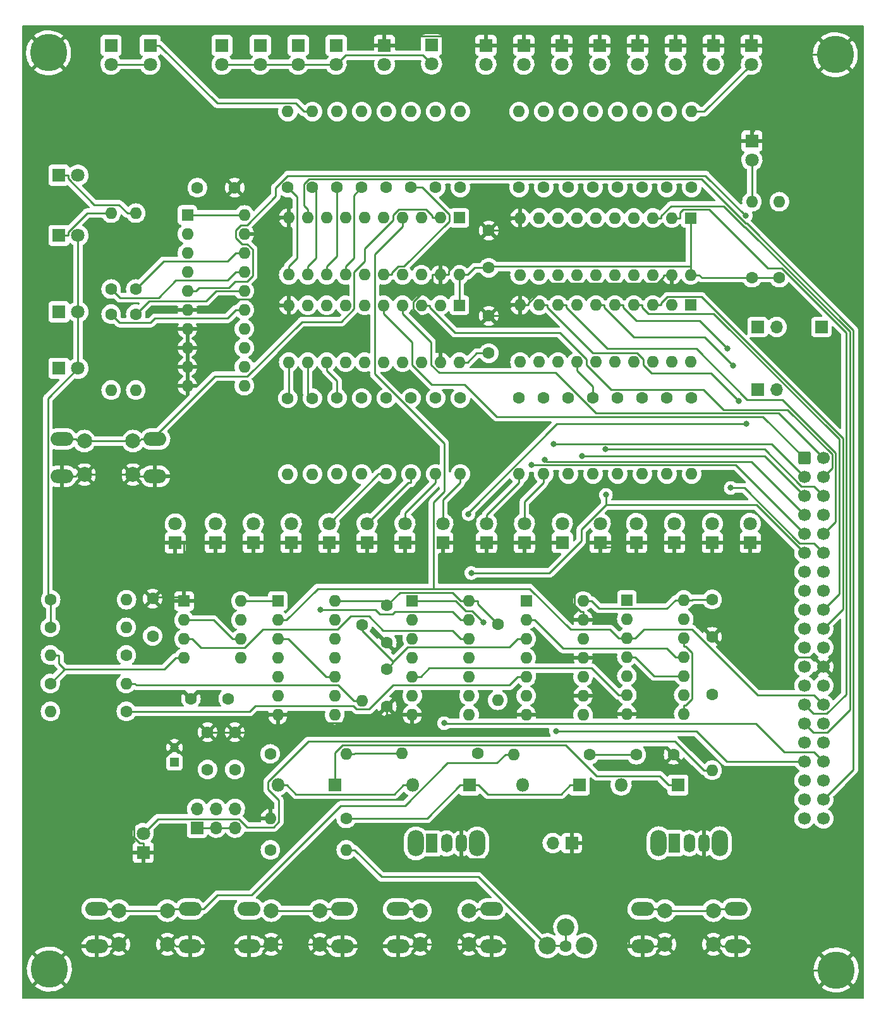
<source format=gbr>
%TF.GenerationSoftware,KiCad,Pcbnew,(6.0.9)*%
%TF.CreationDate,2022-11-23T18:20:09+10:30*%
%TF.ProjectId,DasBlinkenLights,44617342-6c69-46e6-9b65-6e4c69676874,rev?*%
%TF.SameCoordinates,Original*%
%TF.FileFunction,Copper,L1,Top*%
%TF.FilePolarity,Positive*%
%FSLAX46Y46*%
G04 Gerber Fmt 4.6, Leading zero omitted, Abs format (unit mm)*
G04 Created by KiCad (PCBNEW (6.0.9)) date 2022-11-23 18:20:09*
%MOMM*%
%LPD*%
G01*
G04 APERTURE LIST*
G04 Aperture macros list*
%AMRoundRect*
0 Rectangle with rounded corners*
0 $1 Rounding radius*
0 $2 $3 $4 $5 $6 $7 $8 $9 X,Y pos of 4 corners*
0 Add a 4 corners polygon primitive as box body*
4,1,4,$2,$3,$4,$5,$6,$7,$8,$9,$2,$3,0*
0 Add four circle primitives for the rounded corners*
1,1,$1+$1,$2,$3*
1,1,$1+$1,$4,$5*
1,1,$1+$1,$6,$7*
1,1,$1+$1,$8,$9*
0 Add four rect primitives between the rounded corners*
20,1,$1+$1,$2,$3,$4,$5,0*
20,1,$1+$1,$4,$5,$6,$7,0*
20,1,$1+$1,$6,$7,$8,$9,0*
20,1,$1+$1,$8,$9,$2,$3,0*%
G04 Aperture macros list end*
%TA.AperFunction,ComponentPad*%
%ADD10R,1.600000X1.600000*%
%TD*%
%TA.AperFunction,ComponentPad*%
%ADD11O,1.600000X1.600000*%
%TD*%
%TA.AperFunction,ComponentPad*%
%ADD12R,1.800000X1.800000*%
%TD*%
%TA.AperFunction,ComponentPad*%
%ADD13C,1.800000*%
%TD*%
%TA.AperFunction,ComponentPad*%
%ADD14C,1.600000*%
%TD*%
%TA.AperFunction,ComponentPad*%
%ADD15O,1.800000X1.800000*%
%TD*%
%TA.AperFunction,ComponentPad*%
%ADD16C,5.000000*%
%TD*%
%TA.AperFunction,ComponentPad*%
%ADD17R,1.200000X1.200000*%
%TD*%
%TA.AperFunction,ComponentPad*%
%ADD18C,1.200000*%
%TD*%
%TA.AperFunction,ComponentPad*%
%ADD19R,1.700000X1.700000*%
%TD*%
%TA.AperFunction,ComponentPad*%
%ADD20O,2.200000X3.500000*%
%TD*%
%TA.AperFunction,ComponentPad*%
%ADD21R,1.500000X2.500000*%
%TD*%
%TA.AperFunction,ComponentPad*%
%ADD22O,1.500000X2.500000*%
%TD*%
%TA.AperFunction,ComponentPad*%
%ADD23RoundRect,0.250000X-0.600000X-0.600000X0.600000X-0.600000X0.600000X0.600000X-0.600000X0.600000X0*%
%TD*%
%TA.AperFunction,ComponentPad*%
%ADD24C,1.700000*%
%TD*%
%TA.AperFunction,ComponentPad*%
%ADD25C,2.000000*%
%TD*%
%TA.AperFunction,ComponentPad*%
%ADD26O,3.048000X1.850000*%
%TD*%
%TA.AperFunction,ComponentPad*%
%ADD27O,1.700000X1.700000*%
%TD*%
%TA.AperFunction,ComponentPad*%
%ADD28C,2.340000*%
%TD*%
%TA.AperFunction,ViaPad*%
%ADD29C,0.800000*%
%TD*%
%TA.AperFunction,Conductor*%
%ADD30C,0.250000*%
%TD*%
G04 APERTURE END LIST*
D10*
%TO.P,U6,1,A->B*%
%TO.N,+5V*%
X139369800Y-50514800D03*
D11*
%TO.P,U6,2,A0*%
%TO.N,/~{RESET}*%
X136829800Y-50514800D03*
%TO.P,U6,3,A1*%
%TO.N,/CLK*%
X134289800Y-50514800D03*
%TO.P,U6,4,A2*%
%TO.N,/~{M1}*%
X131749800Y-50514800D03*
%TO.P,U6,5,A3*%
%TO.N,/~{HALT}*%
X129209800Y-50514800D03*
%TO.P,U6,6,A4*%
%TO.N,/~{WAIT}*%
X126669800Y-50514800D03*
%TO.P,U6,7,A5*%
%TO.N,/~{RFSH}*%
X124129800Y-50514800D03*
%TO.P,U6,8,A6*%
%TO.N,/~{RD}*%
X121589800Y-50514800D03*
%TO.P,U6,9,A7*%
%TO.N,/~{WR}*%
X119049800Y-50514800D03*
%TO.P,U6,10,GND*%
%TO.N,GND*%
X116509800Y-50514800D03*
%TO.P,U6,11,B7*%
%TO.N,Net-(R38-Pad1)*%
X116509800Y-58134800D03*
%TO.P,U6,12,B6*%
%TO.N,Net-(R37-Pad1)*%
X119049800Y-58134800D03*
%TO.P,U6,13,B5*%
%TO.N,Net-(R36-Pad1)*%
X121589800Y-58134800D03*
%TO.P,U6,14,B4*%
%TO.N,Net-(R35-Pad1)*%
X124129800Y-58134800D03*
%TO.P,U6,15,B3*%
%TO.N,Net-(R34-Pad1)*%
X126669800Y-58134800D03*
%TO.P,U6,16,B2*%
%TO.N,Net-(R33-Pad1)*%
X129209800Y-58134800D03*
%TO.P,U6,17,B1*%
%TO.N,Net-(R32-Pad1)*%
X131749800Y-58134800D03*
%TO.P,U6,18,B0*%
%TO.N,Net-(R31-Pad1)*%
X134289800Y-58134800D03*
%TO.P,U6,19,CE*%
%TO.N,GND*%
X136829800Y-58134800D03*
%TO.P,U6,20,VCC*%
%TO.N,+5V*%
X139369800Y-58134800D03*
%TD*%
D10*
%TO.P,U4,1,A->B*%
%TO.N,+5V*%
X139364800Y-62208800D03*
D11*
%TO.P,U4,2,A0*%
%TO.N,/A8*%
X136824800Y-62208800D03*
%TO.P,U4,3,A1*%
%TO.N,/A9*%
X134284800Y-62208800D03*
%TO.P,U4,4,A2*%
%TO.N,/A10*%
X131744800Y-62208800D03*
%TO.P,U4,5,A3*%
%TO.N,/A11*%
X129204800Y-62208800D03*
%TO.P,U4,6,A4*%
%TO.N,/A12*%
X126664800Y-62208800D03*
%TO.P,U4,7,A5*%
%TO.N,/A13*%
X124124800Y-62208800D03*
%TO.P,U4,8,A6*%
%TO.N,/A14*%
X121584800Y-62208800D03*
%TO.P,U4,9,A7*%
%TO.N,/A15*%
X119044800Y-62208800D03*
%TO.P,U4,10,GND*%
%TO.N,GND*%
X116504800Y-62208800D03*
%TO.P,U4,11,B7*%
%TO.N,Net-(R20-Pad1)*%
X116504800Y-69828800D03*
%TO.P,U4,12,B6*%
%TO.N,Net-(R19-Pad1)*%
X119044800Y-69828800D03*
%TO.P,U4,13,B5*%
%TO.N,Net-(R18-Pad1)*%
X121584800Y-69828800D03*
%TO.P,U4,14,B4*%
%TO.N,Net-(R17-Pad1)*%
X124124800Y-69828800D03*
%TO.P,U4,15,B3*%
%TO.N,Net-(R16-Pad1)*%
X126664800Y-69828800D03*
%TO.P,U4,16,B2*%
%TO.N,Net-(R15-Pad1)*%
X129204800Y-69828800D03*
%TO.P,U4,17,B1*%
%TO.N,Net-(R14-Pad1)*%
X131744800Y-69828800D03*
%TO.P,U4,18,B0*%
%TO.N,Net-(R13-Pad1)*%
X134284800Y-69828800D03*
%TO.P,U4,19,CE*%
%TO.N,GND*%
X136824800Y-69828800D03*
%TO.P,U4,20,VCC*%
%TO.N,+5V*%
X139364800Y-69828800D03*
%TD*%
D12*
%TO.P,D36,1,K*%
%TO.N,Net-(D36-Pad1)*%
X85720000Y-52872000D03*
D13*
%TO.P,D36,2,A*%
%TO.N,+5V*%
X88260000Y-52872000D03*
%TD*%
D12*
%TO.P,D32,1,K*%
%TO.N,Net-(D32-Pad1)*%
X107569000Y-27427200D03*
D13*
%TO.P,D32,2,A*%
%TO.N,+5V*%
X107569000Y-29967200D03*
%TD*%
D14*
%TO.P,R7,1*%
%TO.N,Net-(R7-Pad1)*%
X163880800Y-74639800D03*
D11*
%TO.P,R7,2*%
%TO.N,Net-(D5-Pad2)*%
X163880800Y-84799800D03*
%TD*%
D12*
%TO.P,D17,1,K*%
%TO.N,GND*%
X106680000Y-93975000D03*
D13*
%TO.P,D17,2,A*%
%TO.N,Net-(D17-Pad2)*%
X106680000Y-91435000D03*
%TD*%
D14*
%TO.P,R10,1*%
%TO.N,Net-(R10-Pad1)*%
X153974800Y-74639800D03*
D11*
%TO.P,R10,2*%
%TO.N,Net-(D8-Pad2)*%
X153974800Y-84799800D03*
%TD*%
D14*
%TO.P,R44,1*%
%TO.N,Net-(R44-Pad1)*%
X114020600Y-122275600D03*
D11*
%TO.P,R44,2*%
%TO.N,+5V*%
X124180600Y-122275600D03*
%TD*%
D14*
%TO.P,R42,1*%
%TO.N,Net-(R42-Pad1)*%
X92710000Y-63413000D03*
D11*
%TO.P,R42,2*%
%TO.N,Net-(D38-Pad1)*%
X92710000Y-73573000D03*
%TD*%
D14*
%TO.P,R38,1*%
%TO.N,Net-(R38-Pad1)*%
X116382800Y-46450800D03*
D11*
%TO.P,R38,2*%
%TO.N,Net-(D34-Pad1)*%
X116382800Y-36290800D03*
%TD*%
D14*
%TO.P,R34,1*%
%TO.N,Net-(R34-Pad1)*%
X129590800Y-46450800D03*
D11*
%TO.P,R34,2*%
%TO.N,Net-(D30-Pad1)*%
X129590800Y-36290800D03*
%TD*%
D14*
%TO.P,R49,1*%
%TO.N,+5V*%
X84607400Y-101625400D03*
D11*
%TO.P,R49,2*%
%TO.N,Net-(R48-Pad2)*%
X94767400Y-101625400D03*
%TD*%
D12*
%TO.P,D8,1,K*%
%TO.N,GND*%
X153167000Y-93970000D03*
D13*
%TO.P,D8,2,A*%
%TO.N,Net-(D8-Pad2)*%
X153167000Y-91430000D03*
%TD*%
D14*
%TO.P,R15,1*%
%TO.N,Net-(R15-Pad1)*%
X132892800Y-74644800D03*
D11*
%TO.P,R15,2*%
%TO.N,Net-(D13-Pad2)*%
X132892800Y-84804800D03*
%TD*%
D12*
%TO.P,D22,1,K*%
%TO.N,GND*%
X163245800Y-27427200D03*
D13*
%TO.P,D22,2,A*%
%TO.N,Net-(D22-Pad2)*%
X163245800Y-29967200D03*
%TD*%
D12*
%TO.P,D42,1,K*%
%TO.N,Net-(D39-Pad1)*%
X122656600Y-126441200D03*
D15*
%TO.P,D42,2,A*%
%TO.N,Net-(D41-Pad2)*%
X115036600Y-126441200D03*
%TD*%
D14*
%TO.P,C9,1*%
%TO.N,Net-(C9-Pad1)*%
X98272600Y-106487600D03*
%TO.P,C9,2*%
%TO.N,GND*%
X98272600Y-101487600D03*
%TD*%
D12*
%TO.P,D27,1,K*%
%TO.N,Net-(D27-Pad1)*%
X135636000Y-27376400D03*
D13*
%TO.P,D27,2,A*%
%TO.N,+5V*%
X135636000Y-29916400D03*
%TD*%
D14*
%TO.P,R23,1*%
%TO.N,Net-(R23-Pad1)*%
X163880800Y-46450800D03*
D11*
%TO.P,R23,2*%
%TO.N,Net-(D21-Pad2)*%
X163880800Y-36290800D03*
%TD*%
D12*
%TO.P,D18,1,K*%
%TO.N,GND*%
X101295200Y-94030800D03*
D13*
%TO.P,D18,2,A*%
%TO.N,Net-(D18-Pad2)*%
X101295200Y-91490800D03*
%TD*%
D14*
%TO.P,R28,1*%
%TO.N,Net-(R28-Pad1)*%
X147370800Y-46450800D03*
D11*
%TO.P,R28,2*%
%TO.N,Net-(D26-Pad2)*%
X147370800Y-36290800D03*
%TD*%
D14*
%TO.P,R39,1*%
%TO.N,Net-(R39-Pad1)*%
X96012000Y-60045600D03*
D11*
%TO.P,R39,2*%
%TO.N,Net-(D35-Pad1)*%
X96012000Y-49885600D03*
%TD*%
D12*
%TO.P,D29,1,K*%
%TO.N,Net-(D29-Pad1)*%
X122859800Y-27427200D03*
D13*
%TO.P,D29,2,A*%
%TO.N,+5V*%
X122859800Y-29967200D03*
%TD*%
D12*
%TO.P,D16,1,K*%
%TO.N,GND*%
X111760000Y-93980000D03*
D13*
%TO.P,D16,2,A*%
%TO.N,Net-(D16-Pad2)*%
X111760000Y-91440000D03*
%TD*%
D12*
%TO.P,D34,1,K*%
%TO.N,Net-(D34-Pad1)*%
X92710000Y-27427200D03*
D13*
%TO.P,D34,2,A*%
%TO.N,+5V*%
X92710000Y-29967200D03*
%TD*%
D14*
%TO.P,R30,1*%
%TO.N,Net-(C4-Pad1)*%
X126339600Y-104978200D03*
D11*
%TO.P,R30,2*%
%TO.N,Net-(R29-Pad2)*%
X126339600Y-115138200D03*
%TD*%
D14*
%TO.P,R48,1*%
%TO.N,Net-(C9-Pad1)*%
X94742000Y-116586000D03*
D11*
%TO.P,R48,2*%
%TO.N,Net-(R48-Pad2)*%
X84582000Y-116586000D03*
%TD*%
D14*
%TO.P,R27,1*%
%TO.N,Net-(R27-Pad1)*%
X150672800Y-46450800D03*
D11*
%TO.P,R27,2*%
%TO.N,Net-(D25-Pad2)*%
X150672800Y-36290800D03*
%TD*%
D16*
%TO.P,H1,1,1*%
%TO.N,GND*%
X84328000Y-28422600D03*
%TD*%
D12*
%TO.P,D4,1,K*%
%TO.N,GND*%
X173257200Y-93970000D03*
D13*
%TO.P,D4,2,A*%
%TO.N,Net-(D4-Pad2)*%
X173257200Y-91430000D03*
%TD*%
D14*
%TO.P,R19,1*%
%TO.N,Net-(R19-Pad1)*%
X119679800Y-74654800D03*
D11*
%TO.P,R19,2*%
%TO.N,Net-(D17-Pad2)*%
X119679800Y-84814800D03*
%TD*%
D17*
%TO.P,C6,1*%
%TO.N,Net-(C6-Pad1)*%
X101193600Y-123393200D03*
D18*
%TO.P,C6,2*%
%TO.N,GND*%
X101193600Y-121393200D03*
%TD*%
D12*
%TO.P,D12,1,K*%
%TO.N,GND*%
X132080000Y-93980000D03*
D13*
%TO.P,D12,2,A*%
%TO.N,Net-(D12-Pad2)*%
X132080000Y-91440000D03*
%TD*%
D14*
%TO.P,R14,1*%
%TO.N,Net-(R14-Pad1)*%
X136194800Y-74644800D03*
D11*
%TO.P,R14,2*%
%TO.N,Net-(D12-Pad2)*%
X136194800Y-84804800D03*
%TD*%
D14*
%TO.P,R4,1*%
%TO.N,Net-(R4-Pad1)*%
X173228000Y-114300000D03*
D11*
%TO.P,R4,2*%
%TO.N,Net-(D2-Pad2)*%
X173228000Y-124460000D03*
%TD*%
D16*
%TO.P,H3,1,1*%
%TO.N,GND*%
X189839600Y-151206200D03*
%TD*%
D19*
%TO.P,J3,1,Pin_1*%
%TO.N,~{ROM CS}*%
X187858400Y-65125600D03*
%TD*%
D14*
%TO.P,R26,1*%
%TO.N,Net-(R26-Pad1)*%
X153974800Y-46450800D03*
D11*
%TO.P,R26,2*%
%TO.N,Net-(D24-Pad2)*%
X153974800Y-36290800D03*
%TD*%
D14*
%TO.P,R3,1*%
%TO.N,+5V*%
X178562000Y-58521600D03*
D11*
%TO.P,R3,2*%
%TO.N,Net-(D1-Pad2)*%
X178562000Y-48361600D03*
%TD*%
D12*
%TO.P,D30,1,K*%
%TO.N,Net-(D30-Pad1)*%
X117779800Y-27427200D03*
D13*
%TO.P,D30,2,A*%
%TO.N,+5V*%
X117779800Y-29967200D03*
%TD*%
D10*
%TO.P,U2,1,~{R}*%
%TO.N,Net-(R4-Pad1)*%
X161808000Y-101671200D03*
D11*
%TO.P,U2,2,D*%
%TO.N,Net-(J2-Pad1)*%
X161808000Y-104211200D03*
%TO.P,U2,3,C*%
%TO.N,/~{M1}*%
X161808000Y-106751200D03*
%TO.P,U2,4,~{S}*%
%TO.N,+5V*%
X161808000Y-109291200D03*
%TO.P,U2,5,Q*%
%TO.N,unconnected-(U2-Pad5)*%
X161808000Y-111831200D03*
%TO.P,U2,6,~{Q}*%
%TO.N,Net-(U2-Pad6)*%
X161808000Y-114371200D03*
%TO.P,U2,7,GND*%
%TO.N,GND*%
X161808000Y-116911200D03*
%TO.P,U2,8,~{Q}*%
%TO.N,Net-(U2-Pad12)*%
X169428000Y-116911200D03*
%TO.P,U2,9,Q*%
%TO.N,Net-(R4-Pad1)*%
X169428000Y-114371200D03*
%TO.P,U2,10,~{S}*%
%TO.N,+5V*%
X169428000Y-111831200D03*
%TO.P,U2,11,C*%
%TO.N,Net-(U1-Pad2)*%
X169428000Y-109291200D03*
%TO.P,U2,12,D*%
%TO.N,Net-(U2-Pad12)*%
X169428000Y-106751200D03*
%TO.P,U2,13,~{R}*%
%TO.N,/~{RESET}*%
X169428000Y-104211200D03*
%TO.P,U2,14,VCC*%
%TO.N,+5V*%
X169428000Y-101671200D03*
%TD*%
D12*
%TO.P,D3,1,K*%
%TO.N,GND*%
X178337200Y-93970000D03*
D13*
%TO.P,D3,2,A*%
%TO.N,Net-(D3-Pad2)*%
X178337200Y-91430000D03*
%TD*%
D14*
%TO.P,C1,1*%
%TO.N,Net-(C1-Pad1)*%
X163068000Y-122377200D03*
%TO.P,C1,2*%
%TO.N,GND*%
X168068000Y-122377200D03*
%TD*%
D20*
%TO.P,SW4,*%
%TO.N,*%
X174254600Y-134231700D03*
X166054600Y-134231700D03*
D21*
%TO.P,SW4,1,A*%
%TO.N,unconnected-(SW4-Pad1)*%
X168154600Y-134231700D03*
D22*
%TO.P,SW4,2,B*%
%TO.N,Net-(R50-Pad2)*%
X170154600Y-134231700D03*
%TO.P,SW4,3,C*%
%TO.N,GND*%
X172154600Y-134231700D03*
%TD*%
D12*
%TO.P,D41,1,K*%
%TO.N,Net-(D40-Pad1)*%
X140716000Y-126441200D03*
D15*
%TO.P,D41,2,A*%
%TO.N,Net-(D41-Pad2)*%
X133096000Y-126441200D03*
%TD*%
D14*
%TO.P,R33,1*%
%TO.N,Net-(R33-Pad1)*%
X132892800Y-46450800D03*
D11*
%TO.P,R33,2*%
%TO.N,Net-(D29-Pad1)*%
X132892800Y-36290800D03*
%TD*%
D14*
%TO.P,C5,1*%
%TO.N,Net-(C5-Pad1)*%
X108392600Y-114884200D03*
%TO.P,C5,2*%
%TO.N,GND*%
X103392600Y-114884200D03*
%TD*%
%TO.P,C7,1*%
%TO.N,+5V*%
X129641600Y-102402000D03*
%TO.P,C7,2*%
%TO.N,GND*%
X129641600Y-107402000D03*
%TD*%
%TO.P,R18,1*%
%TO.N,Net-(R18-Pad1)*%
X122986800Y-74644800D03*
D11*
%TO.P,R18,2*%
%TO.N,Net-(D16-Pad2)*%
X122986800Y-84804800D03*
%TD*%
D14*
%TO.P,R8,1*%
%TO.N,Net-(R8-Pad1)*%
X160578800Y-74639800D03*
D11*
%TO.P,R8,2*%
%TO.N,Net-(D6-Pad2)*%
X160578800Y-84799800D03*
%TD*%
D14*
%TO.P,R24,1*%
%TO.N,Net-(R24-Pad1)*%
X160578800Y-46450800D03*
D11*
%TO.P,R24,2*%
%TO.N,Net-(D22-Pad2)*%
X160578800Y-36290800D03*
%TD*%
D12*
%TO.P,D2,1,K*%
%TO.N,GND*%
X97002600Y-135463200D03*
D13*
%TO.P,D2,2,A*%
%TO.N,Net-(D2-Pad2)*%
X97002600Y-132923200D03*
%TD*%
D14*
%TO.P,C2,1*%
%TO.N,+5V*%
X143306800Y-68630800D03*
%TO.P,C2,2*%
%TO.N,GND*%
X143306800Y-63630800D03*
%TD*%
%TO.P,R36,1*%
%TO.N,Net-(R36-Pad1)*%
X122986800Y-46450800D03*
D11*
%TO.P,R36,2*%
%TO.N,Net-(D32-Pad1)*%
X122986800Y-36290800D03*
%TD*%
D12*
%TO.P,D39,1,K*%
%TO.N,Net-(D39-Pad1)*%
X168656000Y-126441200D03*
D15*
%TO.P,D39,2,A*%
%TO.N,Net-(D39-Pad2)*%
X161036000Y-126441200D03*
%TD*%
D14*
%TO.P,R46,1*%
%TO.N,Net-(J4-Pad2)*%
X141859000Y-122224800D03*
D11*
%TO.P,R46,2*%
%TO.N,+5V*%
X131699000Y-122224800D03*
%TD*%
D14*
%TO.P,R50,1*%
%TO.N,+5V*%
X84556600Y-105333800D03*
D11*
%TO.P,R50,2*%
%TO.N,Net-(R50-Pad2)*%
X94716600Y-105333800D03*
%TD*%
D12*
%TO.P,D26,1,K*%
%TO.N,GND*%
X142925800Y-27427200D03*
D13*
%TO.P,D26,2,A*%
%TO.N,Net-(D26-Pad2)*%
X142925800Y-29967200D03*
%TD*%
D23*
%TO.P,J1,1,Pin_1*%
%TO.N,/A11*%
X185581900Y-82651600D03*
D24*
%TO.P,J1,2,Pin_2*%
%TO.N,/A12*%
X185581900Y-85191600D03*
%TO.P,J1,3,Pin_3*%
%TO.N,/A13*%
X185581900Y-87731600D03*
%TO.P,J1,4,Pin_4*%
%TO.N,/A14*%
X185581900Y-90271600D03*
%TO.P,J1,5,Pin_5*%
%TO.N,/A15*%
X185581900Y-92811600D03*
%TO.P,J1,6,Pin_6*%
%TO.N,/CLK*%
X185581900Y-95351600D03*
%TO.P,J1,7,Pin_7*%
%TO.N,/D4*%
X185581900Y-97891600D03*
%TO.P,J1,8,Pin_8*%
%TO.N,/D3*%
X185581900Y-100431600D03*
%TO.P,J1,9,Pin_9*%
%TO.N,/D5*%
X185581900Y-102971600D03*
%TO.P,J1,10,Pin_10*%
%TO.N,/D6*%
X185581900Y-105511600D03*
%TO.P,J1,11,Pin_11*%
%TO.N,+5V*%
X185581900Y-108051600D03*
%TO.P,J1,12,Pin_12*%
%TO.N,/D2*%
X185581900Y-110591600D03*
%TO.P,J1,13,Pin_13*%
%TO.N,/D7*%
X185581900Y-113131600D03*
%TO.P,J1,14,Pin_14*%
%TO.N,/D0*%
X185581900Y-115671600D03*
%TO.P,J1,15,Pin_15*%
%TO.N,/D1*%
X185581900Y-118211600D03*
%TO.P,J1,16,Pin_16*%
%TO.N,/~{INT}*%
X185581900Y-120751600D03*
%TO.P,J1,17,Pin_17*%
%TO.N,/~{NMI}*%
X185581900Y-123291600D03*
%TO.P,J1,18,Pin_18*%
%TO.N,/~{HALT}*%
X185581900Y-125831600D03*
%TO.P,J1,19,Pin_19*%
%TO.N,/~{MREQ}*%
X185581900Y-128371600D03*
%TO.P,J1,20,Pin_20*%
%TO.N,/~{IORQ}*%
X185581900Y-130911600D03*
%TO.P,J1,21,Pin_21*%
%TO.N,/~{RD}*%
X188121900Y-130911600D03*
%TO.P,J1,22,Pin_22*%
%TO.N,/~{WR}*%
X188121900Y-128371600D03*
%TO.P,J1,23,Pin_23*%
%TO.N,unconnected-(J1-Pad23)*%
X188121900Y-125831600D03*
%TO.P,J1,24,Pin_24*%
%TO.N,/~{WAIT}*%
X188121900Y-123291600D03*
%TO.P,J1,25,Pin_25*%
%TO.N,unconnected-(J1-Pad25)*%
X188121900Y-120751600D03*
%TO.P,J1,26,Pin_26*%
%TO.N,/~{RESET}*%
X188121900Y-118211600D03*
%TO.P,J1,27,Pin_27*%
%TO.N,/~{M1}*%
X188121900Y-115671600D03*
%TO.P,J1,28,Pin_28*%
%TO.N,/~{RFSH}*%
X188121900Y-113131600D03*
%TO.P,J1,29,Pin_29*%
%TO.N,GND*%
X188121900Y-110591600D03*
%TO.P,J1,30,Pin_30*%
%TO.N,/A0*%
X188121900Y-108051600D03*
%TO.P,J1,31,Pin_31*%
%TO.N,/A1*%
X188121900Y-105511600D03*
%TO.P,J1,32,Pin_32*%
%TO.N,/A2*%
X188121900Y-102971600D03*
%TO.P,J1,33,Pin_33*%
%TO.N,/A3*%
X188121900Y-100431600D03*
%TO.P,J1,34,Pin_34*%
%TO.N,/A4*%
X188121900Y-97891600D03*
%TO.P,J1,35,Pin_35*%
%TO.N,/A5*%
X188121900Y-95351600D03*
%TO.P,J1,36,Pin_36*%
%TO.N,/A6*%
X188121900Y-92811600D03*
%TO.P,J1,37,Pin_37*%
%TO.N,/A7*%
X188121900Y-90271600D03*
%TO.P,J1,38,Pin_38*%
%TO.N,/A8*%
X188121900Y-87731600D03*
%TO.P,J1,39,Pin_39*%
%TO.N,/A9*%
X188121900Y-85191600D03*
%TO.P,J1,40,Pin_40*%
%TO.N,/A10*%
X188121900Y-82651600D03*
%TD*%
D10*
%TO.P,U8,1*%
%TO.N,Net-(R50-Pad2)*%
X133045200Y-101777800D03*
D11*
%TO.P,U8,2*%
%TO.N,Net-(U8-Pad2)*%
X133045200Y-104317800D03*
%TO.P,U8,3*%
%TO.N,/~{WAIT}*%
X133045200Y-106857800D03*
%TO.P,U8,4*%
%TO.N,Net-(U2-Pad6)*%
X133045200Y-109397800D03*
%TO.P,U8,5*%
X133045200Y-111937800D03*
%TO.P,U8,6*%
%TO.N,Net-(J6-Pad1)*%
X133045200Y-114477800D03*
%TO.P,U8,7,GND*%
%TO.N,GND*%
X133045200Y-117017800D03*
%TO.P,U8,8*%
%TO.N,/CLK*%
X140665200Y-117017800D03*
%TO.P,U8,9*%
%TO.N,Net-(D40-Pad1)*%
X140665200Y-114477800D03*
%TO.P,U8,10*%
%TO.N,Net-(J4-Pad2)*%
X140665200Y-111937800D03*
%TO.P,U8,11*%
%TO.N,Net-(D41-Pad2)*%
X140665200Y-109397800D03*
%TO.P,U8,12*%
%TO.N,Net-(U10-Pad3)*%
X140665200Y-106857800D03*
%TO.P,U8,13*%
%TO.N,Net-(R51-Pad1)*%
X140665200Y-104317800D03*
%TO.P,U8,14,VCC*%
%TO.N,+5V*%
X140665200Y-101777800D03*
%TD*%
D14*
%TO.P,R16,1*%
%TO.N,Net-(R16-Pad1)*%
X129590800Y-74644800D03*
D11*
%TO.P,R16,2*%
%TO.N,Net-(D14-Pad2)*%
X129590800Y-84804800D03*
%TD*%
D12*
%TO.P,D7,1,K*%
%TO.N,GND*%
X158247000Y-93970000D03*
D13*
%TO.P,D7,2,A*%
%TO.N,Net-(D7-Pad2)*%
X158247000Y-91430000D03*
%TD*%
D25*
%TO.P,SW1,1,1*%
%TO.N,GND*%
X100240000Y-147761200D03*
X93740000Y-147761200D03*
D26*
X90768000Y-148042000D03*
X103268000Y-148042000D03*
D25*
%TO.P,SW1,2,2*%
%TO.N,Net-(R1-Pad2)*%
X100240000Y-143261200D03*
D26*
X90768000Y-143042000D03*
D25*
X93740000Y-143261200D03*
D26*
X103268000Y-143042000D03*
%TD*%
D12*
%TO.P,D13,1,K*%
%TO.N,GND*%
X127000000Y-93980000D03*
D13*
%TO.P,D13,2,A*%
%TO.N,Net-(D13-Pad2)*%
X127000000Y-91440000D03*
%TD*%
D14*
%TO.P,C8,1*%
%TO.N,+5V*%
X104256200Y-46482000D03*
%TO.P,C8,2*%
%TO.N,GND*%
X109256200Y-46482000D03*
%TD*%
D12*
%TO.P,D15,1,K*%
%TO.N,GND*%
X116840000Y-93980000D03*
D13*
%TO.P,D15,2,A*%
%TO.N,Net-(D15-Pad2)*%
X116840000Y-91440000D03*
%TD*%
D14*
%TO.P,C4,1*%
%TO.N,Net-(C4-Pad1)*%
X129641600Y-110921800D03*
%TO.P,C4,2*%
%TO.N,GND*%
X129641600Y-115921800D03*
%TD*%
%TO.P,R45,1*%
%TO.N,Net-(J5-Pad1)*%
X114046000Y-135128000D03*
D11*
%TO.P,R45,2*%
%TO.N,Net-(R45-Pad2)*%
X124206000Y-135128000D03*
%TD*%
D14*
%TO.P,C10,1*%
%TO.N,Net-(C10-Pad1)*%
X109285800Y-124368800D03*
%TO.P,C10,2*%
%TO.N,GND*%
X109285800Y-119368800D03*
%TD*%
D12*
%TO.P,D9,1,K*%
%TO.N,GND*%
X148087000Y-93970000D03*
D13*
%TO.P,D9,2,A*%
%TO.N,Net-(D9-Pad2)*%
X148087000Y-91430000D03*
%TD*%
D12*
%TO.P,D37,1,K*%
%TO.N,Net-(D37-Pad1)*%
X85720000Y-63093600D03*
D13*
%TO.P,D37,2,A*%
%TO.N,+5V*%
X88260000Y-63093600D03*
%TD*%
D14*
%TO.P,R2,1*%
%TO.N,Net-(C1-Pad1)*%
X156819600Y-122377200D03*
D11*
%TO.P,R2,2*%
%TO.N,Net-(R1-Pad2)*%
X146659600Y-122377200D03*
%TD*%
D14*
%TO.P,R31,1*%
%TO.N,Net-(R31-Pad1)*%
X139496800Y-46450800D03*
D11*
%TO.P,R31,2*%
%TO.N,Net-(D27-Pad1)*%
X139496800Y-36290800D03*
%TD*%
D12*
%TO.P,D10,1,K*%
%TO.N,GND*%
X143007000Y-93970000D03*
D13*
%TO.P,D10,2,A*%
%TO.N,Net-(D10-Pad2)*%
X143007000Y-91430000D03*
%TD*%
D14*
%TO.P,R1,1*%
%TO.N,+5V*%
X144500600Y-104927400D03*
D11*
%TO.P,R1,2*%
%TO.N,Net-(R1-Pad2)*%
X144500600Y-115087400D03*
%TD*%
D26*
%TO.P,SW7,1,1*%
%TO.N,GND*%
X111198000Y-148042000D03*
D25*
X114170000Y-147761200D03*
X120670000Y-147761200D03*
D26*
X123698000Y-148042000D03*
%TO.P,SW7,2,2*%
%TO.N,Net-(R48-Pad2)*%
X111198000Y-143042000D03*
D25*
X120670000Y-143261200D03*
X114170000Y-143261200D03*
D26*
X123698000Y-143042000D03*
%TD*%
D12*
%TO.P,D20,1,K*%
%TO.N,GND*%
X173405800Y-27427200D03*
D13*
%TO.P,D20,2,A*%
%TO.N,Net-(D20-Pad2)*%
X173405800Y-29967200D03*
%TD*%
D12*
%TO.P,D28,1,K*%
%TO.N,GND*%
X129336800Y-27427200D03*
D13*
%TO.P,D28,2,A*%
%TO.N,Net-(D28-Pad2)*%
X129336800Y-29967200D03*
%TD*%
D14*
%TO.P,R37,1*%
%TO.N,Net-(R37-Pad1)*%
X119684800Y-46450800D03*
D11*
%TO.P,R37,2*%
%TO.N,Net-(D33-Pad1)*%
X119684800Y-36290800D03*
%TD*%
D14*
%TO.P,R41,1*%
%TO.N,Net-(R41-Pad1)*%
X96012000Y-63413000D03*
D11*
%TO.P,R41,2*%
%TO.N,Net-(D37-Pad1)*%
X96012000Y-73573000D03*
%TD*%
D14*
%TO.P,R22,1*%
%TO.N,Net-(R22-Pad1)*%
X167182800Y-46450800D03*
D11*
%TO.P,R22,2*%
%TO.N,Net-(D20-Pad2)*%
X167182800Y-36290800D03*
%TD*%
D12*
%TO.P,D23,1,K*%
%TO.N,GND*%
X158165800Y-27427200D03*
D13*
%TO.P,D23,2,A*%
%TO.N,Net-(D23-Pad2)*%
X158165800Y-29967200D03*
%TD*%
D14*
%TO.P,R47,1*%
%TO.N,Net-(D40-Pad1)*%
X124206000Y-130911600D03*
D11*
%TO.P,R47,2*%
%TO.N,GND*%
X114046000Y-130911600D03*
%TD*%
D19*
%TO.P,J5,1,Pin_1*%
%TO.N,Net-(J5-Pad1)*%
X104216200Y-132156200D03*
D27*
%TO.P,J5,2,Pin_2*%
%TO.N,Net-(C6-Pad1)*%
X104216200Y-129616200D03*
%TO.P,J5,3,Pin_3*%
%TO.N,Net-(J5-Pad1)*%
X106756200Y-132156200D03*
%TO.P,J5,4,Pin_4*%
%TO.N,Net-(C11-Pad1)*%
X106756200Y-129616200D03*
%TO.P,J5,5,Pin_5*%
%TO.N,Net-(J5-Pad1)*%
X109296200Y-132156200D03*
%TO.P,J5,6,Pin_6*%
%TO.N,Net-(C10-Pad1)*%
X109296200Y-129616200D03*
%TD*%
D20*
%TO.P,SW6,*%
%TO.N,*%
X141742600Y-134257100D03*
X133542600Y-134257100D03*
D21*
%TO.P,SW6,1,A*%
%TO.N,unconnected-(SW6-Pad1)*%
X135642600Y-134257100D03*
D22*
%TO.P,SW6,2,B*%
%TO.N,Net-(R51-Pad1)*%
X137642600Y-134257100D03*
%TO.P,SW6,3,C*%
%TO.N,GND*%
X139642600Y-134257100D03*
%TD*%
D12*
%TO.P,D19,1,K*%
%TO.N,GND*%
X178485800Y-27427200D03*
D13*
%TO.P,D19,2,A*%
%TO.N,Net-(D19-Pad2)*%
X178485800Y-29967200D03*
%TD*%
D14*
%TO.P,R29,1*%
%TO.N,+5V*%
X84556600Y-112852200D03*
D11*
%TO.P,R29,2*%
%TO.N,Net-(R29-Pad2)*%
X94716600Y-112852200D03*
%TD*%
D14*
%TO.P,R25,1*%
%TO.N,Net-(R25-Pad1)*%
X157276800Y-46450800D03*
D11*
%TO.P,R25,2*%
%TO.N,Net-(D23-Pad2)*%
X157276800Y-36290800D03*
%TD*%
D14*
%TO.P,R32,1*%
%TO.N,Net-(R32-Pad1)*%
X136194800Y-46450800D03*
D11*
%TO.P,R32,2*%
%TO.N,Net-(D28-Pad2)*%
X136194800Y-36290800D03*
%TD*%
D10*
%TO.P,U3,1,A->B*%
%TO.N,+5V*%
X170352800Y-62203800D03*
D11*
%TO.P,U3,2,A0*%
%TO.N,/A0*%
X167812800Y-62203800D03*
%TO.P,U3,3,A1*%
%TO.N,/A1*%
X165272800Y-62203800D03*
%TO.P,U3,4,A2*%
%TO.N,/A2*%
X162732800Y-62203800D03*
%TO.P,U3,5,A3*%
%TO.N,/A3*%
X160192800Y-62203800D03*
%TO.P,U3,6,A4*%
%TO.N,/A4*%
X157652800Y-62203800D03*
%TO.P,U3,7,A5*%
%TO.N,/A5*%
X155112800Y-62203800D03*
%TO.P,U3,8,A6*%
%TO.N,/A6*%
X152572800Y-62203800D03*
%TO.P,U3,9,A7*%
%TO.N,/A7*%
X150032800Y-62203800D03*
%TO.P,U3,10,GND*%
%TO.N,GND*%
X147492800Y-62203800D03*
%TO.P,U3,11,B7*%
%TO.N,Net-(R12-Pad1)*%
X147492800Y-69823800D03*
%TO.P,U3,12,B6*%
%TO.N,Net-(R11-Pad1)*%
X150032800Y-69823800D03*
%TO.P,U3,13,B5*%
%TO.N,Net-(R10-Pad1)*%
X152572800Y-69823800D03*
%TO.P,U3,14,B4*%
%TO.N,Net-(R9-Pad1)*%
X155112800Y-69823800D03*
%TO.P,U3,15,B3*%
%TO.N,Net-(R8-Pad1)*%
X157652800Y-69823800D03*
%TO.P,U3,16,B2*%
%TO.N,Net-(R7-Pad1)*%
X160192800Y-69823800D03*
%TO.P,U3,17,B1*%
%TO.N,Net-(R6-Pad1)*%
X162732800Y-69823800D03*
%TO.P,U3,18,B0*%
%TO.N,Net-(R5-Pad1)*%
X165272800Y-69823800D03*
%TO.P,U3,19,CE*%
%TO.N,GND*%
X167812800Y-69823800D03*
%TO.P,U3,20,VCC*%
%TO.N,+5V*%
X170352800Y-69823800D03*
%TD*%
D14*
%TO.P,R51,1*%
%TO.N,Net-(R51-Pad1)*%
X94742000Y-109042200D03*
D11*
%TO.P,R51,2*%
%TO.N,+5V*%
X84582000Y-109042200D03*
%TD*%
D10*
%TO.P,U5,1,A->B*%
%TO.N,+5V*%
X170352800Y-50524800D03*
D11*
%TO.P,U5,2,A0*%
%TO.N,/D0*%
X167812800Y-50524800D03*
%TO.P,U5,3,A1*%
%TO.N,/D1*%
X165272800Y-50524800D03*
%TO.P,U5,4,A2*%
%TO.N,/D2*%
X162732800Y-50524800D03*
%TO.P,U5,5,A3*%
%TO.N,/D3*%
X160192800Y-50524800D03*
%TO.P,U5,6,A4*%
%TO.N,/D4*%
X157652800Y-50524800D03*
%TO.P,U5,7,A5*%
%TO.N,/D5*%
X155112800Y-50524800D03*
%TO.P,U5,8,A6*%
%TO.N,/D6*%
X152572800Y-50524800D03*
%TO.P,U5,9,A7*%
%TO.N,/D7*%
X150032800Y-50524800D03*
%TO.P,U5,10,GND*%
%TO.N,GND*%
X147492800Y-50524800D03*
%TO.P,U5,11,B7*%
%TO.N,Net-(R28-Pad1)*%
X147492800Y-58144800D03*
%TO.P,U5,12,B6*%
%TO.N,Net-(R27-Pad1)*%
X150032800Y-58144800D03*
%TO.P,U5,13,B5*%
%TO.N,Net-(R26-Pad1)*%
X152572800Y-58144800D03*
%TO.P,U5,14,B4*%
%TO.N,Net-(R25-Pad1)*%
X155112800Y-58144800D03*
%TO.P,U5,15,B3*%
%TO.N,Net-(R24-Pad1)*%
X157652800Y-58144800D03*
%TO.P,U5,16,B2*%
%TO.N,Net-(R23-Pad1)*%
X160192800Y-58144800D03*
%TO.P,U5,17,B1*%
%TO.N,Net-(R22-Pad1)*%
X162732800Y-58144800D03*
%TO.P,U5,18,B0*%
%TO.N,Net-(R21-Pad1)*%
X165272800Y-58144800D03*
%TO.P,U5,19,CE*%
%TO.N,GND*%
X167812800Y-58144800D03*
%TO.P,U5,20,VCC*%
%TO.N,+5V*%
X170352800Y-58144800D03*
%TD*%
D14*
%TO.P,R20,1*%
%TO.N,Net-(R20-Pad1)*%
X116377800Y-74654800D03*
D11*
%TO.P,R20,2*%
%TO.N,Net-(D18-Pad2)*%
X116377800Y-84814800D03*
%TD*%
D14*
%TO.P,R9,1*%
%TO.N,Net-(R9-Pad1)*%
X157276800Y-74639800D03*
D11*
%TO.P,R9,2*%
%TO.N,Net-(D7-Pad2)*%
X157276800Y-84799800D03*
%TD*%
D12*
%TO.P,D24,1,K*%
%TO.N,GND*%
X153085800Y-27427200D03*
D13*
%TO.P,D24,2,A*%
%TO.N,Net-(D24-Pad2)*%
X153085800Y-29967200D03*
%TD*%
D12*
%TO.P,D1,1,K*%
%TO.N,GND*%
X178562000Y-40233600D03*
D13*
%TO.P,D1,2,A*%
%TO.N,Net-(D1-Pad2)*%
X178562000Y-42773600D03*
%TD*%
D19*
%TO.P,J2,1,Pin_1*%
%TO.N,Net-(J2-Pad1)*%
X179319000Y-65125600D03*
D27*
%TO.P,J2,2,Pin_2*%
%TO.N,~{ROM CS}*%
X181859000Y-65125600D03*
%TD*%
D14*
%TO.P,R40,1*%
%TO.N,Net-(R40-Pad1)*%
X92710000Y-60045600D03*
D11*
%TO.P,R40,2*%
%TO.N,Net-(D36-Pad1)*%
X92710000Y-49885600D03*
%TD*%
D12*
%TO.P,D11,1,K*%
%TO.N,GND*%
X137160000Y-93980000D03*
D13*
%TO.P,D11,2,A*%
%TO.N,Net-(D11-Pad2)*%
X137160000Y-91440000D03*
%TD*%
D12*
%TO.P,D35,1,K*%
%TO.N,Net-(D35-Pad1)*%
X85720000Y-44805600D03*
D13*
%TO.P,D35,2,A*%
%TO.N,+5V*%
X88260000Y-44805600D03*
%TD*%
D14*
%TO.P,R21,1*%
%TO.N,Net-(R21-Pad1)*%
X170484800Y-46450800D03*
D11*
%TO.P,R21,2*%
%TO.N,Net-(D19-Pad2)*%
X170484800Y-36290800D03*
%TD*%
D25*
%TO.P,SW3,1,1*%
%TO.N,GND*%
X173392000Y-147761200D03*
D26*
X163920000Y-148042000D03*
D25*
X166892000Y-147761200D03*
D26*
X176420000Y-148042000D03*
D25*
%TO.P,SW3,2,2*%
%TO.N,Net-(R29-Pad2)*%
X166892000Y-143261200D03*
D26*
X163920000Y-143042000D03*
D25*
X173392000Y-143261200D03*
D26*
X176420000Y-143042000D03*
%TD*%
D14*
%TO.P,C11,1*%
%TO.N,Net-(C11-Pad1)*%
X105628200Y-124368800D03*
%TO.P,C11,2*%
%TO.N,GND*%
X105628200Y-119368800D03*
%TD*%
D28*
%TO.P,RV1,1,1*%
%TO.N,Net-(R45-Pad2)*%
X151118800Y-147951600D03*
D14*
%TO.P,RV1,2,2*%
X153608000Y-147977000D03*
D28*
X153618800Y-145451600D03*
%TO.P,RV1,3,3*%
%TO.N,Net-(R44-Pad1)*%
X156118800Y-147951600D03*
%TD*%
D12*
%TO.P,D14,1,K*%
%TO.N,GND*%
X121920000Y-93980000D03*
D13*
%TO.P,D14,2,A*%
%TO.N,Net-(D14-Pad2)*%
X121920000Y-91440000D03*
%TD*%
D12*
%TO.P,D5,1,K*%
%TO.N,GND*%
X168177200Y-93970000D03*
D13*
%TO.P,D5,2,A*%
%TO.N,Net-(D5-Pad2)*%
X168177200Y-91430000D03*
%TD*%
D16*
%TO.P,H4,1,1*%
%TO.N,GND*%
X84429600Y-151079200D03*
%TD*%
D12*
%TO.P,D31,1,K*%
%TO.N,Net-(D31-Pad1)*%
X112699800Y-27427200D03*
D13*
%TO.P,D31,2,A*%
%TO.N,+5V*%
X112699800Y-29967200D03*
%TD*%
D19*
%TO.P,J4,1,Pin_1*%
%TO.N,GND*%
X154406600Y-134213600D03*
D27*
%TO.P,J4,2,Pin_2*%
%TO.N,Net-(J4-Pad2)*%
X151866600Y-134213600D03*
%TD*%
D14*
%TO.P,R5,1*%
%TO.N,Net-(R5-Pad1)*%
X170484800Y-74639800D03*
D11*
%TO.P,R5,2*%
%TO.N,Net-(D3-Pad2)*%
X170484800Y-84799800D03*
%TD*%
D14*
%TO.P,R43,1*%
%TO.N,+5V*%
X182234200Y-58521600D03*
D11*
%TO.P,R43,2*%
%TO.N,Net-(J2-Pad1)*%
X182234200Y-48361600D03*
%TD*%
D26*
%TO.P,SW5,1,1*%
%TO.N,GND*%
X143654000Y-148042000D03*
D25*
X140626000Y-147761200D03*
D26*
X131154000Y-148042000D03*
D25*
X134126000Y-147761200D03*
D26*
%TO.P,SW5,2,2*%
%TO.N,Net-(R51-Pad1)*%
X143654000Y-143042000D03*
D25*
X140626000Y-143261200D03*
X134126000Y-143261200D03*
D26*
X131154000Y-143042000D03*
%TD*%
D14*
%TO.P,R6,1*%
%TO.N,Net-(R6-Pad1)*%
X167182800Y-74639800D03*
D11*
%TO.P,R6,2*%
%TO.N,Net-(D4-Pad2)*%
X167182800Y-84799800D03*
%TD*%
D12*
%TO.P,D33,1,K*%
%TO.N,Net-(D33-Pad1)*%
X97942400Y-27427200D03*
D13*
%TO.P,D33,2,A*%
%TO.N,+5V*%
X97942400Y-29967200D03*
%TD*%
D14*
%TO.P,R17,1*%
%TO.N,Net-(R17-Pad1)*%
X126288800Y-74644800D03*
D11*
%TO.P,R17,2*%
%TO.N,Net-(D15-Pad2)*%
X126288800Y-84804800D03*
%TD*%
D14*
%TO.P,R35,1*%
%TO.N,Net-(R35-Pad1)*%
X126288800Y-46450800D03*
D11*
%TO.P,R35,2*%
%TO.N,Net-(D31-Pad1)*%
X126288800Y-36290800D03*
%TD*%
D12*
%TO.P,D25,1,K*%
%TO.N,GND*%
X148005800Y-27427200D03*
D13*
%TO.P,D25,2,A*%
%TO.N,Net-(D25-Pad2)*%
X148005800Y-29967200D03*
%TD*%
D16*
%TO.P,H2,1,1*%
%TO.N,GND*%
X189738000Y-28676600D03*
%TD*%
D14*
%TO.P,R13,1*%
%TO.N,Net-(R13-Pad1)*%
X139496800Y-74644800D03*
D11*
%TO.P,R13,2*%
%TO.N,Net-(D11-Pad2)*%
X139496800Y-84804800D03*
%TD*%
D14*
%TO.P,R12,1*%
%TO.N,Net-(R12-Pad1)*%
X147370800Y-74639800D03*
D11*
%TO.P,R12,2*%
%TO.N,Net-(D10-Pad2)*%
X147370800Y-84799800D03*
%TD*%
D14*
%TO.P,C3,1*%
%TO.N,+5V*%
X143306800Y-57200800D03*
%TO.P,C3,2*%
%TO.N,GND*%
X143306800Y-52200800D03*
%TD*%
D10*
%TO.P,U9,1,~{R}*%
%TO.N,+5V*%
X115046600Y-101798200D03*
D11*
%TO.P,U9,2,D*%
%TO.N,/~{M1}*%
X115046600Y-104338200D03*
%TO.P,U9,3,C*%
%TO.N,/CLK*%
X115046600Y-106878200D03*
%TO.P,U9,4,~{S}*%
%TO.N,Net-(U9-Pad4)*%
X115046600Y-109418200D03*
%TO.P,U9,5,Q*%
%TO.N,Net-(U8-Pad2)*%
X115046600Y-111958200D03*
%TO.P,U9,6,~{Q}*%
%TO.N,unconnected-(U9-Pad6)*%
X115046600Y-114498200D03*
%TO.P,U9,7,GND*%
%TO.N,GND*%
X115046600Y-117038200D03*
%TO.P,U9,8,~{Q}*%
%TO.N,unconnected-(U9-Pad8)*%
X122666600Y-117038200D03*
%TO.P,U9,9,Q*%
%TO.N,Net-(U9-Pad4)*%
X122666600Y-114498200D03*
%TO.P,U9,10,~{S}*%
%TO.N,/CLK*%
X122666600Y-111958200D03*
%TO.P,U9,11,C*%
%TO.N,Net-(D39-Pad1)*%
X122666600Y-109418200D03*
%TO.P,U9,12,D*%
%TO.N,Net-(U8-Pad2)*%
X122666600Y-106878200D03*
%TO.P,U9,13,~{R}*%
%TO.N,+5V*%
X122666600Y-104338200D03*
%TO.P,U9,14,VCC*%
X122666600Y-101798200D03*
%TD*%
D12*
%TO.P,D21,1,K*%
%TO.N,GND*%
X168325800Y-27427200D03*
D13*
%TO.P,D21,2,A*%
%TO.N,Net-(D21-Pad2)*%
X168325800Y-29967200D03*
%TD*%
D19*
%TO.P,J6,1,Pin_1*%
%TO.N,Net-(J6-Pad1)*%
X179324000Y-73507600D03*
D27*
%TO.P,J6,2,Pin_2*%
%TO.N,/~{INT}*%
X181864000Y-73507600D03*
%TD*%
D12*
%TO.P,D6,1,K*%
%TO.N,GND*%
X163097200Y-93970000D03*
D13*
%TO.P,D6,2,A*%
%TO.N,Net-(D6-Pad2)*%
X163097200Y-91430000D03*
%TD*%
D10*
%TO.P,U1,1*%
%TO.N,Net-(C1-Pad1)*%
X148320600Y-101798200D03*
D11*
%TO.P,U1,2*%
%TO.N,Net-(U1-Pad2)*%
X148320600Y-104338200D03*
%TO.P,U1,3*%
%TO.N,Net-(C4-Pad1)*%
X148320600Y-106878200D03*
%TO.P,U1,4*%
%TO.N,Net-(D39-Pad2)*%
X148320600Y-109418200D03*
%TO.P,U1,5*%
%TO.N,Net-(C9-Pad1)*%
X148320600Y-111958200D03*
%TO.P,U1,6*%
%TO.N,Net-(D40-Pad2)*%
X148320600Y-114498200D03*
%TO.P,U1,7,GND*%
%TO.N,GND*%
X148320600Y-117038200D03*
%TO.P,U1,8*%
%TO.N,unconnected-(U1-Pad8)*%
X155940600Y-117038200D03*
%TO.P,U1,9*%
%TO.N,GND*%
X155940600Y-114498200D03*
%TO.P,U1,10*%
%TO.N,unconnected-(U1-Pad10)*%
X155940600Y-111958200D03*
%TO.P,U1,11*%
%TO.N,GND*%
X155940600Y-109418200D03*
%TO.P,U1,12*%
%TO.N,unconnected-(U1-Pad12)*%
X155940600Y-106878200D03*
%TO.P,U1,13*%
%TO.N,GND*%
X155940600Y-104338200D03*
%TO.P,U1,14,VCC*%
%TO.N,+5V*%
X155940600Y-101798200D03*
%TD*%
D12*
%TO.P,D40,1,K*%
%TO.N,Net-(D40-Pad1)*%
X155448000Y-126441200D03*
D15*
%TO.P,D40,2,A*%
%TO.N,Net-(D40-Pad2)*%
X147828000Y-126441200D03*
%TD*%
D14*
%TO.P,R11,1*%
%TO.N,Net-(R11-Pad1)*%
X150672800Y-74639800D03*
D11*
%TO.P,R11,2*%
%TO.N,Net-(D9-Pad2)*%
X150672800Y-84799800D03*
%TD*%
D12*
%TO.P,D38,1,K*%
%TO.N,Net-(D38-Pad1)*%
X85720000Y-70652000D03*
D13*
%TO.P,D38,2,A*%
%TO.N,+5V*%
X88260000Y-70652000D03*
%TD*%
D26*
%TO.P,SW2,1,A*%
%TO.N,/~{RESET}*%
X98606000Y-80111600D03*
X86106000Y-80111600D03*
D25*
X95634000Y-80392400D03*
X89134000Y-80392400D03*
%TO.P,SW2,2,B*%
%TO.N,GND*%
X89134000Y-84892400D03*
X95634000Y-84892400D03*
D26*
X86106000Y-85111600D03*
X98606000Y-85111600D03*
%TD*%
D10*
%TO.P,U7,1,A->B*%
%TO.N,+5V*%
X102930800Y-50133800D03*
D11*
%TO.P,U7,2,A0*%
%TO.N,/~{MREQ}*%
X102930800Y-52673800D03*
%TO.P,U7,3,A1*%
%TO.N,/~{IORQ}*%
X102930800Y-55213800D03*
%TO.P,U7,4,A2*%
%TO.N,/~{NMI}*%
X102930800Y-57753800D03*
%TO.P,U7,5,A3*%
%TO.N,/~{INT}*%
X102930800Y-60293800D03*
%TO.P,U7,6,A4*%
%TO.N,GND*%
X102930800Y-62833800D03*
%TO.P,U7,7,A5*%
X102930800Y-65373800D03*
%TO.P,U7,8,A6*%
X102930800Y-67913800D03*
%TO.P,U7,9,A7*%
X102930800Y-70453800D03*
%TO.P,U7,10,GND*%
X102930800Y-72993800D03*
%TO.P,U7,11,B7*%
%TO.N,unconnected-(U7-Pad11)*%
X110550800Y-72993800D03*
%TO.P,U7,12,B6*%
%TO.N,unconnected-(U7-Pad12)*%
X110550800Y-70453800D03*
%TO.P,U7,13,B5*%
%TO.N,unconnected-(U7-Pad13)*%
X110550800Y-67913800D03*
%TO.P,U7,14,B4*%
%TO.N,unconnected-(U7-Pad14)*%
X110550800Y-65373800D03*
%TO.P,U7,15,B3*%
%TO.N,Net-(R42-Pad1)*%
X110550800Y-62833800D03*
%TO.P,U7,16,B2*%
%TO.N,Net-(R41-Pad1)*%
X110550800Y-60293800D03*
%TO.P,U7,17,B1*%
%TO.N,Net-(R40-Pad1)*%
X110550800Y-57753800D03*
%TO.P,U7,18,B0*%
%TO.N,Net-(R39-Pad1)*%
X110550800Y-55213800D03*
%TO.P,U7,19,CE*%
%TO.N,GND*%
X110550800Y-52673800D03*
%TO.P,U7,20,VCC*%
%TO.N,+5V*%
X110550800Y-50133800D03*
%TD*%
D14*
%TO.P,C12,1*%
%TO.N,+5V*%
X173228000Y-101600000D03*
%TO.P,C12,2*%
%TO.N,GND*%
X173228000Y-106600000D03*
%TD*%
D10*
%TO.P,U10,1,GND*%
%TO.N,GND*%
X102473600Y-101813200D03*
D11*
%TO.P,U10,2,TR*%
%TO.N,Net-(J5-Pad1)*%
X102473600Y-104353200D03*
%TO.P,U10,3,Q*%
%TO.N,Net-(U10-Pad3)*%
X102473600Y-106893200D03*
%TO.P,U10,4,R*%
%TO.N,+5V*%
X102473600Y-109433200D03*
%TO.P,U10,5,CV*%
%TO.N,Net-(C5-Pad1)*%
X110093600Y-109433200D03*
%TO.P,U10,6,THR*%
%TO.N,Net-(J5-Pad1)*%
X110093600Y-106893200D03*
%TO.P,U10,7,DIS*%
%TO.N,Net-(R44-Pad1)*%
X110093600Y-104353200D03*
%TO.P,U10,8,VCC*%
%TO.N,+5V*%
X110093600Y-101813200D03*
%TD*%
D29*
%TO.N,/A12*%
X151992300Y-80784800D03*
%TO.N,/A13*%
X155765800Y-82386400D03*
%TO.N,/A14*%
X150803500Y-82882400D03*
%TO.N,/A15*%
X149024000Y-83626300D03*
%TO.N,/~{INT}*%
X177733500Y-50243000D03*
%TO.N,/~{NMI}*%
X152300000Y-119233700D03*
%TO.N,/~{WAIT}*%
X137319600Y-118161800D03*
%TO.N,/A3*%
X175291900Y-68023100D03*
%TO.N,/A4*%
X176050000Y-70261900D03*
%TO.N,/A5*%
X175715900Y-86667300D03*
%TO.N,/A7*%
X176780400Y-75044400D03*
%TO.N,/A8*%
X158910200Y-81510100D03*
%TO.N,Net-(R51-Pad1)*%
X120759400Y-102970900D03*
%TO.N,/CLK*%
X158998600Y-87586500D03*
X140959700Y-98052400D03*
%TO.N,Net-(R50-Pad2)*%
X142603600Y-104630000D03*
%TO.N,Net-(J6-Pad1)*%
X177829700Y-78113900D03*
X140589000Y-90170000D03*
%TD*%
D30*
%TO.N,/A11*%
X180047800Y-77117500D02*
X185581900Y-82651600D01*
X144390300Y-77117500D02*
X180047800Y-77117500D01*
X135638200Y-72817300D02*
X140090100Y-72817300D01*
X133014800Y-70193900D02*
X135638200Y-72817300D01*
X140090100Y-72817300D02*
X144390300Y-77117500D01*
X129204800Y-62208800D02*
X129204800Y-63334100D01*
X129204800Y-63334100D02*
X133014800Y-67144100D01*
X133014800Y-67144100D02*
X133014800Y-70193900D01*
%TO.N,/A12*%
X181175100Y-80784800D02*
X151992300Y-80784800D01*
X185581900Y-85191600D02*
X181175100Y-80784800D01*
%TO.N,/A13*%
X180236700Y-82386400D02*
X155765800Y-82386400D01*
X185581900Y-87731600D02*
X180236700Y-82386400D01*
%TO.N,/A14*%
X151097000Y-83175900D02*
X150803500Y-82882400D01*
X178486200Y-83175900D02*
X151097000Y-83175900D01*
X185581900Y-90271600D02*
X178486200Y-83175900D01*
%TO.N,/A15*%
X185581900Y-92811600D02*
X176396600Y-83626300D01*
X176396600Y-83626300D02*
X149024000Y-83626300D01*
%TO.N,+5V*%
X171854900Y-58521600D02*
X171478100Y-58144800D01*
X170624500Y-101600000D02*
X170553300Y-101671200D01*
X141790500Y-102217300D02*
X144500600Y-104927400D01*
X102473600Y-109433200D02*
X101348300Y-109433200D01*
X157065900Y-101798200D02*
X158064200Y-102796500D01*
X139369800Y-58134800D02*
X140495100Y-58134800D01*
X170352800Y-57019500D02*
X168383600Y-57019500D01*
X117779800Y-29967200D02*
X122859800Y-29967200D01*
X129641600Y-102402000D02*
X131391100Y-100652500D01*
X84241900Y-74670100D02*
X88260000Y-70652000D01*
X138414600Y-100652500D02*
X139539900Y-101777800D01*
X122859800Y-29967200D02*
X124095400Y-28731600D01*
X140665200Y-101777800D02*
X141790500Y-101777800D01*
X155940600Y-101798200D02*
X157065900Y-101798200D01*
X102930800Y-50133800D02*
X110550800Y-50133800D01*
X169990700Y-101671200D02*
X169428000Y-101671200D01*
X84556600Y-105333800D02*
X84607400Y-105283000D01*
X169990700Y-101671200D02*
X170553300Y-101671200D01*
X178562000Y-58521600D02*
X171854900Y-58521600D01*
X88260000Y-52872000D02*
X88260000Y-63093600D01*
X85707300Y-110167500D02*
X85707300Y-109042200D01*
X97942400Y-29967200D02*
X92710000Y-29967200D01*
X134451200Y-28731600D02*
X135636000Y-29916400D01*
X117779800Y-29967200D02*
X112699800Y-29967200D01*
X84607400Y-105283000D02*
X84607400Y-101625400D01*
X182234200Y-58521600D02*
X178562000Y-58521600D01*
X101348300Y-109433200D02*
X99847000Y-110934500D01*
X139364800Y-59265100D02*
X139369800Y-59260100D01*
X141688100Y-68630800D02*
X140490100Y-69828800D01*
X86474300Y-110934500D02*
X84556600Y-112852200D01*
X158064200Y-102796500D02*
X167177400Y-102796500D01*
X131391100Y-100652500D02*
X138414600Y-100652500D01*
X170352800Y-57019500D02*
X170352800Y-58144800D01*
X112699800Y-29967200D02*
X107569000Y-29967200D01*
X124095400Y-28731600D02*
X134451200Y-28731600D01*
X139364800Y-69828800D02*
X140490100Y-69828800D01*
X86474300Y-110934500D02*
X85707300Y-110167500D01*
X143306800Y-57200800D02*
X143488100Y-57019500D01*
X141429100Y-57200800D02*
X140495100Y-58134800D01*
X167177400Y-102796500D02*
X168302700Y-101671200D01*
X161808000Y-109291200D02*
X162933300Y-109291200D01*
X143306800Y-57200800D02*
X141429100Y-57200800D01*
X88260000Y-70652000D02*
X88260000Y-63093600D01*
X143306800Y-68630800D02*
X141688100Y-68630800D01*
X84241900Y-101259900D02*
X84241900Y-74670100D01*
X140665200Y-101777800D02*
X139539900Y-101777800D01*
X110093600Y-101813200D02*
X113906300Y-101813200D01*
X170352800Y-58144800D02*
X171478100Y-58144800D01*
X170352800Y-50524800D02*
X170352800Y-57019500D01*
X113906300Y-101813200D02*
X113921300Y-101798200D01*
X139364800Y-62208800D02*
X139364800Y-59265100D01*
X84607400Y-101625400D02*
X84241900Y-101259900D01*
X173228000Y-101600000D02*
X170624500Y-101600000D01*
X165473300Y-111831200D02*
X169428000Y-111831200D01*
X122666600Y-101798200D02*
X129037800Y-101798200D01*
X139369800Y-58134800D02*
X139369800Y-59260100D01*
X124180600Y-122275600D02*
X125305900Y-122275600D01*
X143488100Y-57019500D02*
X168383600Y-57019500D01*
X162933300Y-109291200D02*
X165473300Y-111831200D01*
X84582000Y-109042200D02*
X85707300Y-109042200D01*
X141790500Y-101777800D02*
X141790500Y-102217300D01*
X125356700Y-122224800D02*
X125305900Y-122275600D01*
X129037800Y-101798200D02*
X129641600Y-102402000D01*
X115046600Y-101798200D02*
X113921300Y-101798200D01*
X99847000Y-110934500D02*
X86474300Y-110934500D01*
X131699000Y-122224800D02*
X125356700Y-122224800D01*
X169428000Y-101671200D02*
X168302700Y-101671200D01*
%TO.N,/D0*%
X188597000Y-116862200D02*
X186772500Y-116862200D01*
X180680700Y-57248600D02*
X182558400Y-57248600D01*
X169360200Y-49399400D02*
X172831500Y-49399400D01*
X168938100Y-50524800D02*
X168938100Y-49821500D01*
X182558400Y-57248600D02*
X191178600Y-65868800D01*
X191178600Y-65868800D02*
X191178600Y-114280600D01*
X167812800Y-50524800D02*
X168938100Y-50524800D01*
X191178600Y-114280600D02*
X188597000Y-116862200D01*
X172831500Y-49399400D02*
X180680700Y-57248600D01*
X186772500Y-116862200D02*
X185581900Y-115671600D01*
X168938100Y-49821500D02*
X169360200Y-49399400D01*
%TO.N,/D1*%
X165272800Y-50524800D02*
X166398100Y-50524800D01*
X191689700Y-116322900D02*
X188610400Y-119402200D01*
X166398100Y-50243500D02*
X167713500Y-48928100D01*
X188610400Y-119402200D02*
X186772500Y-119402200D01*
X174756000Y-48928100D02*
X177550500Y-51722600D01*
X177669300Y-51722600D02*
X191689700Y-65743000D01*
X177550500Y-51722600D02*
X177669300Y-51722600D01*
X191689700Y-65743000D02*
X191689700Y-116322900D01*
X167713500Y-48928100D02*
X174756000Y-48928100D01*
X166398100Y-50524800D02*
X166398100Y-50243500D01*
X186772500Y-119402200D02*
X185581900Y-118211600D01*
%TO.N,/~{INT}*%
X102930800Y-60293800D02*
X104056100Y-60293800D01*
X110262400Y-54017700D02*
X109415100Y-53170400D01*
X104506500Y-59843400D02*
X108465900Y-59843400D01*
X108465900Y-59843400D02*
X109285500Y-59023800D01*
X109415100Y-52173200D02*
X110110600Y-51477700D01*
X114770300Y-46463000D02*
X116376600Y-44856700D01*
X116376600Y-44856700D02*
X172347200Y-44856700D01*
X104056100Y-60293800D02*
X104506500Y-59843400D01*
X110110600Y-51477700D02*
X110893400Y-51477700D01*
X109285500Y-59023800D02*
X110929200Y-59023800D01*
X110893400Y-51477700D02*
X114770300Y-47600800D01*
X111676200Y-58276800D02*
X111676200Y-54741700D01*
X114770300Y-47600800D02*
X114770300Y-46463000D01*
X111676200Y-54741700D02*
X110952200Y-54017700D01*
X110952200Y-54017700D02*
X110262400Y-54017700D01*
X172347200Y-44856700D02*
X177733500Y-50243000D01*
X110929200Y-59023800D02*
X111676200Y-58276800D01*
X109415100Y-53170400D02*
X109415100Y-52173200D01*
%TO.N,/~{NMI}*%
X175173000Y-123291600D02*
X185581900Y-123291600D01*
X152300000Y-119233700D02*
X171115100Y-119233700D01*
X171115100Y-119233700D02*
X175173000Y-123291600D01*
%TO.N,/~{WR}*%
X119226900Y-45309000D02*
X171773800Y-45309000D01*
X118553700Y-45982200D02*
X119226900Y-45309000D01*
X171773800Y-45309000D02*
X177737100Y-51272300D01*
X192140100Y-65547800D02*
X192140100Y-124353400D01*
X177864600Y-51272300D02*
X192140100Y-65547800D01*
X192140100Y-124353400D02*
X188121900Y-128371600D01*
X119049800Y-49389500D02*
X118553700Y-48893400D01*
X177737100Y-51272300D02*
X177864600Y-51272300D01*
X119049800Y-50514800D02*
X119049800Y-49389500D01*
X118553700Y-48893400D02*
X118553700Y-45982200D01*
%TO.N,/~{WAIT}*%
X182909300Y-122021600D02*
X179085100Y-118197400D01*
X188121900Y-123291600D02*
X186851900Y-122021600D01*
X186851900Y-122021600D02*
X182909300Y-122021600D01*
X179085100Y-118197400D02*
X137355200Y-118197400D01*
X137355200Y-118197400D02*
X137319600Y-118161800D01*
%TO.N,/~{RESET}*%
X86106000Y-80111600D02*
X87955300Y-80111600D01*
X89134000Y-80392400D02*
X95634000Y-80392400D01*
X98226000Y-80111600D02*
X106613800Y-71723800D01*
X118267800Y-64412900D02*
X123538900Y-64412900D01*
X136829800Y-50514800D02*
X135704500Y-50514800D01*
X125255200Y-62696600D02*
X125255200Y-57787200D01*
X88236100Y-80392400D02*
X89134000Y-80392400D01*
X106613800Y-71723800D02*
X110956900Y-71723800D01*
X98226000Y-80111600D02*
X96756700Y-80111600D01*
X123538900Y-64412900D02*
X125255200Y-62696600D01*
X126694300Y-56348100D02*
X126694300Y-54627800D01*
X130479800Y-50842300D02*
X130479800Y-50173600D01*
X135704500Y-50233400D02*
X135704500Y-50514800D01*
X125255200Y-57787200D02*
X126694300Y-56348100D01*
X95634000Y-80392400D02*
X96475900Y-80392400D01*
X130479800Y-50173600D02*
X131263900Y-49389500D01*
X126694300Y-54627800D02*
X130479800Y-50842300D01*
X110956900Y-71723800D02*
X118267800Y-64412900D01*
X87955300Y-80111600D02*
X88236100Y-80392400D01*
X98606000Y-80111600D02*
X98226000Y-80111600D01*
X131263900Y-49389500D02*
X134860600Y-49389500D01*
X134860600Y-49389500D02*
X135704500Y-50233400D01*
X96475900Y-80392400D02*
X96756700Y-80111600D01*
%TO.N,/~{M1}*%
X135895800Y-100138100D02*
X135895800Y-88616400D01*
X137341800Y-80744800D02*
X128028400Y-71431400D01*
X179318700Y-114401600D02*
X170543000Y-105625900D01*
X186851900Y-114401600D02*
X179318700Y-114401600D01*
X128028400Y-55361500D02*
X131749800Y-51640100D01*
X131749800Y-50514800D02*
X131749800Y-51640100D01*
X188121900Y-115671600D02*
X186851900Y-114401600D01*
X135895800Y-88616400D02*
X137341800Y-87170400D01*
X164058600Y-105625900D02*
X162933300Y-106751200D01*
X159557400Y-105625900D02*
X160682700Y-106751200D01*
X137341800Y-87170400D02*
X137341800Y-80744800D01*
X120372000Y-100138100D02*
X135895800Y-100138100D01*
X170543000Y-105625900D02*
X164058600Y-105625900D01*
X115046600Y-104338200D02*
X116171900Y-104338200D01*
X128028400Y-71431400D02*
X128028400Y-55361500D01*
X154245600Y-105625900D02*
X159557400Y-105625900D01*
X116171900Y-104338200D02*
X120372000Y-100138100D01*
X161808000Y-106751200D02*
X162933300Y-106751200D01*
X148757800Y-100138100D02*
X154245600Y-105625900D01*
X161808000Y-106751200D02*
X160682700Y-106751200D01*
X135895800Y-100138100D02*
X148757800Y-100138100D01*
%TO.N,GND*%
X147492800Y-62203800D02*
X148618100Y-62203800D01*
X87466800Y-148042000D02*
X84429600Y-151079200D01*
X154406600Y-134213600D02*
X154406600Y-135276300D01*
X151270500Y-59270100D02*
X148618100Y-61922500D01*
X148618100Y-61922500D02*
X148618100Y-62203800D01*
X133156400Y-61732300D02*
X133156400Y-62737200D01*
X117297200Y-118163500D02*
X116171900Y-117038200D01*
X110550800Y-52673800D02*
X111676100Y-52673800D01*
X113328100Y-147761200D02*
X113047300Y-148042000D01*
X120670000Y-147761200D02*
X121567900Y-147761200D01*
X154406600Y-135388900D02*
X153430700Y-136364800D01*
X175949600Y-109321600D02*
X186851900Y-109321600D01*
X102473600Y-101250500D02*
X102473600Y-100687900D01*
X173257200Y-93970000D02*
X178337200Y-93970000D01*
X144691500Y-52200800D02*
X146367500Y-50524800D01*
X158247000Y-94582600D02*
X161259300Y-94582600D01*
X158247000Y-93970000D02*
X158247000Y-94582600D01*
X178485800Y-27427200D02*
X179711100Y-27427200D01*
X139642600Y-134257100D02*
X139642600Y-135832400D01*
X166892000Y-147761200D02*
X166050100Y-147761200D01*
X105628200Y-119368800D02*
X109285800Y-119368800D01*
X180960500Y-28676600D02*
X180960500Y-36609800D01*
X129641600Y-117017800D02*
X128495900Y-118163500D01*
X90768000Y-148042000D02*
X87466800Y-148042000D01*
X162070700Y-148042000D02*
X162070700Y-145004800D01*
X143654000Y-148042000D02*
X141804700Y-148042000D01*
X114170000Y-147761200D02*
X120670000Y-147761200D01*
X137955100Y-57552500D02*
X137955100Y-58134800D01*
X92898100Y-147761200D02*
X92617300Y-148042000D01*
X148087000Y-93970000D02*
X153167000Y-93970000D01*
X148883300Y-117038200D02*
X148320600Y-117038200D01*
X163920000Y-148042000D02*
X165769300Y-148042000D01*
X136829800Y-58134800D02*
X135704500Y-58134800D01*
X113224200Y-61443900D02*
X113224200Y-52675100D01*
X131154000Y-148042000D02*
X123698000Y-148042000D01*
X114046000Y-130911600D02*
X114046000Y-129786300D01*
X111198000Y-148042000D02*
X103268000Y-148042000D01*
X88174500Y-84892400D02*
X87955300Y-85111600D01*
X89134000Y-84892400D02*
X88174500Y-84892400D01*
X101295200Y-94030800D02*
X102473600Y-94030800D01*
X102473600Y-101250500D02*
X98509700Y-101250500D01*
X158165800Y-27427200D02*
X163245800Y-27427200D01*
X154406600Y-135276300D02*
X154406600Y-135388900D01*
X148005800Y-27427200D02*
X142925800Y-27427200D01*
X121920000Y-93980000D02*
X127000000Y-93980000D01*
X95853200Y-85111600D02*
X95634000Y-84892400D01*
X109285800Y-119368800D02*
X111590700Y-119368800D01*
X111677400Y-52675100D02*
X113224200Y-52675100D01*
X111198000Y-148042000D02*
X113047300Y-148042000D01*
X140175000Y-136364800D02*
X139642600Y-135832400D01*
X154815300Y-102369000D02*
X154815300Y-98627000D01*
X111590700Y-127331000D02*
X114046000Y-129786300D01*
X189839600Y-151206200D02*
X181433500Y-151206200D01*
X167812800Y-58144800D02*
X166687500Y-58144800D01*
X153085800Y-27427200D02*
X158165800Y-27427200D01*
X129641600Y-115921800D02*
X129641600Y-117017800D01*
X98241100Y-35466900D02*
X91372300Y-35466900D01*
X163097200Y-93970000D02*
X161871900Y-93970000D01*
X135704500Y-59184200D02*
X133156400Y-61732300D01*
X138385300Y-93980000D02*
X141771700Y-93980000D01*
X147492800Y-62203800D02*
X146367500Y-62203800D01*
X149445900Y-117038200D02*
X151985900Y-114498200D01*
X133284100Y-147761200D02*
X133003300Y-148042000D01*
X134126000Y-147761200D02*
X140626000Y-147761200D01*
X121567900Y-147761200D02*
X121848700Y-148042000D01*
X173405800Y-27427200D02*
X178485800Y-27427200D01*
X108031500Y-61443900D02*
X113224200Y-61443900D01*
X166050100Y-147761200D02*
X165769300Y-148042000D01*
X163097200Y-93970000D02*
X168177200Y-93970000D01*
X140424300Y-26151000D02*
X141700500Y-27427200D01*
X176420000Y-148042000D02*
X178269300Y-148042000D01*
X144940500Y-63630800D02*
X146367500Y-62203800D01*
X113224200Y-61443900D02*
X114614600Y-61443900D01*
X123698000Y-148042000D02*
X121848700Y-148042000D01*
X178562000Y-40233600D02*
X178562000Y-39008300D01*
X100240000Y-147761200D02*
X101137900Y-147761200D01*
X129641600Y-117017800D02*
X131919900Y-117017800D01*
X136824800Y-66405600D02*
X136824800Y-69828800D01*
X102473600Y-94030800D02*
X102473600Y-100687900D01*
X101193600Y-121393200D02*
X95777300Y-126809500D01*
X173228000Y-106600000D02*
X175949600Y-109321600D01*
X115046600Y-117038200D02*
X113921300Y-117038200D01*
X165843600Y-59270100D02*
X151270500Y-59270100D01*
X114614600Y-61443900D02*
X115379500Y-62208800D01*
X97002600Y-135463200D02*
X97002600Y-134237900D01*
X143306800Y-63630800D02*
X144940500Y-63630800D01*
X106641600Y-62833800D02*
X108031500Y-61443900D01*
X162070700Y-145004800D02*
X153430700Y-136364800D01*
X153085800Y-27427200D02*
X148005800Y-27427200D01*
X95777300Y-126809500D02*
X95777300Y-133472200D01*
X111676100Y-52673800D02*
X111677400Y-52675100D01*
X166687500Y-58144800D02*
X166687500Y-58426200D01*
X155940600Y-104338200D02*
X155940600Y-103212900D01*
X166687500Y-58426200D02*
X165843600Y-59270100D01*
X137392500Y-58134800D02*
X136829800Y-58134800D01*
X95634000Y-84892400D02*
X89134000Y-84892400D01*
X143306800Y-52200800D02*
X137955100Y-57552500D01*
X93740000Y-147761200D02*
X92898100Y-147761200D01*
X127000000Y-93980000D02*
X132080000Y-93980000D01*
X128495900Y-118163500D02*
X117297200Y-118163500D01*
X158247000Y-94582600D02*
X158247000Y-95195300D01*
X131838300Y-26151000D02*
X140424300Y-26151000D01*
X154815300Y-98627000D02*
X158247000Y-95195300D01*
X180960500Y-36609800D02*
X178562000Y-39008300D01*
X140626000Y-147761200D02*
X141523900Y-147761200D01*
X143007000Y-93970000D02*
X141781700Y-93970000D01*
X148883300Y-117038200D02*
X149445900Y-117038200D01*
X111590700Y-119368800D02*
X113921300Y-117038200D01*
X114170000Y-147761200D02*
X113328100Y-147761200D01*
X116509800Y-50514800D02*
X115384500Y-50514800D01*
X134126000Y-147761200D02*
X133284100Y-147761200D01*
X98509700Y-101250500D02*
X98272600Y-101487600D01*
X161259300Y-94582600D02*
X161871900Y-93970000D01*
X155940600Y-114498200D02*
X154815300Y-114498200D01*
X155659200Y-103212900D02*
X154815300Y-102369000D01*
X133045200Y-117017800D02*
X131919900Y-117017800D01*
X103268000Y-148042000D02*
X101418700Y-148042000D01*
X135704500Y-58134800D02*
X135704500Y-59184200D01*
X101137900Y-147761200D02*
X101418700Y-148042000D01*
X137392500Y-58134800D02*
X137955100Y-58134800D01*
X111590700Y-119368800D02*
X111590700Y-127331000D01*
X133156400Y-62737200D02*
X136824800Y-66405600D01*
X106680000Y-93975000D02*
X105454700Y-93975000D01*
X180960500Y-28676600D02*
X179711100Y-27427200D01*
X143306800Y-52200800D02*
X144691500Y-52200800D01*
X151985900Y-114498200D02*
X154815300Y-114498200D01*
X113224200Y-52675100D02*
X115384500Y-50514800D01*
X137160000Y-93980000D02*
X138385300Y-93980000D01*
X173392000Y-147761200D02*
X174289900Y-147761200D01*
X102473600Y-101813200D02*
X102473600Y-101250500D01*
X102930800Y-62833800D02*
X106641600Y-62833800D01*
X121920000Y-93980000D02*
X116840000Y-93980000D01*
X116504800Y-62208800D02*
X115379500Y-62208800D01*
X142925800Y-27427200D02*
X141700500Y-27427200D01*
X147492800Y-50524800D02*
X146367500Y-50524800D01*
X116840000Y-93980000D02*
X111760000Y-93980000D01*
X91372300Y-35466900D02*
X84328000Y-28422600D01*
X163920000Y-148042000D02*
X162070700Y-148042000D01*
X168325800Y-27427200D02*
X163245800Y-27427200D01*
X181433500Y-151206200D02*
X178269300Y-148042000D01*
X130562100Y-27427200D02*
X131838300Y-26151000D01*
X168325800Y-27427200D02*
X173405800Y-27427200D01*
X96543000Y-134237900D02*
X97002600Y-134237900D01*
X189738000Y-28676600D02*
X180960500Y-28676600D01*
X143007000Y-93970000D02*
X148087000Y-93970000D01*
X105398900Y-94030800D02*
X105454700Y-93975000D01*
X141771700Y-93980000D02*
X141781700Y-93970000D01*
X95777300Y-133472200D02*
X96543000Y-134237900D01*
X102473600Y-94030800D02*
X105398900Y-94030800D01*
X155940600Y-103212900D02*
X155659200Y-103212900D01*
X129336800Y-27427200D02*
X130562100Y-27427200D01*
X153430700Y-136364800D02*
X140175000Y-136364800D01*
X86106000Y-85111600D02*
X87955300Y-85111600D01*
X131154000Y-148042000D02*
X133003300Y-148042000D01*
X90768000Y-148042000D02*
X92617300Y-148042000D01*
X141523900Y-147761200D02*
X141804700Y-148042000D01*
X176420000Y-148042000D02*
X174570700Y-148042000D01*
X109256200Y-46482000D02*
X98241100Y-35466900D01*
X186851900Y-109321600D02*
X188121900Y-110591600D01*
X174289900Y-147761200D02*
X174570700Y-148042000D01*
X98606000Y-85111600D02*
X95853200Y-85111600D01*
X115046600Y-117038200D02*
X116171900Y-117038200D01*
%TO.N,/A1*%
X188121900Y-105511600D02*
X190728200Y-102905300D01*
X171777300Y-61078400D02*
X167242200Y-61078400D01*
X166398100Y-61922500D02*
X166398100Y-62203800D01*
X190728200Y-102905300D02*
X190728200Y-80029300D01*
X190728200Y-80029300D02*
X171777300Y-61078400D01*
X167242200Y-61078400D02*
X166398100Y-61922500D01*
X165272800Y-62203800D02*
X166398100Y-62203800D01*
%TO.N,/A2*%
X163858100Y-62203800D02*
X163858100Y-62485200D01*
X173391100Y-63329100D02*
X190216500Y-80154500D01*
X162732800Y-62203800D02*
X163858100Y-62203800D01*
X190216500Y-80154500D02*
X190216500Y-100877000D01*
X164702000Y-63329100D02*
X173391100Y-63329100D01*
X163858100Y-62485200D02*
X164702000Y-63329100D01*
X190216500Y-100877000D02*
X188121900Y-102971600D01*
%TO.N,/A3*%
X163098400Y-64265400D02*
X171534200Y-64265400D01*
X171534200Y-64265400D02*
X175291900Y-68023100D01*
X161318100Y-62203800D02*
X161318100Y-62485100D01*
X161318100Y-62485100D02*
X163098400Y-64265400D01*
X160192800Y-62203800D02*
X161318100Y-62203800D01*
%TO.N,/A4*%
X172259800Y-66471700D02*
X176050000Y-70261900D01*
X158778100Y-62203800D02*
X158778100Y-62485100D01*
X157652800Y-62203800D02*
X158778100Y-62203800D01*
X158778100Y-62485100D02*
X162764700Y-66471700D01*
X162764700Y-66471700D02*
X172259800Y-66471700D01*
%TO.N,/A5*%
X177534500Y-86667300D02*
X175715900Y-86667300D01*
X184948800Y-94081600D02*
X177534500Y-86667300D01*
X188121900Y-95351600D02*
X186851900Y-94081600D01*
X186851900Y-94081600D02*
X184948800Y-94081600D01*
%TO.N,/A6*%
X189766100Y-91167400D02*
X189766100Y-81988800D01*
X189766100Y-81988800D02*
X182617700Y-74840400D01*
X152572800Y-62203800D02*
X153698100Y-62203800D01*
X182617700Y-74840400D02*
X177934800Y-74840400D01*
X171100300Y-68005900D02*
X159218900Y-68005900D01*
X159218900Y-68005900D02*
X153698100Y-62485100D01*
X153698100Y-62485100D02*
X153698100Y-62203800D01*
X177934800Y-74840400D02*
X171100300Y-68005900D01*
X188121900Y-92811600D02*
X189766100Y-91167400D01*
%TO.N,/A7*%
X157273900Y-68600900D02*
X163157300Y-68600900D01*
X151158100Y-62485100D02*
X157273900Y-68600900D01*
X150032800Y-62203800D02*
X151158100Y-62203800D01*
X164002800Y-70197800D02*
X165103500Y-71298500D01*
X173034500Y-71298500D02*
X176780400Y-75044400D01*
X151158100Y-62203800D02*
X151158100Y-62485100D01*
X164002800Y-69446400D02*
X164002800Y-70197800D01*
X163157300Y-68600900D02*
X164002800Y-69446400D01*
X165103500Y-71298500D02*
X173034500Y-71298500D01*
%TO.N,/A8*%
X180234800Y-81510100D02*
X158910200Y-81510100D01*
X188121900Y-87731600D02*
X186851900Y-86461600D01*
X186851900Y-86461600D02*
X185186300Y-86461600D01*
X185186300Y-86461600D02*
X180234800Y-81510100D01*
%TO.N,/A9*%
X134284800Y-62208800D02*
X135410100Y-62208800D01*
X152811700Y-65887800D02*
X138807800Y-65887800D01*
X159677600Y-73514400D02*
X156382800Y-70219600D01*
X183331800Y-76193400D02*
X174727600Y-76193400D01*
X172048600Y-73514400D02*
X159677600Y-73514400D01*
X189315700Y-83997800D02*
X189315700Y-82177300D01*
X135410100Y-62490100D02*
X135410100Y-62208800D01*
X156382800Y-70219600D02*
X156382800Y-69458900D01*
X138807800Y-65887800D02*
X135410100Y-62490100D01*
X188121900Y-85191600D02*
X189315700Y-83997800D01*
X189315700Y-82177300D02*
X183331800Y-76193400D01*
X156382800Y-69458900D02*
X152811700Y-65887800D01*
X174727600Y-76193400D02*
X172048600Y-73514400D01*
%TO.N,/A10*%
X131744800Y-62208800D02*
X131744800Y-63334100D01*
X182137400Y-76667100D02*
X157667900Y-76667100D01*
X135554800Y-67144100D02*
X131744800Y-63334100D01*
X157667900Y-76667100D02*
X152253100Y-71252300D01*
X188121900Y-82651600D02*
X182137400Y-76667100D01*
X135554800Y-70182500D02*
X135554800Y-67144100D01*
X136624600Y-71252300D02*
X135554800Y-70182500D01*
X152253100Y-71252300D02*
X136624600Y-71252300D01*
%TO.N,Net-(R51-Pad1)*%
X141585500Y-143261200D02*
X141804700Y-143042000D01*
X140626000Y-143261200D02*
X141585500Y-143261200D01*
X138414600Y-103192500D02*
X139539900Y-104317800D01*
X128696700Y-103575900D02*
X130383500Y-103575900D01*
X130383500Y-103575900D02*
X130766900Y-103192500D01*
X120759400Y-102970900D02*
X128091700Y-102970900D01*
X143654000Y-143042000D02*
X141804700Y-143042000D01*
X140665200Y-104317800D02*
X139539900Y-104317800D01*
X128091700Y-102970900D02*
X128696700Y-103575900D01*
X130766900Y-103192500D02*
X138414600Y-103192500D01*
X133906800Y-143042000D02*
X134126000Y-143261200D01*
X131154000Y-143042000D02*
X133906800Y-143042000D01*
%TO.N,Net-(R9-Pad1)*%
X155112800Y-69823800D02*
X155112800Y-70949100D01*
X157276800Y-74639800D02*
X157276800Y-73113100D01*
X157276800Y-73113100D02*
X155112800Y-70949100D01*
%TO.N,Net-(R20-Pad1)*%
X116377800Y-74654800D02*
X116504800Y-74527800D01*
X116504800Y-74527800D02*
X116504800Y-69828800D01*
%TO.N,Net-(R19-Pad1)*%
X119044800Y-74019800D02*
X119044800Y-69828800D01*
X119679800Y-74654800D02*
X119044800Y-74019800D01*
%TO.N,Net-(R18-Pad1)*%
X122986800Y-74644800D02*
X122986800Y-72356100D01*
X122986800Y-72356100D02*
X121584800Y-70954100D01*
X121584800Y-69828800D02*
X121584800Y-70954100D01*
%TO.N,Net-(R37-Pad1)*%
X120175100Y-46941100D02*
X120175100Y-55884200D01*
X119684800Y-46450800D02*
X120175100Y-46941100D01*
X119049800Y-58134800D02*
X119049800Y-57009500D01*
X120175100Y-55884200D02*
X119049800Y-57009500D01*
%TO.N,Net-(R36-Pad1)*%
X122986800Y-55612500D02*
X121589800Y-57009500D01*
X122986800Y-46450800D02*
X122986800Y-55612500D01*
X121589800Y-58134800D02*
X121589800Y-57009500D01*
%TO.N,Net-(R35-Pad1)*%
X125255100Y-55884200D02*
X124129800Y-57009500D01*
X125255100Y-47484500D02*
X125255100Y-55884200D01*
X126288800Y-46450800D02*
X125255100Y-47484500D01*
X124129800Y-58134800D02*
X124129800Y-57009500D01*
%TO.N,Net-(R33-Pad1)*%
X132892800Y-46450800D02*
X134388500Y-46450800D01*
X130335100Y-57853400D02*
X130335100Y-58134800D01*
X137988000Y-50973400D02*
X131951900Y-57009500D01*
X134388500Y-46450800D02*
X137988000Y-50050300D01*
X137988000Y-50050300D02*
X137988000Y-50973400D01*
X131179000Y-57009500D02*
X130335100Y-57853400D01*
X131951900Y-57009500D02*
X131179000Y-57009500D01*
X129209800Y-58134800D02*
X130335100Y-58134800D01*
%TO.N,Net-(D1-Pad2)*%
X178562000Y-42773600D02*
X178562000Y-48361600D01*
%TO.N,Net-(D2-Pad2)*%
X115191900Y-128498500D02*
X113746500Y-127053100D01*
X113746500Y-127053100D02*
X113746500Y-125984100D01*
X173228000Y-124460000D02*
X172102700Y-124460000D01*
X97002600Y-132923200D02*
X98963800Y-130962000D01*
X168254400Y-120611700D02*
X172102700Y-124460000D01*
X114464000Y-132085200D02*
X115191900Y-131357300D01*
X113746500Y-125984100D02*
X119118900Y-120611700D01*
X109806000Y-130962000D02*
X110929200Y-132085200D01*
X115191900Y-131357300D02*
X115191900Y-128498500D01*
X110929200Y-132085200D02*
X114464000Y-132085200D01*
X119118900Y-120611700D02*
X168254400Y-120611700D01*
X98963800Y-130962000D02*
X109806000Y-130962000D01*
%TO.N,Net-(D9-Pad2)*%
X150672800Y-85925100D02*
X148087000Y-88510900D01*
X150672800Y-84799800D02*
X150672800Y-85925100D01*
X148087000Y-88510900D02*
X148087000Y-91430000D01*
%TO.N,Net-(D10-Pad2)*%
X147370800Y-85925100D02*
X143007000Y-90288900D01*
X147370800Y-84799800D02*
X147370800Y-85925100D01*
X143007000Y-90288900D02*
X143007000Y-91430000D01*
%TO.N,Net-(D11-Pad2)*%
X137160000Y-88266900D02*
X137160000Y-91440000D01*
X139496800Y-85930100D02*
X137160000Y-88266900D01*
X139496800Y-84804800D02*
X139496800Y-85930100D01*
%TO.N,Net-(D12-Pad2)*%
X132080000Y-90044900D02*
X132080000Y-91440000D01*
X136194800Y-84804800D02*
X136194800Y-85930100D01*
X136194800Y-85930100D02*
X132080000Y-90044900D01*
%TO.N,Net-(D13-Pad2)*%
X127000000Y-91440000D02*
X132509900Y-85930100D01*
X132509900Y-85930100D02*
X132892800Y-85930100D01*
X132892800Y-84804800D02*
X132892800Y-85930100D01*
%TO.N,Net-(D14-Pad2)*%
X128465500Y-84894500D02*
X128465500Y-84804800D01*
X129590800Y-84804800D02*
X128465500Y-84804800D01*
X121920000Y-91440000D02*
X128465500Y-84894500D01*
%TO.N,Net-(D19-Pad2)*%
X172162200Y-36290800D02*
X178485800Y-29967200D01*
X170484800Y-36290800D02*
X172162200Y-36290800D01*
%TO.N,Net-(R40-Pad1)*%
X101382300Y-58879100D02*
X108300200Y-58879100D01*
X93867500Y-61203100D02*
X99058300Y-61203100D01*
X110550800Y-57753800D02*
X109425500Y-57753800D01*
X92710000Y-60045600D02*
X93867500Y-61203100D01*
X99058300Y-61203100D02*
X101382300Y-58879100D01*
X108300200Y-58879100D02*
X109425500Y-57753800D01*
%TO.N,Net-(C4-Pad1)*%
X130524800Y-109922500D02*
X126339600Y-105737300D01*
X146090300Y-107983200D02*
X132464100Y-107983200D01*
X126339600Y-105737300D02*
X126339600Y-104978200D01*
X132464100Y-107983200D02*
X130524800Y-109922500D01*
X130524800Y-110038600D02*
X130524800Y-109922500D01*
X129641600Y-110921800D02*
X130524800Y-110038600D01*
X147195300Y-106878200D02*
X146090300Y-107983200D01*
X148320600Y-106878200D02*
X147195300Y-106878200D01*
%TO.N,Net-(R29-Pad2)*%
X173611200Y-143042000D02*
X173392000Y-143261200D01*
X94716600Y-112852200D02*
X95841900Y-112852200D01*
X176420000Y-143042000D02*
X173611200Y-143042000D01*
X166892000Y-143261200D02*
X165988500Y-143261200D01*
X165988500Y-143261200D02*
X165769300Y-143042000D01*
X123159600Y-113083500D02*
X96073200Y-113083500D01*
X125214300Y-115138200D02*
X123159600Y-113083500D01*
X163920000Y-143042000D02*
X165769300Y-143042000D01*
X173392000Y-143261200D02*
X166892000Y-143261200D01*
X126339600Y-115138200D02*
X125214300Y-115138200D01*
X96073200Y-113083500D02*
X95841900Y-112852200D01*
%TO.N,Net-(D33-Pad1)*%
X117434200Y-35165500D02*
X118559500Y-36290800D01*
X106906000Y-35165500D02*
X117434200Y-35165500D01*
X97942400Y-27427200D02*
X99167700Y-27427200D01*
X99167700Y-27427200D02*
X106906000Y-35165500D01*
X119684800Y-36290800D02*
X118559500Y-36290800D01*
%TO.N,Net-(C1-Pad1)*%
X156819600Y-122377200D02*
X163068000Y-122377200D01*
%TO.N,Net-(D35-Pad1)*%
X93761400Y-48760300D02*
X94886700Y-49885600D01*
X90440400Y-48760300D02*
X93761400Y-48760300D01*
X85720000Y-44805600D02*
X86945300Y-44805600D01*
X86945300Y-44805600D02*
X86945300Y-45265200D01*
X86945300Y-45265200D02*
X90440400Y-48760300D01*
X96012000Y-49885600D02*
X94886700Y-49885600D01*
%TO.N,Net-(D36-Pad1)*%
X85720000Y-52872000D02*
X86945300Y-52872000D01*
X86945300Y-52412500D02*
X86945300Y-52872000D01*
X92710000Y-49885600D02*
X89472200Y-49885600D01*
X89472200Y-49885600D02*
X86945300Y-52412500D01*
%TO.N,Net-(R1-Pad2)*%
X145534300Y-122377200D02*
X144409000Y-123502500D01*
X90768000Y-143042000D02*
X92617300Y-143042000D01*
X106966600Y-141192700D02*
X105117300Y-143042000D01*
X111497600Y-141192700D02*
X106966600Y-141192700D01*
X92836500Y-143261200D02*
X92617300Y-143042000D01*
X146659600Y-122377200D02*
X145534300Y-122377200D01*
X132054900Y-129215200D02*
X123475100Y-129215200D01*
X100459200Y-143042000D02*
X100240000Y-143261200D01*
X137767600Y-123502500D02*
X132054900Y-129215200D01*
X103268000Y-143042000D02*
X105117300Y-143042000D01*
X144409000Y-123502500D02*
X137767600Y-123502500D01*
X123475100Y-129215200D02*
X111497600Y-141192700D01*
X103268000Y-143042000D02*
X100459200Y-143042000D01*
X93740000Y-143261200D02*
X92836500Y-143261200D01*
X100240000Y-143261200D02*
X93740000Y-143261200D01*
%TO.N,Net-(R38-Pad1)*%
X117635100Y-47703100D02*
X117635100Y-55884200D01*
X116382800Y-46450800D02*
X117635100Y-47703100D01*
X117635100Y-55884200D02*
X116509800Y-57009500D01*
X116509800Y-58134800D02*
X116509800Y-57009500D01*
%TO.N,Net-(R39-Pad1)*%
X109425500Y-55213800D02*
X108300200Y-56339100D01*
X99718500Y-56339100D02*
X96012000Y-60045600D01*
X110550800Y-55213800D02*
X109425500Y-55213800D01*
X108300200Y-56339100D02*
X99718500Y-56339100D01*
%TO.N,Net-(R41-Pad1)*%
X110550800Y-60293800D02*
X106758900Y-60293800D01*
X105399200Y-61653500D02*
X97771500Y-61653500D01*
X106758900Y-60293800D02*
X105399200Y-61653500D01*
X97771500Y-61653500D02*
X96012000Y-63413000D01*
%TO.N,Net-(R42-Pad1)*%
X109425500Y-62833800D02*
X108300200Y-63959100D01*
X108300200Y-63959100D02*
X98595600Y-63959100D01*
X93842800Y-64545800D02*
X92710000Y-63413000D01*
X98008900Y-64545800D02*
X93842800Y-64545800D01*
X98595600Y-63959100D02*
X98008900Y-64545800D01*
X110550800Y-62833800D02*
X109425500Y-62833800D01*
%TO.N,Net-(D39-Pad1)*%
X122656600Y-122144400D02*
X123733400Y-121067600D01*
X122656600Y-126441200D02*
X122656600Y-122144400D01*
X153626000Y-121067600D02*
X157774300Y-125215900D01*
X123733400Y-121067600D02*
X153626000Y-121067600D01*
X168656000Y-126441200D02*
X167430700Y-126441200D01*
X157774300Y-125215900D02*
X166205400Y-125215900D01*
X166205400Y-125215900D02*
X167430700Y-126441200D01*
%TO.N,Net-(U1-Pad2)*%
X148320600Y-104338200D02*
X149445900Y-104338200D01*
X169428000Y-109291200D02*
X168302700Y-109291200D01*
X149445900Y-104338200D02*
X153273600Y-108165900D01*
X153273600Y-108165900D02*
X167177400Y-108165900D01*
X167177400Y-108165900D02*
X168302700Y-109291200D01*
%TO.N,/CLK*%
X155707100Y-92233800D02*
X158998600Y-88942300D01*
X116461300Y-106878200D02*
X115046600Y-106878200D01*
X158998600Y-87586500D02*
X158998600Y-88942300D01*
X155707100Y-93756200D02*
X155707100Y-92233800D01*
X151410900Y-98052400D02*
X155707100Y-93756200D01*
X140959700Y-98052400D02*
X151410900Y-98052400D01*
X179172600Y-88942300D02*
X185581900Y-95351600D01*
X122666600Y-111958200D02*
X121541300Y-111958200D01*
X158998600Y-88942300D02*
X179172600Y-88942300D01*
X121541300Y-111958200D02*
X116461300Y-106878200D01*
%TO.N,Net-(R50-Pad2)*%
X141101200Y-103127600D02*
X142603600Y-104630000D01*
X133045200Y-101777800D02*
X138865000Y-101777800D01*
X138865000Y-101777800D02*
X140214800Y-103127600D01*
X140214800Y-103127600D02*
X141101200Y-103127600D01*
%TO.N,Net-(R45-Pad2)*%
X153608000Y-147951600D02*
X153608000Y-147977000D01*
X124206000Y-135128000D02*
X125331300Y-135128000D01*
X153618800Y-145451600D02*
X153608000Y-145462400D01*
X141898400Y-138731200D02*
X128934500Y-138731200D01*
X153608000Y-147951600D02*
X151118800Y-147951600D01*
X128934500Y-138731200D02*
X125331300Y-135128000D01*
X153608000Y-145462400D02*
X153608000Y-147951600D01*
X151118800Y-147951600D02*
X141898400Y-138731200D01*
%TO.N,Net-(C9-Pad1)*%
X148320600Y-111958200D02*
X147195300Y-111958200D01*
X130513100Y-113083500D02*
X127297900Y-116298700D01*
X147195300Y-111958200D02*
X146070000Y-113083500D01*
X111287100Y-116586000D02*
X94742000Y-116586000D01*
X127297900Y-116298700D02*
X125600100Y-116298700D01*
X111996200Y-115876900D02*
X111287100Y-116586000D01*
X146070000Y-113083500D02*
X130513100Y-113083500D01*
X125600100Y-116298700D02*
X125178300Y-115876900D01*
X125178300Y-115876900D02*
X111996200Y-115876900D01*
%TO.N,Net-(R48-Pad2)*%
X120889200Y-143042000D02*
X120670000Y-143261200D01*
X123698000Y-143042000D02*
X120889200Y-143042000D01*
X120670000Y-143261200D02*
X114170000Y-143261200D01*
%TO.N,Net-(D41-Pad2)*%
X130645400Y-127666500D02*
X117487200Y-127666500D01*
X115036600Y-126441200D02*
X116261900Y-126441200D01*
X117487200Y-127666500D02*
X116261900Y-126441200D01*
X133096000Y-126441200D02*
X131870700Y-126441200D01*
X131870700Y-126441200D02*
X130645400Y-127666500D01*
%TO.N,Net-(U2-Pad6)*%
X135311600Y-110796700D02*
X157108200Y-110796700D01*
X134170500Y-111937800D02*
X135311600Y-110796700D01*
X133045200Y-111937800D02*
X134170500Y-111937800D01*
X157108200Y-110796700D02*
X160682700Y-114371200D01*
X161808000Y-114371200D02*
X160682700Y-114371200D01*
%TO.N,Net-(U2-Pad12)*%
X170553300Y-108720500D02*
X170553300Y-114942000D01*
X169428000Y-106751200D02*
X169428000Y-107876500D01*
X169428000Y-116911200D02*
X169428000Y-115785900D01*
X169709300Y-107876500D02*
X170553300Y-108720500D01*
X170553300Y-114942000D02*
X169709400Y-115785900D01*
X169709400Y-115785900D02*
X169428000Y-115785900D01*
X169428000Y-107876500D02*
X169709300Y-107876500D01*
%TO.N,Net-(D40-Pad1)*%
X155448000Y-126441200D02*
X154222700Y-126441200D01*
X154222700Y-126441200D02*
X152997400Y-127666500D01*
X140716000Y-126441200D02*
X139490700Y-126441200D01*
X152997400Y-127666500D02*
X143166600Y-127666500D01*
X135020300Y-130911600D02*
X139490700Y-126441200D01*
X143166600Y-127666500D02*
X141941300Y-126441200D01*
X140716000Y-126441200D02*
X141941300Y-126441200D01*
X124206000Y-130911600D02*
X135020300Y-130911600D01*
%TO.N,Net-(U10-Pad3)*%
X103598900Y-106893200D02*
X104760400Y-108054700D01*
X124799000Y-103820600D02*
X127259300Y-103820600D01*
X102473600Y-106893200D02*
X103598900Y-106893200D01*
X129171200Y-105732500D02*
X138414600Y-105732500D01*
X113050700Y-105608200D02*
X123011400Y-105608200D01*
X123011400Y-105608200D02*
X124799000Y-103820600D01*
X140665200Y-106857800D02*
X139539900Y-106857800D01*
X104760400Y-108054700D02*
X110604200Y-108054700D01*
X127259300Y-103820600D02*
X129171200Y-105732500D01*
X138414600Y-105732500D02*
X139539900Y-106857800D01*
X110604200Y-108054700D02*
X113050700Y-105608200D01*
%TO.N,Net-(J5-Pad1)*%
X110093600Y-106893200D02*
X108968300Y-106893200D01*
X106428300Y-104353200D02*
X102473600Y-104353200D01*
X109296200Y-132156200D02*
X106756200Y-132156200D01*
X106756200Y-132156200D02*
X104216200Y-132156200D01*
X108968300Y-106893200D02*
X106428300Y-104353200D01*
%TO.N,Net-(J6-Pad1)*%
X177829700Y-78113900D02*
X152453700Y-78113900D01*
X152453700Y-78113900D02*
X140589000Y-89978600D01*
X140589000Y-89978600D02*
X140589000Y-90170000D01*
%TD*%
%TA.AperFunction,Conductor*%
%TO.N,GND*%
G36*
X193489621Y-24760102D02*
G01*
X193536114Y-24813758D01*
X193547500Y-24866100D01*
X193547500Y-154915100D01*
X193527498Y-154983221D01*
X193473842Y-155029714D01*
X193421500Y-155041100D01*
X80898500Y-155041100D01*
X80830379Y-155021098D01*
X80783886Y-154967442D01*
X80772500Y-154915100D01*
X80772500Y-153380881D01*
X82493460Y-153380881D01*
X82493478Y-153381133D01*
X82499393Y-153389877D01*
X82530711Y-153418374D01*
X82536348Y-153422938D01*
X82812144Y-153621118D01*
X82818282Y-153625013D01*
X83115035Y-153790184D01*
X83121555Y-153793336D01*
X83435338Y-153923309D01*
X83442189Y-153925695D01*
X83768812Y-154018736D01*
X83775901Y-154020320D01*
X84111065Y-154075206D01*
X84118271Y-154075963D01*
X84457526Y-154091962D01*
X84464776Y-154091886D01*
X84803610Y-154068787D01*
X84810819Y-154067876D01*
X85144760Y-154005984D01*
X85151790Y-154004257D01*
X85476419Y-153904387D01*
X85483197Y-153901867D01*
X85794203Y-153765345D01*
X85800643Y-153762064D01*
X86093893Y-153590702D01*
X86099926Y-153586693D01*
X86204894Y-153507881D01*
X187903460Y-153507881D01*
X187903478Y-153508133D01*
X187909393Y-153516877D01*
X187940711Y-153545374D01*
X187946348Y-153549938D01*
X188222144Y-153748118D01*
X188228282Y-153752013D01*
X188525035Y-153917184D01*
X188531555Y-153920336D01*
X188845338Y-154050309D01*
X188852189Y-154052695D01*
X189178812Y-154145736D01*
X189185901Y-154147320D01*
X189521065Y-154202206D01*
X189528271Y-154202963D01*
X189867526Y-154218962D01*
X189874776Y-154218886D01*
X190213610Y-154195787D01*
X190220819Y-154194876D01*
X190554760Y-154132984D01*
X190561790Y-154131257D01*
X190886419Y-154031387D01*
X190893197Y-154028867D01*
X191204203Y-153892345D01*
X191210643Y-153889064D01*
X191503893Y-153717702D01*
X191509926Y-153713693D01*
X191768428Y-153519605D01*
X191776882Y-153508278D01*
X191770137Y-153495948D01*
X189852410Y-151578220D01*
X189838469Y-151570608D01*
X189836634Y-151570739D01*
X189830020Y-151574990D01*
X187911074Y-153493937D01*
X187903460Y-153507881D01*
X86204894Y-153507881D01*
X86358428Y-153392605D01*
X86366882Y-153381278D01*
X86360137Y-153368948D01*
X84442410Y-151451220D01*
X84428469Y-151443608D01*
X84426634Y-151443739D01*
X84420020Y-151447990D01*
X82501074Y-153366937D01*
X82493460Y-153380881D01*
X80772500Y-153380881D01*
X80772500Y-150988187D01*
X81418084Y-150988187D01*
X81426974Y-151327705D01*
X81427580Y-151334921D01*
X81475435Y-151671163D01*
X81476869Y-151678274D01*
X81563055Y-152006795D01*
X81565292Y-152013678D01*
X81688664Y-152330114D01*
X81691681Y-152336703D01*
X81850602Y-152636852D01*
X81854361Y-152643060D01*
X82046729Y-152922957D01*
X82051174Y-152928686D01*
X82118343Y-153005684D01*
X82131517Y-153014088D01*
X82141369Y-153008220D01*
X84057580Y-151092010D01*
X84063957Y-151080331D01*
X84794008Y-151080331D01*
X84794139Y-151082166D01*
X84798390Y-151088780D01*
X86715868Y-153006257D01*
X86729222Y-153013549D01*
X86739194Y-153006495D01*
X86846241Y-152878467D01*
X86850557Y-152872656D01*
X87037032Y-152588775D01*
X87040646Y-152582513D01*
X87193258Y-152279082D01*
X87196130Y-152272444D01*
X87312849Y-151953493D01*
X87314945Y-151946551D01*
X87394231Y-151616303D01*
X87395515Y-151609164D01*
X87436416Y-151271173D01*
X87436840Y-151265603D01*
X87441567Y-151115187D01*
X186828084Y-151115187D01*
X186836974Y-151454705D01*
X186837580Y-151461921D01*
X186885435Y-151798163D01*
X186886869Y-151805274D01*
X186973055Y-152133795D01*
X186975292Y-152140678D01*
X187098664Y-152457114D01*
X187101681Y-152463703D01*
X187260602Y-152763852D01*
X187264361Y-152770060D01*
X187456729Y-153049957D01*
X187461174Y-153055686D01*
X187528343Y-153132684D01*
X187541517Y-153141088D01*
X187551369Y-153135220D01*
X189467580Y-151219010D01*
X189473957Y-151207331D01*
X190204008Y-151207331D01*
X190204139Y-151209166D01*
X190208390Y-151215780D01*
X192125868Y-153133257D01*
X192139222Y-153140549D01*
X192149194Y-153133495D01*
X192256241Y-153005467D01*
X192260557Y-152999656D01*
X192447032Y-152715775D01*
X192450646Y-152709513D01*
X192603258Y-152406082D01*
X192606130Y-152399444D01*
X192722849Y-152080493D01*
X192724945Y-152073551D01*
X192804231Y-151743303D01*
X192805515Y-151736164D01*
X192846416Y-151398173D01*
X192846840Y-151392603D01*
X192852610Y-151208997D01*
X192852537Y-151203404D01*
X192832938Y-150863503D01*
X192832106Y-150856313D01*
X192773713Y-150521729D01*
X192772058Y-150514674D01*
X192675598Y-150189034D01*
X192673140Y-150182206D01*
X192539890Y-149869808D01*
X192536673Y-149863325D01*
X192368388Y-149568289D01*
X192364456Y-149562234D01*
X192163374Y-149288495D01*
X192158766Y-149282926D01*
X192153430Y-149277184D01*
X192139778Y-149269066D01*
X192139170Y-149269087D01*
X192130692Y-149274319D01*
X190211620Y-151193390D01*
X190204008Y-151207331D01*
X189473957Y-151207331D01*
X189475192Y-151205069D01*
X189475061Y-151203234D01*
X189470810Y-151196620D01*
X187551974Y-149277785D01*
X187539181Y-149270799D01*
X187528427Y-149278664D01*
X187367637Y-149483727D01*
X187363502Y-149489676D01*
X187186040Y-149779268D01*
X187182619Y-149785647D01*
X187039616Y-150093722D01*
X187036956Y-150100441D01*
X186930311Y-150422907D01*
X186928434Y-150429911D01*
X186859561Y-150762488D01*
X186858504Y-150769649D01*
X186828312Y-151107935D01*
X186828084Y-151115187D01*
X87441567Y-151115187D01*
X87442610Y-151081997D01*
X87442537Y-151076404D01*
X87422938Y-150736503D01*
X87422106Y-150729313D01*
X87363713Y-150394729D01*
X87362058Y-150387674D01*
X87265598Y-150062034D01*
X87263140Y-150055206D01*
X87129890Y-149742808D01*
X87126673Y-149736325D01*
X86958388Y-149441289D01*
X86954456Y-149435234D01*
X86753374Y-149161495D01*
X86748766Y-149155926D01*
X86743430Y-149150184D01*
X86729778Y-149142066D01*
X86729170Y-149142087D01*
X86720692Y-149147319D01*
X84801620Y-151066390D01*
X84794008Y-151080331D01*
X84063957Y-151080331D01*
X84065192Y-151078069D01*
X84065061Y-151076234D01*
X84060810Y-151069620D01*
X82141974Y-149150785D01*
X82129181Y-149143799D01*
X82118427Y-149151664D01*
X81957637Y-149356727D01*
X81953502Y-149362676D01*
X81776040Y-149652268D01*
X81772619Y-149658647D01*
X81629616Y-149966722D01*
X81626956Y-149973441D01*
X81520311Y-150295907D01*
X81518434Y-150302911D01*
X81449561Y-150635488D01*
X81448504Y-150642649D01*
X81418312Y-150980935D01*
X81418084Y-150988187D01*
X80772500Y-150988187D01*
X80772500Y-148780248D01*
X82494732Y-148780248D01*
X82501127Y-148791516D01*
X84416790Y-150707180D01*
X84430731Y-150714792D01*
X84432566Y-150714661D01*
X84439180Y-150710410D01*
X86356674Y-148792916D01*
X86364066Y-148779379D01*
X86357279Y-148769679D01*
X86254076Y-148681535D01*
X86248304Y-148677153D01*
X85966396Y-148487719D01*
X85960175Y-148484039D01*
X85658357Y-148328260D01*
X85651746Y-148325316D01*
X85622312Y-148314194D01*
X88760895Y-148314194D01*
X88769453Y-148370121D01*
X88771841Y-148380146D01*
X88841836Y-148594295D01*
X88845833Y-148603804D01*
X88949861Y-148803640D01*
X88955355Y-148812365D01*
X89090628Y-148992532D01*
X89097471Y-149000239D01*
X89260356Y-149155896D01*
X89268362Y-149162379D01*
X89454485Y-149289343D01*
X89463444Y-149294432D01*
X89667807Y-149389294D01*
X89677475Y-149392851D01*
X89894580Y-149453060D01*
X89904699Y-149454991D01*
X90088595Y-149474644D01*
X90095287Y-149475000D01*
X90495885Y-149475000D01*
X90511124Y-149470525D01*
X90512329Y-149469135D01*
X90514000Y-149461452D01*
X90514000Y-149456885D01*
X91022000Y-149456885D01*
X91026475Y-149472124D01*
X91027865Y-149473329D01*
X91035548Y-149475000D01*
X91424145Y-149475000D01*
X91429318Y-149474788D01*
X91596687Y-149461027D01*
X91606867Y-149459342D01*
X91825377Y-149404456D01*
X91835128Y-149401136D01*
X92041749Y-149311296D01*
X92050824Y-149306430D01*
X92239990Y-149184052D01*
X92248161Y-149177760D01*
X92414800Y-149026131D01*
X92421825Y-149018598D01*
X92441354Y-148993870D01*
X92872160Y-148993870D01*
X92877887Y-149001520D01*
X93049042Y-149106405D01*
X93057837Y-149110887D01*
X93267988Y-149197934D01*
X93277373Y-149200983D01*
X93498554Y-149254085D01*
X93508301Y-149255628D01*
X93735070Y-149273475D01*
X93744930Y-149273475D01*
X93971699Y-149255628D01*
X93981446Y-149254085D01*
X94202627Y-149200983D01*
X94212012Y-149197934D01*
X94422163Y-149110887D01*
X94430958Y-149106405D01*
X94598445Y-149003768D01*
X94607400Y-148993870D01*
X99372160Y-148993870D01*
X99377887Y-149001520D01*
X99549042Y-149106405D01*
X99557837Y-149110887D01*
X99767988Y-149197934D01*
X99777373Y-149200983D01*
X99998554Y-149254085D01*
X100008301Y-149255628D01*
X100235070Y-149273475D01*
X100244930Y-149273475D01*
X100471699Y-149255628D01*
X100481446Y-149254085D01*
X100702627Y-149200983D01*
X100712012Y-149197934D01*
X100922163Y-149110887D01*
X100930958Y-149106405D01*
X101098445Y-149003768D01*
X101107907Y-148993310D01*
X101104124Y-148984534D01*
X100252812Y-148133222D01*
X100238868Y-148125608D01*
X100237035Y-148125739D01*
X100230420Y-148129990D01*
X99378920Y-148981490D01*
X99372160Y-148993870D01*
X94607400Y-148993870D01*
X94607907Y-148993310D01*
X94604124Y-148984534D01*
X93752812Y-148133222D01*
X93738868Y-148125608D01*
X93737035Y-148125739D01*
X93730420Y-148129990D01*
X92878920Y-148981490D01*
X92872160Y-148993870D01*
X92441354Y-148993870D01*
X92561463Y-148841785D01*
X92567165Y-148833203D01*
X92578199Y-148813216D01*
X92581646Y-148797711D01*
X92578353Y-148788755D01*
X92554889Y-148765291D01*
X92520863Y-148702979D01*
X92525928Y-148632164D01*
X92554889Y-148587101D01*
X93367978Y-147774012D01*
X93374356Y-147762332D01*
X94104408Y-147762332D01*
X94104539Y-147764165D01*
X94108790Y-147770780D01*
X94960290Y-148622280D01*
X94972670Y-148629040D01*
X94980320Y-148623313D01*
X95085205Y-148452158D01*
X95089687Y-148443363D01*
X95176734Y-148233212D01*
X95179783Y-148223827D01*
X95232885Y-148002646D01*
X95234428Y-147992899D01*
X95252275Y-147766130D01*
X98727725Y-147766130D01*
X98745572Y-147992899D01*
X98747115Y-148002646D01*
X98800217Y-148223827D01*
X98803266Y-148233212D01*
X98890313Y-148443363D01*
X98894795Y-148452158D01*
X98997432Y-148619645D01*
X99007890Y-148629107D01*
X99016666Y-148625324D01*
X99867978Y-147774012D01*
X99874356Y-147762332D01*
X100604408Y-147762332D01*
X100604539Y-147764165D01*
X100608790Y-147770780D01*
X101426035Y-148588025D01*
X101460061Y-148650337D01*
X101454996Y-148721152D01*
X101447527Y-148737506D01*
X101433456Y-148763274D01*
X101434191Y-148773537D01*
X101449859Y-148803636D01*
X101455360Y-148812371D01*
X101590628Y-148992532D01*
X101597471Y-149000239D01*
X101760356Y-149155896D01*
X101768362Y-149162379D01*
X101954485Y-149289343D01*
X101963444Y-149294432D01*
X102167807Y-149389294D01*
X102177475Y-149392851D01*
X102394580Y-149453060D01*
X102404699Y-149454991D01*
X102588595Y-149474644D01*
X102595287Y-149475000D01*
X102995885Y-149475000D01*
X103011124Y-149470525D01*
X103012329Y-149469135D01*
X103014000Y-149461452D01*
X103014000Y-149456885D01*
X103522000Y-149456885D01*
X103526475Y-149472124D01*
X103527865Y-149473329D01*
X103535548Y-149475000D01*
X103924145Y-149475000D01*
X103929318Y-149474788D01*
X104096687Y-149461027D01*
X104106867Y-149459342D01*
X104325377Y-149404456D01*
X104335128Y-149401136D01*
X104541749Y-149311296D01*
X104550824Y-149306430D01*
X104739990Y-149184052D01*
X104748161Y-149177760D01*
X104914800Y-149026131D01*
X104921825Y-149018598D01*
X105061466Y-148841782D01*
X105067162Y-148833209D01*
X105176052Y-148635955D01*
X105180273Y-148626560D01*
X105255481Y-148414180D01*
X105258113Y-148404217D01*
X105274148Y-148314194D01*
X109190895Y-148314194D01*
X109199453Y-148370121D01*
X109201841Y-148380146D01*
X109271836Y-148594295D01*
X109275833Y-148603804D01*
X109379861Y-148803640D01*
X109385355Y-148812365D01*
X109520628Y-148992532D01*
X109527471Y-149000239D01*
X109690356Y-149155896D01*
X109698362Y-149162379D01*
X109884485Y-149289343D01*
X109893444Y-149294432D01*
X110097807Y-149389294D01*
X110107475Y-149392851D01*
X110324580Y-149453060D01*
X110334699Y-149454991D01*
X110518595Y-149474644D01*
X110525287Y-149475000D01*
X110925885Y-149475000D01*
X110941124Y-149470525D01*
X110942329Y-149469135D01*
X110944000Y-149461452D01*
X110944000Y-149456885D01*
X111452000Y-149456885D01*
X111456475Y-149472124D01*
X111457865Y-149473329D01*
X111465548Y-149475000D01*
X111854145Y-149475000D01*
X111859318Y-149474788D01*
X112026687Y-149461027D01*
X112036867Y-149459342D01*
X112255377Y-149404456D01*
X112265128Y-149401136D01*
X112471749Y-149311296D01*
X112480824Y-149306430D01*
X112669990Y-149184052D01*
X112678161Y-149177760D01*
X112844800Y-149026131D01*
X112851825Y-149018598D01*
X112871354Y-148993870D01*
X113302160Y-148993870D01*
X113307887Y-149001520D01*
X113479042Y-149106405D01*
X113487837Y-149110887D01*
X113697988Y-149197934D01*
X113707373Y-149200983D01*
X113928554Y-149254085D01*
X113938301Y-149255628D01*
X114165070Y-149273475D01*
X114174930Y-149273475D01*
X114401699Y-149255628D01*
X114411446Y-149254085D01*
X114632627Y-149200983D01*
X114642012Y-149197934D01*
X114852163Y-149110887D01*
X114860958Y-149106405D01*
X115028445Y-149003768D01*
X115037400Y-148993870D01*
X119802160Y-148993870D01*
X119807887Y-149001520D01*
X119979042Y-149106405D01*
X119987837Y-149110887D01*
X120197988Y-149197934D01*
X120207373Y-149200983D01*
X120428554Y-149254085D01*
X120438301Y-149255628D01*
X120665070Y-149273475D01*
X120674930Y-149273475D01*
X120901699Y-149255628D01*
X120911446Y-149254085D01*
X121132627Y-149200983D01*
X121142012Y-149197934D01*
X121352163Y-149110887D01*
X121360958Y-149106405D01*
X121528445Y-149003768D01*
X121537907Y-148993310D01*
X121534124Y-148984534D01*
X120682812Y-148133222D01*
X120668868Y-148125608D01*
X120667035Y-148125739D01*
X120660420Y-148129990D01*
X119808920Y-148981490D01*
X119802160Y-148993870D01*
X115037400Y-148993870D01*
X115037907Y-148993310D01*
X115034124Y-148984534D01*
X114182812Y-148133222D01*
X114168868Y-148125608D01*
X114167035Y-148125739D01*
X114160420Y-148129990D01*
X113308920Y-148981490D01*
X113302160Y-148993870D01*
X112871354Y-148993870D01*
X112991463Y-148841785D01*
X112997165Y-148833203D01*
X113008199Y-148813216D01*
X113011646Y-148797711D01*
X113008353Y-148788755D01*
X112984889Y-148765291D01*
X112950863Y-148702979D01*
X112955928Y-148632164D01*
X112984889Y-148587101D01*
X113797978Y-147774012D01*
X113804356Y-147762332D01*
X114534408Y-147762332D01*
X114534539Y-147764165D01*
X114538790Y-147770780D01*
X115390290Y-148622280D01*
X115402670Y-148629040D01*
X115410320Y-148623313D01*
X115515205Y-148452158D01*
X115519687Y-148443363D01*
X115606734Y-148233212D01*
X115609783Y-148223827D01*
X115662885Y-148002646D01*
X115664428Y-147992899D01*
X115682275Y-147766130D01*
X119157725Y-147766130D01*
X119175572Y-147992899D01*
X119177115Y-148002646D01*
X119230217Y-148223827D01*
X119233266Y-148233212D01*
X119320313Y-148443363D01*
X119324795Y-148452158D01*
X119427432Y-148619645D01*
X119437890Y-148629107D01*
X119446666Y-148625324D01*
X120297978Y-147774012D01*
X120304356Y-147762332D01*
X121034408Y-147762332D01*
X121034539Y-147764165D01*
X121038790Y-147770780D01*
X121856035Y-148588025D01*
X121890061Y-148650337D01*
X121884996Y-148721152D01*
X121877527Y-148737506D01*
X121863456Y-148763274D01*
X121864191Y-148773537D01*
X121879859Y-148803636D01*
X121885360Y-148812371D01*
X122020628Y-148992532D01*
X122027471Y-149000239D01*
X122190356Y-149155896D01*
X122198362Y-149162379D01*
X122384485Y-149289343D01*
X122393444Y-149294432D01*
X122597807Y-149389294D01*
X122607475Y-149392851D01*
X122824580Y-149453060D01*
X122834699Y-149454991D01*
X123018595Y-149474644D01*
X123025287Y-149475000D01*
X123425885Y-149475000D01*
X123441124Y-149470525D01*
X123442329Y-149469135D01*
X123444000Y-149461452D01*
X123444000Y-149456885D01*
X123952000Y-149456885D01*
X123956475Y-149472124D01*
X123957865Y-149473329D01*
X123965548Y-149475000D01*
X124354145Y-149475000D01*
X124359318Y-149474788D01*
X124526687Y-149461027D01*
X124536867Y-149459342D01*
X124755377Y-149404456D01*
X124765128Y-149401136D01*
X124971749Y-149311296D01*
X124980824Y-149306430D01*
X125169990Y-149184052D01*
X125178161Y-149177760D01*
X125344800Y-149026131D01*
X125351825Y-149018598D01*
X125491466Y-148841782D01*
X125497162Y-148833209D01*
X125606052Y-148635955D01*
X125610273Y-148626560D01*
X125685481Y-148414180D01*
X125688113Y-148404217D01*
X125704148Y-148314194D01*
X129146895Y-148314194D01*
X129155453Y-148370121D01*
X129157841Y-148380146D01*
X129227836Y-148594295D01*
X129231833Y-148603804D01*
X129335861Y-148803640D01*
X129341355Y-148812365D01*
X129476628Y-148992532D01*
X129483471Y-149000239D01*
X129646356Y-149155896D01*
X129654362Y-149162379D01*
X129840485Y-149289343D01*
X129849444Y-149294432D01*
X130053807Y-149389294D01*
X130063475Y-149392851D01*
X130280580Y-149453060D01*
X130290699Y-149454991D01*
X130474595Y-149474644D01*
X130481287Y-149475000D01*
X130881885Y-149475000D01*
X130897124Y-149470525D01*
X130898329Y-149469135D01*
X130900000Y-149461452D01*
X130900000Y-149456885D01*
X131408000Y-149456885D01*
X131412475Y-149472124D01*
X131413865Y-149473329D01*
X131421548Y-149475000D01*
X131810145Y-149475000D01*
X131815318Y-149474788D01*
X131982687Y-149461027D01*
X131992867Y-149459342D01*
X132211377Y-149404456D01*
X132221128Y-149401136D01*
X132427749Y-149311296D01*
X132436824Y-149306430D01*
X132625990Y-149184052D01*
X132634161Y-149177760D01*
X132800800Y-149026131D01*
X132807825Y-149018598D01*
X132827354Y-148993870D01*
X133258160Y-148993870D01*
X133263887Y-149001520D01*
X133435042Y-149106405D01*
X133443837Y-149110887D01*
X133653988Y-149197934D01*
X133663373Y-149200983D01*
X133884554Y-149254085D01*
X133894301Y-149255628D01*
X134121070Y-149273475D01*
X134130930Y-149273475D01*
X134357699Y-149255628D01*
X134367446Y-149254085D01*
X134588627Y-149200983D01*
X134598012Y-149197934D01*
X134808163Y-149110887D01*
X134816958Y-149106405D01*
X134984445Y-149003768D01*
X134993400Y-148993870D01*
X139758160Y-148993870D01*
X139763887Y-149001520D01*
X139935042Y-149106405D01*
X139943837Y-149110887D01*
X140153988Y-149197934D01*
X140163373Y-149200983D01*
X140384554Y-149254085D01*
X140394301Y-149255628D01*
X140621070Y-149273475D01*
X140630930Y-149273475D01*
X140857699Y-149255628D01*
X140867446Y-149254085D01*
X141088627Y-149200983D01*
X141098012Y-149197934D01*
X141308163Y-149110887D01*
X141316958Y-149106405D01*
X141484445Y-149003768D01*
X141493907Y-148993310D01*
X141490124Y-148984534D01*
X140638812Y-148133222D01*
X140624868Y-148125608D01*
X140623035Y-148125739D01*
X140616420Y-148129990D01*
X139764920Y-148981490D01*
X139758160Y-148993870D01*
X134993400Y-148993870D01*
X134993907Y-148993310D01*
X134990124Y-148984534D01*
X134138812Y-148133222D01*
X134124868Y-148125608D01*
X134123035Y-148125739D01*
X134116420Y-148129990D01*
X133264920Y-148981490D01*
X133258160Y-148993870D01*
X132827354Y-148993870D01*
X132947463Y-148841785D01*
X132953165Y-148833203D01*
X132964199Y-148813216D01*
X132967646Y-148797711D01*
X132964353Y-148788755D01*
X132940889Y-148765291D01*
X132906863Y-148702979D01*
X132911928Y-148632164D01*
X132940889Y-148587101D01*
X133753978Y-147774012D01*
X133760356Y-147762332D01*
X134490408Y-147762332D01*
X134490539Y-147764165D01*
X134494790Y-147770780D01*
X135346290Y-148622280D01*
X135358670Y-148629040D01*
X135366320Y-148623313D01*
X135471205Y-148452158D01*
X135475687Y-148443363D01*
X135562734Y-148233212D01*
X135565783Y-148223827D01*
X135618885Y-148002646D01*
X135620428Y-147992899D01*
X135638275Y-147766130D01*
X139113725Y-147766130D01*
X139131572Y-147992899D01*
X139133115Y-148002646D01*
X139186217Y-148223827D01*
X139189266Y-148233212D01*
X139276313Y-148443363D01*
X139280795Y-148452158D01*
X139383432Y-148619645D01*
X139393890Y-148629107D01*
X139402666Y-148625324D01*
X140253978Y-147774012D01*
X140260356Y-147762332D01*
X140990408Y-147762332D01*
X140990539Y-147764165D01*
X140994790Y-147770780D01*
X141812035Y-148588025D01*
X141846061Y-148650337D01*
X141840996Y-148721152D01*
X141833527Y-148737506D01*
X141819456Y-148763274D01*
X141820191Y-148773537D01*
X141835859Y-148803636D01*
X141841360Y-148812371D01*
X141976628Y-148992532D01*
X141983471Y-149000239D01*
X142146356Y-149155896D01*
X142154362Y-149162379D01*
X142340485Y-149289343D01*
X142349444Y-149294432D01*
X142553807Y-149389294D01*
X142563475Y-149392851D01*
X142780580Y-149453060D01*
X142790699Y-149454991D01*
X142974595Y-149474644D01*
X142981287Y-149475000D01*
X143381885Y-149475000D01*
X143397124Y-149470525D01*
X143398329Y-149469135D01*
X143400000Y-149461452D01*
X143400000Y-149456885D01*
X143908000Y-149456885D01*
X143912475Y-149472124D01*
X143913865Y-149473329D01*
X143921548Y-149475000D01*
X144310145Y-149475000D01*
X144315318Y-149474788D01*
X144482687Y-149461027D01*
X144492867Y-149459342D01*
X144711377Y-149404456D01*
X144721128Y-149401136D01*
X144927749Y-149311296D01*
X144936824Y-149306430D01*
X145125990Y-149184052D01*
X145134161Y-149177760D01*
X145300800Y-149026131D01*
X145307825Y-149018598D01*
X145447466Y-148841782D01*
X145453162Y-148833209D01*
X145562052Y-148635955D01*
X145566273Y-148626560D01*
X145641481Y-148414180D01*
X145644113Y-148404217D01*
X145660212Y-148313837D01*
X145658752Y-148300540D01*
X145644197Y-148296000D01*
X143926115Y-148296000D01*
X143910876Y-148300475D01*
X143909671Y-148301865D01*
X143908000Y-148309548D01*
X143908000Y-149456885D01*
X143400000Y-149456885D01*
X143400000Y-147769885D01*
X143908000Y-147769885D01*
X143912475Y-147785124D01*
X143913865Y-147786329D01*
X143921548Y-147788000D01*
X145645774Y-147788000D01*
X145659118Y-147784082D01*
X145661105Y-147769806D01*
X145652547Y-147713879D01*
X145650159Y-147703854D01*
X145580164Y-147489705D01*
X145576167Y-147480196D01*
X145472139Y-147280360D01*
X145466645Y-147271635D01*
X145331372Y-147091468D01*
X145324529Y-147083761D01*
X145161644Y-146928104D01*
X145153638Y-146921621D01*
X144967515Y-146794657D01*
X144958556Y-146789568D01*
X144754193Y-146694706D01*
X144744525Y-146691149D01*
X144527420Y-146630940D01*
X144517301Y-146629009D01*
X144333405Y-146609356D01*
X144326713Y-146609000D01*
X143926115Y-146609000D01*
X143910876Y-146613475D01*
X143909671Y-146614865D01*
X143908000Y-146622548D01*
X143908000Y-147769885D01*
X143400000Y-147769885D01*
X143400000Y-146627115D01*
X143395525Y-146611876D01*
X143394135Y-146610671D01*
X143386452Y-146609000D01*
X142997855Y-146609000D01*
X142992682Y-146609212D01*
X142825313Y-146622973D01*
X142815133Y-146624658D01*
X142596623Y-146679544D01*
X142586872Y-146682864D01*
X142380251Y-146772704D01*
X142371176Y-146777570D01*
X142182010Y-146899948D01*
X142173839Y-146906240D01*
X142091875Y-146980822D01*
X142028029Y-147011874D01*
X141957530Y-147003479D01*
X141899643Y-146953464D01*
X141868568Y-146902755D01*
X141858110Y-146893293D01*
X141849334Y-146897076D01*
X140998022Y-147748388D01*
X140990408Y-147762332D01*
X140260356Y-147762332D01*
X140261592Y-147760068D01*
X140261461Y-147758235D01*
X140257210Y-147751620D01*
X139405710Y-146900120D01*
X139393330Y-146893360D01*
X139385680Y-146899087D01*
X139280795Y-147070242D01*
X139276313Y-147079037D01*
X139189266Y-147289188D01*
X139186217Y-147298573D01*
X139133115Y-147519754D01*
X139131572Y-147529501D01*
X139113725Y-147756270D01*
X139113725Y-147766130D01*
X135638275Y-147766130D01*
X135638275Y-147756270D01*
X135620428Y-147529501D01*
X135618885Y-147519754D01*
X135565783Y-147298573D01*
X135562734Y-147289188D01*
X135475687Y-147079037D01*
X135471205Y-147070242D01*
X135368568Y-146902755D01*
X135358110Y-146893293D01*
X135349334Y-146897076D01*
X134498022Y-147748388D01*
X134490408Y-147762332D01*
X133760356Y-147762332D01*
X133761592Y-147760068D01*
X133761461Y-147758235D01*
X133757210Y-147751620D01*
X132905710Y-146900120D01*
X132893330Y-146893360D01*
X132885682Y-146899085D01*
X132873314Y-146919268D01*
X132820666Y-146966899D01*
X132750625Y-146978506D01*
X132685427Y-146950403D01*
X132678831Y-146944528D01*
X132661644Y-146928105D01*
X132653638Y-146921621D01*
X132467515Y-146794657D01*
X132458556Y-146789568D01*
X132254193Y-146694706D01*
X132244525Y-146691149D01*
X132027420Y-146630940D01*
X132017301Y-146629009D01*
X131833405Y-146609356D01*
X131826713Y-146609000D01*
X131426115Y-146609000D01*
X131410876Y-146613475D01*
X131409671Y-146614865D01*
X131408000Y-146622548D01*
X131408000Y-149456885D01*
X130900000Y-149456885D01*
X130900000Y-148314115D01*
X130895525Y-148298876D01*
X130894135Y-148297671D01*
X130886452Y-148296000D01*
X129162226Y-148296000D01*
X129148882Y-148299918D01*
X129146895Y-148314194D01*
X125704148Y-148314194D01*
X125704212Y-148313837D01*
X125702752Y-148300540D01*
X125688197Y-148296000D01*
X123970115Y-148296000D01*
X123954876Y-148300475D01*
X123953671Y-148301865D01*
X123952000Y-148309548D01*
X123952000Y-149456885D01*
X123444000Y-149456885D01*
X123444000Y-147769885D01*
X123952000Y-147769885D01*
X123956475Y-147785124D01*
X123957865Y-147786329D01*
X123965548Y-147788000D01*
X125689774Y-147788000D01*
X125703118Y-147784082D01*
X125705055Y-147770163D01*
X129147788Y-147770163D01*
X129149248Y-147783460D01*
X129163803Y-147788000D01*
X130881885Y-147788000D01*
X130897124Y-147783525D01*
X130898329Y-147782135D01*
X130900000Y-147774452D01*
X130900000Y-146627115D01*
X130895525Y-146611876D01*
X130894135Y-146610671D01*
X130886452Y-146609000D01*
X130497855Y-146609000D01*
X130492682Y-146609212D01*
X130325313Y-146622973D01*
X130315133Y-146624658D01*
X130096623Y-146679544D01*
X130086872Y-146682864D01*
X129880251Y-146772704D01*
X129871176Y-146777570D01*
X129682010Y-146899948D01*
X129673839Y-146906240D01*
X129507200Y-147057869D01*
X129500175Y-147065402D01*
X129360534Y-147242218D01*
X129354838Y-147250791D01*
X129245948Y-147448045D01*
X129241727Y-147457440D01*
X129166519Y-147669820D01*
X129163887Y-147679783D01*
X129147788Y-147770163D01*
X125705055Y-147770163D01*
X125705105Y-147769806D01*
X125696547Y-147713879D01*
X125694159Y-147703854D01*
X125624164Y-147489705D01*
X125620167Y-147480196D01*
X125516139Y-147280360D01*
X125510645Y-147271635D01*
X125375372Y-147091468D01*
X125368529Y-147083761D01*
X125205644Y-146928104D01*
X125197638Y-146921621D01*
X125011515Y-146794657D01*
X125002556Y-146789568D01*
X124798193Y-146694706D01*
X124788525Y-146691149D01*
X124571420Y-146630940D01*
X124561301Y-146629009D01*
X124377405Y-146609356D01*
X124370713Y-146609000D01*
X123970115Y-146609000D01*
X123954876Y-146613475D01*
X123953671Y-146614865D01*
X123952000Y-146622548D01*
X123952000Y-147769885D01*
X123444000Y-147769885D01*
X123444000Y-146627115D01*
X123439525Y-146611876D01*
X123438135Y-146610671D01*
X123430452Y-146609000D01*
X123041855Y-146609000D01*
X123036682Y-146609212D01*
X122869313Y-146622973D01*
X122859133Y-146624658D01*
X122640623Y-146679544D01*
X122630872Y-146682864D01*
X122424251Y-146772704D01*
X122415176Y-146777570D01*
X122226010Y-146899948D01*
X122217839Y-146906240D01*
X122135875Y-146980822D01*
X122072029Y-147011874D01*
X122001530Y-147003479D01*
X121943643Y-146953464D01*
X121912568Y-146902755D01*
X121902110Y-146893293D01*
X121893334Y-146897076D01*
X121042022Y-147748388D01*
X121034408Y-147762332D01*
X120304356Y-147762332D01*
X120305592Y-147760068D01*
X120305461Y-147758235D01*
X120301210Y-147751620D01*
X119449710Y-146900120D01*
X119437330Y-146893360D01*
X119429680Y-146899087D01*
X119324795Y-147070242D01*
X119320313Y-147079037D01*
X119233266Y-147289188D01*
X119230217Y-147298573D01*
X119177115Y-147519754D01*
X119175572Y-147529501D01*
X119157725Y-147756270D01*
X119157725Y-147766130D01*
X115682275Y-147766130D01*
X115682275Y-147756270D01*
X115664428Y-147529501D01*
X115662885Y-147519754D01*
X115609783Y-147298573D01*
X115606734Y-147289188D01*
X115519687Y-147079037D01*
X115515205Y-147070242D01*
X115412568Y-146902755D01*
X115402110Y-146893293D01*
X115393334Y-146897076D01*
X114542022Y-147748388D01*
X114534408Y-147762332D01*
X113804356Y-147762332D01*
X113805592Y-147760068D01*
X113805461Y-147758235D01*
X113801210Y-147751620D01*
X112949710Y-146900120D01*
X112937330Y-146893360D01*
X112929682Y-146899085D01*
X112917314Y-146919268D01*
X112864666Y-146966899D01*
X112794625Y-146978506D01*
X112729427Y-146950403D01*
X112722831Y-146944528D01*
X112705644Y-146928105D01*
X112697638Y-146921621D01*
X112511515Y-146794657D01*
X112502556Y-146789568D01*
X112298193Y-146694706D01*
X112288525Y-146691149D01*
X112071420Y-146630940D01*
X112061301Y-146629009D01*
X111877405Y-146609356D01*
X111870713Y-146609000D01*
X111470115Y-146609000D01*
X111454876Y-146613475D01*
X111453671Y-146614865D01*
X111452000Y-146622548D01*
X111452000Y-149456885D01*
X110944000Y-149456885D01*
X110944000Y-148314115D01*
X110939525Y-148298876D01*
X110938135Y-148297671D01*
X110930452Y-148296000D01*
X109206226Y-148296000D01*
X109192882Y-148299918D01*
X109190895Y-148314194D01*
X105274148Y-148314194D01*
X105274212Y-148313837D01*
X105272752Y-148300540D01*
X105258197Y-148296000D01*
X103540115Y-148296000D01*
X103524876Y-148300475D01*
X103523671Y-148301865D01*
X103522000Y-148309548D01*
X103522000Y-149456885D01*
X103014000Y-149456885D01*
X103014000Y-147769885D01*
X103522000Y-147769885D01*
X103526475Y-147785124D01*
X103527865Y-147786329D01*
X103535548Y-147788000D01*
X105259774Y-147788000D01*
X105273118Y-147784082D01*
X105275055Y-147770163D01*
X109191788Y-147770163D01*
X109193248Y-147783460D01*
X109207803Y-147788000D01*
X110925885Y-147788000D01*
X110941124Y-147783525D01*
X110942329Y-147782135D01*
X110944000Y-147774452D01*
X110944000Y-146627115D01*
X110939525Y-146611876D01*
X110938135Y-146610671D01*
X110930452Y-146609000D01*
X110541855Y-146609000D01*
X110536682Y-146609212D01*
X110369313Y-146622973D01*
X110359133Y-146624658D01*
X110140623Y-146679544D01*
X110130872Y-146682864D01*
X109924251Y-146772704D01*
X109915176Y-146777570D01*
X109726010Y-146899948D01*
X109717839Y-146906240D01*
X109551200Y-147057869D01*
X109544175Y-147065402D01*
X109404534Y-147242218D01*
X109398838Y-147250791D01*
X109289948Y-147448045D01*
X109285727Y-147457440D01*
X109210519Y-147669820D01*
X109207887Y-147679783D01*
X109191788Y-147770163D01*
X105275055Y-147770163D01*
X105275105Y-147769806D01*
X105266547Y-147713879D01*
X105264159Y-147703854D01*
X105194164Y-147489705D01*
X105190167Y-147480196D01*
X105086139Y-147280360D01*
X105080645Y-147271635D01*
X104945372Y-147091468D01*
X104938529Y-147083761D01*
X104775644Y-146928104D01*
X104767638Y-146921621D01*
X104581515Y-146794657D01*
X104572556Y-146789568D01*
X104368193Y-146694706D01*
X104358525Y-146691149D01*
X104141420Y-146630940D01*
X104131301Y-146629009D01*
X103947405Y-146609356D01*
X103940713Y-146609000D01*
X103540115Y-146609000D01*
X103524876Y-146613475D01*
X103523671Y-146614865D01*
X103522000Y-146622548D01*
X103522000Y-147769885D01*
X103014000Y-147769885D01*
X103014000Y-146627115D01*
X103009525Y-146611876D01*
X103008135Y-146610671D01*
X103000452Y-146609000D01*
X102611855Y-146609000D01*
X102606682Y-146609212D01*
X102439313Y-146622973D01*
X102429133Y-146624658D01*
X102210623Y-146679544D01*
X102200872Y-146682864D01*
X101994251Y-146772704D01*
X101985176Y-146777570D01*
X101796010Y-146899948D01*
X101787839Y-146906240D01*
X101705875Y-146980822D01*
X101642029Y-147011874D01*
X101571530Y-147003479D01*
X101513643Y-146953464D01*
X101482568Y-146902755D01*
X101472110Y-146893293D01*
X101463334Y-146897076D01*
X100612022Y-147748388D01*
X100604408Y-147762332D01*
X99874356Y-147762332D01*
X99875592Y-147760068D01*
X99875461Y-147758235D01*
X99871210Y-147751620D01*
X99019710Y-146900120D01*
X99007330Y-146893360D01*
X98999680Y-146899087D01*
X98894795Y-147070242D01*
X98890313Y-147079037D01*
X98803266Y-147289188D01*
X98800217Y-147298573D01*
X98747115Y-147519754D01*
X98745572Y-147529501D01*
X98727725Y-147756270D01*
X98727725Y-147766130D01*
X95252275Y-147766130D01*
X95252275Y-147756270D01*
X95234428Y-147529501D01*
X95232885Y-147519754D01*
X95179783Y-147298573D01*
X95176734Y-147289188D01*
X95089687Y-147079037D01*
X95085205Y-147070242D01*
X94982568Y-146902755D01*
X94972110Y-146893293D01*
X94963334Y-146897076D01*
X94112022Y-147748388D01*
X94104408Y-147762332D01*
X93374356Y-147762332D01*
X93375592Y-147760068D01*
X93375461Y-147758235D01*
X93371210Y-147751620D01*
X92519710Y-146900120D01*
X92507330Y-146893360D01*
X92499682Y-146899085D01*
X92487314Y-146919268D01*
X92434666Y-146966899D01*
X92364625Y-146978506D01*
X92299427Y-146950403D01*
X92292831Y-146944528D01*
X92275644Y-146928105D01*
X92267638Y-146921621D01*
X92081515Y-146794657D01*
X92072556Y-146789568D01*
X91868193Y-146694706D01*
X91858525Y-146691149D01*
X91641420Y-146630940D01*
X91631301Y-146629009D01*
X91447405Y-146609356D01*
X91440713Y-146609000D01*
X91040115Y-146609000D01*
X91024876Y-146613475D01*
X91023671Y-146614865D01*
X91022000Y-146622548D01*
X91022000Y-149456885D01*
X90514000Y-149456885D01*
X90514000Y-148314115D01*
X90509525Y-148298876D01*
X90508135Y-148297671D01*
X90500452Y-148296000D01*
X88776226Y-148296000D01*
X88762882Y-148299918D01*
X88760895Y-148314194D01*
X85622312Y-148314194D01*
X85334039Y-148205265D01*
X85327113Y-148203094D01*
X84997712Y-148120355D01*
X84990605Y-148118999D01*
X84653878Y-148074668D01*
X84646636Y-148074137D01*
X84307067Y-148068802D01*
X84299805Y-148069106D01*
X83961856Y-148102838D01*
X83954708Y-148103970D01*
X83622863Y-148176324D01*
X83615885Y-148178272D01*
X83294560Y-148288286D01*
X83287853Y-148291023D01*
X82981307Y-148437239D01*
X82974949Y-148440734D01*
X82687254Y-148621205D01*
X82681331Y-148625414D01*
X82503201Y-148768123D01*
X82494732Y-148780248D01*
X80772500Y-148780248D01*
X80772500Y-147770163D01*
X88761788Y-147770163D01*
X88763248Y-147783460D01*
X88777803Y-147788000D01*
X90495885Y-147788000D01*
X90511124Y-147783525D01*
X90512329Y-147782135D01*
X90514000Y-147774452D01*
X90514000Y-146627115D01*
X90509525Y-146611876D01*
X90508135Y-146610671D01*
X90500452Y-146609000D01*
X90111855Y-146609000D01*
X90106682Y-146609212D01*
X89939313Y-146622973D01*
X89929133Y-146624658D01*
X89710623Y-146679544D01*
X89700872Y-146682864D01*
X89494251Y-146772704D01*
X89485176Y-146777570D01*
X89296010Y-146899948D01*
X89287839Y-146906240D01*
X89121200Y-147057869D01*
X89114175Y-147065402D01*
X88974534Y-147242218D01*
X88968838Y-147250791D01*
X88859948Y-147448045D01*
X88855727Y-147457440D01*
X88780519Y-147669820D01*
X88777887Y-147679783D01*
X88761788Y-147770163D01*
X80772500Y-147770163D01*
X80772500Y-146529090D01*
X92872093Y-146529090D01*
X92875876Y-146537866D01*
X93727188Y-147389178D01*
X93741132Y-147396792D01*
X93742965Y-147396661D01*
X93749580Y-147392410D01*
X94601080Y-146540910D01*
X94607534Y-146529090D01*
X99372093Y-146529090D01*
X99375876Y-146537866D01*
X100227188Y-147389178D01*
X100241132Y-147396792D01*
X100242965Y-147396661D01*
X100249580Y-147392410D01*
X101101080Y-146540910D01*
X101107534Y-146529090D01*
X113302093Y-146529090D01*
X113305876Y-146537866D01*
X114157188Y-147389178D01*
X114171132Y-147396792D01*
X114172965Y-147396661D01*
X114179580Y-147392410D01*
X115031080Y-146540910D01*
X115037534Y-146529090D01*
X119802093Y-146529090D01*
X119805876Y-146537866D01*
X120657188Y-147389178D01*
X120671132Y-147396792D01*
X120672965Y-147396661D01*
X120679580Y-147392410D01*
X121531080Y-146540910D01*
X121537534Y-146529090D01*
X133258093Y-146529090D01*
X133261876Y-146537866D01*
X134113188Y-147389178D01*
X134127132Y-147396792D01*
X134128965Y-147396661D01*
X134135580Y-147392410D01*
X134987080Y-146540910D01*
X134993534Y-146529090D01*
X139758093Y-146529090D01*
X139761876Y-146537866D01*
X140613188Y-147389178D01*
X140627132Y-147396792D01*
X140628965Y-147396661D01*
X140635580Y-147392410D01*
X141487080Y-146540910D01*
X141493840Y-146528530D01*
X141488113Y-146520880D01*
X141316958Y-146415995D01*
X141308163Y-146411513D01*
X141098012Y-146324466D01*
X141088627Y-146321417D01*
X140867446Y-146268315D01*
X140857699Y-146266772D01*
X140630930Y-146248925D01*
X140621070Y-146248925D01*
X140394301Y-146266772D01*
X140384554Y-146268315D01*
X140163373Y-146321417D01*
X140153988Y-146324466D01*
X139943837Y-146411513D01*
X139935042Y-146415995D01*
X139767555Y-146518632D01*
X139758093Y-146529090D01*
X134993534Y-146529090D01*
X134993840Y-146528530D01*
X134988113Y-146520880D01*
X134816958Y-146415995D01*
X134808163Y-146411513D01*
X134598012Y-146324466D01*
X134588627Y-146321417D01*
X134367446Y-146268315D01*
X134357699Y-146266772D01*
X134130930Y-146248925D01*
X134121070Y-146248925D01*
X133894301Y-146266772D01*
X133884554Y-146268315D01*
X133663373Y-146321417D01*
X133653988Y-146324466D01*
X133443837Y-146411513D01*
X133435042Y-146415995D01*
X133267555Y-146518632D01*
X133258093Y-146529090D01*
X121537534Y-146529090D01*
X121537840Y-146528530D01*
X121532113Y-146520880D01*
X121360958Y-146415995D01*
X121352163Y-146411513D01*
X121142012Y-146324466D01*
X121132627Y-146321417D01*
X120911446Y-146268315D01*
X120901699Y-146266772D01*
X120674930Y-146248925D01*
X120665070Y-146248925D01*
X120438301Y-146266772D01*
X120428554Y-146268315D01*
X120207373Y-146321417D01*
X120197988Y-146324466D01*
X119987837Y-146411513D01*
X119979042Y-146415995D01*
X119811555Y-146518632D01*
X119802093Y-146529090D01*
X115037534Y-146529090D01*
X115037840Y-146528530D01*
X115032113Y-146520880D01*
X114860958Y-146415995D01*
X114852163Y-146411513D01*
X114642012Y-146324466D01*
X114632627Y-146321417D01*
X114411446Y-146268315D01*
X114401699Y-146266772D01*
X114174930Y-146248925D01*
X114165070Y-146248925D01*
X113938301Y-146266772D01*
X113928554Y-146268315D01*
X113707373Y-146321417D01*
X113697988Y-146324466D01*
X113487837Y-146411513D01*
X113479042Y-146415995D01*
X113311555Y-146518632D01*
X113302093Y-146529090D01*
X101107534Y-146529090D01*
X101107840Y-146528530D01*
X101102113Y-146520880D01*
X100930958Y-146415995D01*
X100922163Y-146411513D01*
X100712012Y-146324466D01*
X100702627Y-146321417D01*
X100481446Y-146268315D01*
X100471699Y-146266772D01*
X100244930Y-146248925D01*
X100235070Y-146248925D01*
X100008301Y-146266772D01*
X99998554Y-146268315D01*
X99777373Y-146321417D01*
X99767988Y-146324466D01*
X99557837Y-146411513D01*
X99549042Y-146415995D01*
X99381555Y-146518632D01*
X99372093Y-146529090D01*
X94607534Y-146529090D01*
X94607840Y-146528530D01*
X94602113Y-146520880D01*
X94430958Y-146415995D01*
X94422163Y-146411513D01*
X94212012Y-146324466D01*
X94202627Y-146321417D01*
X93981446Y-146268315D01*
X93971699Y-146266772D01*
X93744930Y-146248925D01*
X93735070Y-146248925D01*
X93508301Y-146266772D01*
X93498554Y-146268315D01*
X93277373Y-146321417D01*
X93267988Y-146324466D01*
X93057837Y-146411513D01*
X93049042Y-146415995D01*
X92881555Y-146518632D01*
X92872093Y-146529090D01*
X80772500Y-146529090D01*
X80772500Y-136407869D01*
X95594601Y-136407869D01*
X95594971Y-136414690D01*
X95600495Y-136465552D01*
X95604121Y-136480804D01*
X95649276Y-136601254D01*
X95657814Y-136616849D01*
X95734315Y-136718924D01*
X95746876Y-136731485D01*
X95848951Y-136807986D01*
X95864546Y-136816524D01*
X95984994Y-136861678D01*
X96000249Y-136865305D01*
X96051114Y-136870831D01*
X96057928Y-136871200D01*
X96730485Y-136871200D01*
X96745724Y-136866725D01*
X96746929Y-136865335D01*
X96748600Y-136857652D01*
X96748600Y-136853084D01*
X97256600Y-136853084D01*
X97261075Y-136868323D01*
X97262465Y-136869528D01*
X97270148Y-136871199D01*
X97947269Y-136871199D01*
X97954090Y-136870829D01*
X98004952Y-136865305D01*
X98020204Y-136861679D01*
X98140654Y-136816524D01*
X98156249Y-136807986D01*
X98258324Y-136731485D01*
X98270885Y-136718924D01*
X98347386Y-136616849D01*
X98355924Y-136601254D01*
X98401078Y-136480806D01*
X98404705Y-136465551D01*
X98410231Y-136414686D01*
X98410600Y-136407872D01*
X98410600Y-135735315D01*
X98406125Y-135720076D01*
X98404735Y-135718871D01*
X98397052Y-135717200D01*
X97274715Y-135717200D01*
X97259476Y-135721675D01*
X97258271Y-135723065D01*
X97256600Y-135730748D01*
X97256600Y-136853084D01*
X96748600Y-136853084D01*
X96748600Y-135735315D01*
X96744125Y-135720076D01*
X96742735Y-135718871D01*
X96735052Y-135717200D01*
X95612716Y-135717200D01*
X95597477Y-135721675D01*
X95596272Y-135723065D01*
X95594601Y-135730748D01*
X95594601Y-136407869D01*
X80772500Y-136407869D01*
X80772500Y-124041334D01*
X100085100Y-124041334D01*
X100091855Y-124103516D01*
X100142985Y-124239905D01*
X100230339Y-124356461D01*
X100346895Y-124443815D01*
X100483284Y-124494945D01*
X100545466Y-124501700D01*
X101841734Y-124501700D01*
X101903916Y-124494945D01*
X102040305Y-124443815D01*
X102140397Y-124368800D01*
X104314702Y-124368800D01*
X104334657Y-124596887D01*
X104336081Y-124602200D01*
X104336081Y-124602202D01*
X104387560Y-124794321D01*
X104393916Y-124818043D01*
X104396239Y-124823024D01*
X104396239Y-124823025D01*
X104488351Y-125020562D01*
X104488354Y-125020567D01*
X104490677Y-125025549D01*
X104529523Y-125081027D01*
X104607361Y-125192190D01*
X104622002Y-125213100D01*
X104783900Y-125374998D01*
X104788408Y-125378155D01*
X104788411Y-125378157D01*
X104835860Y-125411381D01*
X104971451Y-125506323D01*
X104976433Y-125508646D01*
X104976438Y-125508649D01*
X105160261Y-125594366D01*
X105178957Y-125603084D01*
X105184265Y-125604506D01*
X105184267Y-125604507D01*
X105394798Y-125660919D01*
X105394800Y-125660919D01*
X105400113Y-125662343D01*
X105628200Y-125682298D01*
X105856287Y-125662343D01*
X105861600Y-125660919D01*
X105861602Y-125660919D01*
X106072133Y-125604507D01*
X106072135Y-125604506D01*
X106077443Y-125603084D01*
X106096139Y-125594366D01*
X106279962Y-125508649D01*
X106279967Y-125508646D01*
X106284949Y-125506323D01*
X106420540Y-125411381D01*
X106467989Y-125378157D01*
X106467992Y-125378155D01*
X106472500Y-125374998D01*
X106634398Y-125213100D01*
X106649040Y-125192190D01*
X106726877Y-125081027D01*
X106765723Y-125025549D01*
X106768046Y-125020567D01*
X106768049Y-125020562D01*
X106860161Y-124823025D01*
X106860161Y-124823024D01*
X106862484Y-124818043D01*
X106868841Y-124794321D01*
X106920319Y-124602202D01*
X106920319Y-124602200D01*
X106921743Y-124596887D01*
X106941698Y-124368800D01*
X107972302Y-124368800D01*
X107992257Y-124596887D01*
X107993681Y-124602200D01*
X107993681Y-124602202D01*
X108045160Y-124794321D01*
X108051516Y-124818043D01*
X108053839Y-124823024D01*
X108053839Y-124823025D01*
X108145951Y-125020562D01*
X108145954Y-125020567D01*
X108148277Y-125025549D01*
X108187123Y-125081027D01*
X108264961Y-125192190D01*
X108279602Y-125213100D01*
X108441500Y-125374998D01*
X108446008Y-125378155D01*
X108446011Y-125378157D01*
X108493460Y-125411381D01*
X108629051Y-125506323D01*
X108634033Y-125508646D01*
X108634038Y-125508649D01*
X108817861Y-125594366D01*
X108836557Y-125603084D01*
X108841865Y-125604506D01*
X108841867Y-125604507D01*
X109052398Y-125660919D01*
X109052400Y-125660919D01*
X109057713Y-125662343D01*
X109285800Y-125682298D01*
X109513887Y-125662343D01*
X109519200Y-125660919D01*
X109519202Y-125660919D01*
X109729733Y-125604507D01*
X109729735Y-125604506D01*
X109735043Y-125603084D01*
X109753739Y-125594366D01*
X109937562Y-125508649D01*
X109937567Y-125508646D01*
X109942549Y-125506323D01*
X110078140Y-125411381D01*
X110125589Y-125378157D01*
X110125592Y-125378155D01*
X110130100Y-125374998D01*
X110291998Y-125213100D01*
X110306640Y-125192190D01*
X110384477Y-125081027D01*
X110423323Y-125025549D01*
X110425646Y-125020567D01*
X110425649Y-125020562D01*
X110517761Y-124823025D01*
X110517761Y-124823024D01*
X110520084Y-124818043D01*
X110526441Y-124794321D01*
X110577919Y-124602202D01*
X110577919Y-124602200D01*
X110579343Y-124596887D01*
X110599298Y-124368800D01*
X110579343Y-124140713D01*
X110577695Y-124134562D01*
X110521507Y-123924867D01*
X110521506Y-123924865D01*
X110520084Y-123919557D01*
X110511726Y-123901633D01*
X110425649Y-123717038D01*
X110425646Y-123717033D01*
X110423323Y-123712051D01*
X110323593Y-123569622D01*
X110295157Y-123529011D01*
X110295155Y-123529008D01*
X110291998Y-123524500D01*
X110130100Y-123362602D01*
X110125592Y-123359445D01*
X110125589Y-123359443D01*
X110007628Y-123276846D01*
X109942549Y-123231277D01*
X109937567Y-123228954D01*
X109937562Y-123228951D01*
X109740025Y-123136839D01*
X109740024Y-123136839D01*
X109735043Y-123134516D01*
X109729735Y-123133094D01*
X109729733Y-123133093D01*
X109519202Y-123076681D01*
X109519200Y-123076681D01*
X109513887Y-123075257D01*
X109285800Y-123055302D01*
X109057713Y-123075257D01*
X109052400Y-123076681D01*
X109052398Y-123076681D01*
X108841867Y-123133093D01*
X108841865Y-123133094D01*
X108836557Y-123134516D01*
X108831576Y-123136839D01*
X108831575Y-123136839D01*
X108634038Y-123228951D01*
X108634033Y-123228954D01*
X108629051Y-123231277D01*
X108563972Y-123276846D01*
X108446011Y-123359443D01*
X108446008Y-123359445D01*
X108441500Y-123362602D01*
X108279602Y-123524500D01*
X108276445Y-123529008D01*
X108276443Y-123529011D01*
X108248007Y-123569622D01*
X108148277Y-123712051D01*
X108145954Y-123717033D01*
X108145951Y-123717038D01*
X108059874Y-123901633D01*
X108051516Y-123919557D01*
X108050094Y-123924865D01*
X108050093Y-123924867D01*
X107993905Y-124134562D01*
X107992257Y-124140713D01*
X107972302Y-124368800D01*
X106941698Y-124368800D01*
X106921743Y-124140713D01*
X106920095Y-124134562D01*
X106863907Y-123924867D01*
X106863906Y-123924865D01*
X106862484Y-123919557D01*
X106854126Y-123901633D01*
X106768049Y-123717038D01*
X106768046Y-123717033D01*
X106765723Y-123712051D01*
X106665993Y-123569622D01*
X106637557Y-123529011D01*
X106637555Y-123529008D01*
X106634398Y-123524500D01*
X106472500Y-123362602D01*
X106467992Y-123359445D01*
X106467989Y-123359443D01*
X106350028Y-123276846D01*
X106284949Y-123231277D01*
X106279967Y-123228954D01*
X106279962Y-123228951D01*
X106082425Y-123136839D01*
X106082424Y-123136839D01*
X106077443Y-123134516D01*
X106072135Y-123133094D01*
X106072133Y-123133093D01*
X105861602Y-123076681D01*
X105861600Y-123076681D01*
X105856287Y-123075257D01*
X105628200Y-123055302D01*
X105400113Y-123075257D01*
X105394800Y-123076681D01*
X105394798Y-123076681D01*
X105184267Y-123133093D01*
X105184265Y-123133094D01*
X105178957Y-123134516D01*
X105173976Y-123136839D01*
X105173975Y-123136839D01*
X104976438Y-123228951D01*
X104976433Y-123228954D01*
X104971451Y-123231277D01*
X104906372Y-123276846D01*
X104788411Y-123359443D01*
X104788408Y-123359445D01*
X104783900Y-123362602D01*
X104622002Y-123524500D01*
X104618845Y-123529008D01*
X104618843Y-123529011D01*
X104590407Y-123569622D01*
X104490677Y-123712051D01*
X104488354Y-123717033D01*
X104488351Y-123717038D01*
X104402274Y-123901633D01*
X104393916Y-123919557D01*
X104392494Y-123924865D01*
X104392493Y-123924867D01*
X104336305Y-124134562D01*
X104334657Y-124140713D01*
X104314702Y-124368800D01*
X102140397Y-124368800D01*
X102156861Y-124356461D01*
X102244215Y-124239905D01*
X102295345Y-124103516D01*
X102302100Y-124041334D01*
X102302100Y-122745066D01*
X102295345Y-122682884D01*
X102244215Y-122546495D01*
X102156861Y-122429939D01*
X102040305Y-122342585D01*
X101903916Y-122291455D01*
X101841734Y-122284700D01*
X101778080Y-122284700D01*
X101747088Y-122275600D01*
X112707102Y-122275600D01*
X112727057Y-122503687D01*
X112728481Y-122509000D01*
X112728481Y-122509002D01*
X112776913Y-122689749D01*
X112786316Y-122724843D01*
X112788639Y-122729824D01*
X112788639Y-122729825D01*
X112880751Y-122927362D01*
X112880754Y-122927367D01*
X112883077Y-122932349D01*
X112886234Y-122936857D01*
X112984140Y-123076681D01*
X113014402Y-123119900D01*
X113176300Y-123281798D01*
X113180808Y-123284955D01*
X113180811Y-123284957D01*
X113234395Y-123322477D01*
X113363851Y-123413123D01*
X113368833Y-123415446D01*
X113368838Y-123415449D01*
X113531917Y-123491493D01*
X113571357Y-123509884D01*
X113576665Y-123511306D01*
X113576667Y-123511307D01*
X113787198Y-123567719D01*
X113787200Y-123567719D01*
X113792513Y-123569143D01*
X114020600Y-123589098D01*
X114248687Y-123569143D01*
X114254000Y-123567719D01*
X114254002Y-123567719D01*
X114464533Y-123511307D01*
X114464535Y-123511306D01*
X114469843Y-123509884D01*
X114509283Y-123491493D01*
X114672362Y-123415449D01*
X114672367Y-123415446D01*
X114677349Y-123413123D01*
X114806805Y-123322477D01*
X114860389Y-123284957D01*
X114860392Y-123284955D01*
X114864900Y-123281798D01*
X115026798Y-123119900D01*
X115057061Y-123076681D01*
X115154966Y-122936857D01*
X115158123Y-122932349D01*
X115160446Y-122927367D01*
X115160449Y-122927362D01*
X115252561Y-122729825D01*
X115252561Y-122729824D01*
X115254884Y-122724843D01*
X115264288Y-122689749D01*
X115312719Y-122509002D01*
X115312719Y-122509000D01*
X115314143Y-122503687D01*
X115334098Y-122275600D01*
X115314143Y-122047513D01*
X115304071Y-122009924D01*
X115256307Y-121831667D01*
X115256306Y-121831665D01*
X115254884Y-121826357D01*
X115238481Y-121791181D01*
X115160449Y-121623838D01*
X115160446Y-121623833D01*
X115158123Y-121618851D01*
X115047101Y-121460295D01*
X115029957Y-121435811D01*
X115029955Y-121435808D01*
X115026798Y-121431300D01*
X114864900Y-121269402D01*
X114860392Y-121266245D01*
X114860389Y-121266243D01*
X114744153Y-121184854D01*
X114677349Y-121138077D01*
X114672367Y-121135754D01*
X114672362Y-121135751D01*
X114474825Y-121043639D01*
X114474824Y-121043639D01*
X114469843Y-121041316D01*
X114464535Y-121039894D01*
X114464533Y-121039893D01*
X114254002Y-120983481D01*
X114254000Y-120983481D01*
X114248687Y-120982057D01*
X114020600Y-120962102D01*
X113792513Y-120982057D01*
X113787200Y-120983481D01*
X113787198Y-120983481D01*
X113576667Y-121039893D01*
X113576665Y-121039894D01*
X113571357Y-121041316D01*
X113566376Y-121043639D01*
X113566375Y-121043639D01*
X113368838Y-121135751D01*
X113368833Y-121135754D01*
X113363851Y-121138077D01*
X113297047Y-121184854D01*
X113180811Y-121266243D01*
X113180808Y-121266245D01*
X113176300Y-121269402D01*
X113014402Y-121431300D01*
X113011245Y-121435808D01*
X113011243Y-121435811D01*
X112994099Y-121460295D01*
X112883077Y-121618851D01*
X112880754Y-121623833D01*
X112880751Y-121623838D01*
X112802719Y-121791181D01*
X112786316Y-121826357D01*
X112784894Y-121831665D01*
X112784893Y-121831667D01*
X112737129Y-122009924D01*
X112727057Y-122047513D01*
X112707102Y-122275600D01*
X101747088Y-122275600D01*
X101709959Y-122264698D01*
X101688984Y-122247795D01*
X101206411Y-121765221D01*
X101192468Y-121757608D01*
X101190634Y-121757739D01*
X101184020Y-121761990D01*
X100698216Y-122247795D01*
X100635903Y-122281820D01*
X100609120Y-122284700D01*
X100545466Y-122284700D01*
X100483284Y-122291455D01*
X100346895Y-122342585D01*
X100230339Y-122429939D01*
X100142985Y-122546495D01*
X100091855Y-122682884D01*
X100085100Y-122745066D01*
X100085100Y-124041334D01*
X80772500Y-124041334D01*
X80772500Y-121369838D01*
X100081612Y-121369838D01*
X100094175Y-121561504D01*
X100095976Y-121572874D01*
X100143257Y-121759043D01*
X100147098Y-121769890D01*
X100227516Y-121944330D01*
X100233264Y-121954286D01*
X100239388Y-121962951D01*
X100249977Y-121971340D01*
X100263276Y-121964313D01*
X100821579Y-121406011D01*
X100827956Y-121394332D01*
X101558008Y-121394332D01*
X101558139Y-121396166D01*
X101562390Y-121402780D01*
X102123839Y-121964228D01*
X102136214Y-121970985D01*
X102142794Y-121966059D01*
X102207326Y-121850828D01*
X102212000Y-121840331D01*
X102273744Y-121658440D01*
X102276432Y-121647245D01*
X102304289Y-121455111D01*
X102304919Y-121447728D01*
X102306250Y-121396904D01*
X102306007Y-121389505D01*
X102288243Y-121196175D01*
X102286145Y-121184854D01*
X102234008Y-120999991D01*
X102229883Y-120989244D01*
X102145763Y-120818665D01*
X102138469Y-120813190D01*
X102126049Y-120819962D01*
X101565621Y-121380389D01*
X101558008Y-121394332D01*
X100827956Y-121394332D01*
X100829192Y-121392068D01*
X100829061Y-121390234D01*
X100824810Y-121383620D01*
X100262138Y-120820949D01*
X100249763Y-120814192D01*
X100243797Y-120818658D01*
X100168245Y-120962258D01*
X100163842Y-120972891D01*
X100106881Y-121156332D01*
X100104491Y-121167576D01*
X100081913Y-121358337D01*
X100081612Y-121369838D01*
X80772500Y-121369838D01*
X80772500Y-120451875D01*
X100616388Y-120451875D01*
X100619875Y-120460264D01*
X101180789Y-121021179D01*
X101194732Y-121028792D01*
X101196566Y-121028661D01*
X101203180Y-121024410D01*
X101763885Y-120463704D01*
X101768713Y-120454862D01*
X104906693Y-120454862D01*
X104915989Y-120466877D01*
X104967194Y-120502731D01*
X104976689Y-120508214D01*
X105174147Y-120600290D01*
X105184439Y-120604036D01*
X105394888Y-120660425D01*
X105405681Y-120662328D01*
X105622725Y-120681317D01*
X105633675Y-120681317D01*
X105850719Y-120662328D01*
X105861512Y-120660425D01*
X106071961Y-120604036D01*
X106082253Y-120600290D01*
X106279711Y-120508214D01*
X106289206Y-120502731D01*
X106341248Y-120466291D01*
X106349624Y-120455812D01*
X106349125Y-120454862D01*
X108564293Y-120454862D01*
X108573589Y-120466877D01*
X108624794Y-120502731D01*
X108634289Y-120508214D01*
X108831747Y-120600290D01*
X108842039Y-120604036D01*
X109052488Y-120660425D01*
X109063281Y-120662328D01*
X109280325Y-120681317D01*
X109291275Y-120681317D01*
X109508319Y-120662328D01*
X109519112Y-120660425D01*
X109729561Y-120604036D01*
X109739853Y-120600290D01*
X109937311Y-120508214D01*
X109946806Y-120502731D01*
X109998848Y-120466291D01*
X110007224Y-120455812D01*
X110000156Y-120442366D01*
X109298612Y-119740822D01*
X109284668Y-119733208D01*
X109282835Y-119733339D01*
X109276220Y-119737590D01*
X108570723Y-120443087D01*
X108564293Y-120454862D01*
X106349125Y-120454862D01*
X106342556Y-120442366D01*
X105641012Y-119740822D01*
X105627068Y-119733208D01*
X105625235Y-119733339D01*
X105618620Y-119737590D01*
X104913123Y-120443087D01*
X104906693Y-120454862D01*
X101768713Y-120454862D01*
X101770642Y-120451329D01*
X101764612Y-120443273D01*
X101703661Y-120404816D01*
X101693413Y-120399595D01*
X101515001Y-120328416D01*
X101503973Y-120325149D01*
X101315582Y-120287676D01*
X101304135Y-120286473D01*
X101112077Y-120283959D01*
X101100597Y-120284862D01*
X100911297Y-120317390D01*
X100900177Y-120320370D01*
X100719965Y-120386853D01*
X100709591Y-120391801D01*
X100625985Y-120441542D01*
X100616388Y-120451875D01*
X80772500Y-120451875D01*
X80772500Y-119374275D01*
X104315683Y-119374275D01*
X104334672Y-119591319D01*
X104336575Y-119602112D01*
X104392964Y-119812561D01*
X104396710Y-119822853D01*
X104488786Y-120020311D01*
X104494269Y-120029806D01*
X104530709Y-120081848D01*
X104541188Y-120090224D01*
X104554634Y-120083156D01*
X105256178Y-119381612D01*
X105262556Y-119369932D01*
X105992608Y-119369932D01*
X105992739Y-119371765D01*
X105996990Y-119378380D01*
X106702487Y-120083877D01*
X106714262Y-120090307D01*
X106726277Y-120081011D01*
X106762131Y-120029806D01*
X106767614Y-120020311D01*
X106859690Y-119822853D01*
X106863436Y-119812561D01*
X106919825Y-119602112D01*
X106921728Y-119591319D01*
X106940717Y-119374275D01*
X107973283Y-119374275D01*
X107992272Y-119591319D01*
X107994175Y-119602112D01*
X108050564Y-119812561D01*
X108054310Y-119822853D01*
X108146386Y-120020311D01*
X108151869Y-120029806D01*
X108188309Y-120081848D01*
X108198788Y-120090224D01*
X108212234Y-120083156D01*
X108913778Y-119381612D01*
X108920156Y-119369932D01*
X109650208Y-119369932D01*
X109650339Y-119371765D01*
X109654590Y-119378380D01*
X110360087Y-120083877D01*
X110371862Y-120090307D01*
X110383877Y-120081011D01*
X110419731Y-120029806D01*
X110425214Y-120020311D01*
X110517290Y-119822853D01*
X110521036Y-119812561D01*
X110577425Y-119602112D01*
X110579328Y-119591319D01*
X110598317Y-119374275D01*
X110598317Y-119363325D01*
X110579328Y-119146281D01*
X110577425Y-119135488D01*
X110521036Y-118925039D01*
X110517290Y-118914747D01*
X110425214Y-118717289D01*
X110419731Y-118707794D01*
X110383291Y-118655752D01*
X110372812Y-118647376D01*
X110359366Y-118654444D01*
X109657822Y-119355988D01*
X109650208Y-119369932D01*
X108920156Y-119369932D01*
X108921392Y-119367668D01*
X108921261Y-119365835D01*
X108917010Y-119359220D01*
X108211513Y-118653723D01*
X108199738Y-118647293D01*
X108187723Y-118656589D01*
X108151869Y-118707794D01*
X108146386Y-118717289D01*
X108054310Y-118914747D01*
X108050564Y-118925039D01*
X107994175Y-119135488D01*
X107992272Y-119146281D01*
X107973283Y-119363325D01*
X107973283Y-119374275D01*
X106940717Y-119374275D01*
X106940717Y-119363325D01*
X106921728Y-119146281D01*
X106919825Y-119135488D01*
X106863436Y-118925039D01*
X106859690Y-118914747D01*
X106767614Y-118717289D01*
X106762131Y-118707794D01*
X106725691Y-118655752D01*
X106715212Y-118647376D01*
X106701766Y-118654444D01*
X106000222Y-119355988D01*
X105992608Y-119369932D01*
X105262556Y-119369932D01*
X105263792Y-119367668D01*
X105263661Y-119365835D01*
X105259410Y-119359220D01*
X104553913Y-118653723D01*
X104542138Y-118647293D01*
X104530123Y-118656589D01*
X104494269Y-118707794D01*
X104488786Y-118717289D01*
X104396710Y-118914747D01*
X104392964Y-118925039D01*
X104336575Y-119135488D01*
X104334672Y-119146281D01*
X104315683Y-119363325D01*
X104315683Y-119374275D01*
X80772500Y-119374275D01*
X80772500Y-118281788D01*
X104906776Y-118281788D01*
X104913844Y-118295234D01*
X105615388Y-118996778D01*
X105629332Y-119004392D01*
X105631165Y-119004261D01*
X105637780Y-119000010D01*
X106343277Y-118294513D01*
X106349707Y-118282738D01*
X106348972Y-118281788D01*
X108564376Y-118281788D01*
X108571444Y-118295234D01*
X109272988Y-118996778D01*
X109286932Y-119004392D01*
X109288765Y-119004261D01*
X109295380Y-119000010D01*
X110000877Y-118294513D01*
X110007307Y-118282738D01*
X109998011Y-118270723D01*
X109946806Y-118234869D01*
X109937311Y-118229386D01*
X109739853Y-118137310D01*
X109729561Y-118133564D01*
X109519112Y-118077175D01*
X109508319Y-118075272D01*
X109291275Y-118056283D01*
X109280325Y-118056283D01*
X109063281Y-118075272D01*
X109052488Y-118077175D01*
X108842039Y-118133564D01*
X108831747Y-118137310D01*
X108634289Y-118229386D01*
X108624794Y-118234869D01*
X108572752Y-118271309D01*
X108564376Y-118281788D01*
X106348972Y-118281788D01*
X106340411Y-118270723D01*
X106289206Y-118234869D01*
X106279711Y-118229386D01*
X106082253Y-118137310D01*
X106071961Y-118133564D01*
X105861512Y-118077175D01*
X105850719Y-118075272D01*
X105633675Y-118056283D01*
X105622725Y-118056283D01*
X105405681Y-118075272D01*
X105394888Y-118077175D01*
X105184439Y-118133564D01*
X105174147Y-118137310D01*
X104976689Y-118229386D01*
X104967194Y-118234869D01*
X104915152Y-118271309D01*
X104906776Y-118281788D01*
X80772500Y-118281788D01*
X80772500Y-116586000D01*
X83268502Y-116586000D01*
X83288457Y-116814087D01*
X83289881Y-116819400D01*
X83289881Y-116819402D01*
X83343599Y-117019877D01*
X83347716Y-117035243D01*
X83350039Y-117040224D01*
X83350039Y-117040225D01*
X83442151Y-117237762D01*
X83442154Y-117237767D01*
X83444477Y-117242749D01*
X83517902Y-117347611D01*
X83555920Y-117401905D01*
X83575802Y-117430300D01*
X83737700Y-117592198D01*
X83742208Y-117595355D01*
X83742211Y-117595357D01*
X83812592Y-117644638D01*
X83925251Y-117723523D01*
X83930233Y-117725846D01*
X83930238Y-117725849D01*
X84100295Y-117805147D01*
X84132757Y-117820284D01*
X84138065Y-117821706D01*
X84138067Y-117821707D01*
X84348598Y-117878119D01*
X84348600Y-117878119D01*
X84353913Y-117879543D01*
X84582000Y-117899498D01*
X84810087Y-117879543D01*
X84815400Y-117878119D01*
X84815402Y-117878119D01*
X85025933Y-117821707D01*
X85025935Y-117821706D01*
X85031243Y-117820284D01*
X85063705Y-117805147D01*
X85233762Y-117725849D01*
X85233767Y-117725846D01*
X85238749Y-117723523D01*
X85351408Y-117644638D01*
X85421789Y-117595357D01*
X85421792Y-117595355D01*
X85426300Y-117592198D01*
X85588198Y-117430300D01*
X85608081Y-117401905D01*
X85646098Y-117347611D01*
X85719523Y-117242749D01*
X85721846Y-117237767D01*
X85721849Y-117237762D01*
X85813961Y-117040225D01*
X85813961Y-117040224D01*
X85816284Y-117035243D01*
X85820402Y-117019877D01*
X85874119Y-116819402D01*
X85874119Y-116819400D01*
X85875543Y-116814087D01*
X85895498Y-116586000D01*
X85875543Y-116357913D01*
X85866217Y-116323107D01*
X85817707Y-116142067D01*
X85817706Y-116142065D01*
X85816284Y-116136757D01*
X85785813Y-116071411D01*
X85721849Y-115934238D01*
X85721846Y-115934233D01*
X85719523Y-115929251D01*
X85628822Y-115799717D01*
X85591357Y-115746211D01*
X85591355Y-115746208D01*
X85588198Y-115741700D01*
X85426300Y-115579802D01*
X85421792Y-115576645D01*
X85421789Y-115576643D01*
X85312497Y-115500116D01*
X85238749Y-115448477D01*
X85233767Y-115446154D01*
X85233762Y-115446151D01*
X85036225Y-115354039D01*
X85036224Y-115354039D01*
X85031243Y-115351716D01*
X85025935Y-115350294D01*
X85025933Y-115350293D01*
X84815402Y-115293881D01*
X84815400Y-115293881D01*
X84810087Y-115292457D01*
X84582000Y-115272502D01*
X84353913Y-115292457D01*
X84348600Y-115293881D01*
X84348598Y-115293881D01*
X84138067Y-115350293D01*
X84138065Y-115350294D01*
X84132757Y-115351716D01*
X84127776Y-115354039D01*
X84127775Y-115354039D01*
X83930238Y-115446151D01*
X83930233Y-115446154D01*
X83925251Y-115448477D01*
X83851503Y-115500116D01*
X83742211Y-115576643D01*
X83742208Y-115576645D01*
X83737700Y-115579802D01*
X83575802Y-115741700D01*
X83572645Y-115746208D01*
X83572643Y-115746211D01*
X83535178Y-115799717D01*
X83444477Y-115929251D01*
X83442154Y-115934233D01*
X83442151Y-115934238D01*
X83378187Y-116071411D01*
X83347716Y-116136757D01*
X83346294Y-116142065D01*
X83346293Y-116142067D01*
X83297783Y-116323107D01*
X83288457Y-116357913D01*
X83268502Y-116586000D01*
X80772500Y-116586000D01*
X80772500Y-112852200D01*
X83243102Y-112852200D01*
X83263057Y-113080287D01*
X83264481Y-113085600D01*
X83264481Y-113085602D01*
X83320792Y-113295754D01*
X83322316Y-113301443D01*
X83324639Y-113306424D01*
X83324639Y-113306425D01*
X83416751Y-113503962D01*
X83416754Y-113503967D01*
X83419077Y-113508949D01*
X83450364Y-113553631D01*
X83540145Y-113681851D01*
X83550402Y-113696500D01*
X83712300Y-113858398D01*
X83716808Y-113861555D01*
X83716811Y-113861557D01*
X83766358Y-113896250D01*
X83899851Y-113989723D01*
X83904833Y-113992046D01*
X83904838Y-113992049D01*
X84102375Y-114084161D01*
X84107357Y-114086484D01*
X84112665Y-114087906D01*
X84112667Y-114087907D01*
X84323198Y-114144319D01*
X84323200Y-114144319D01*
X84328513Y-114145743D01*
X84556600Y-114165698D01*
X84784687Y-114145743D01*
X84790000Y-114144319D01*
X84790002Y-114144319D01*
X85000533Y-114087907D01*
X85000535Y-114087906D01*
X85005843Y-114086484D01*
X85010825Y-114084161D01*
X85208362Y-113992049D01*
X85208367Y-113992046D01*
X85213349Y-113989723D01*
X85346842Y-113896250D01*
X85396389Y-113861557D01*
X85396392Y-113861555D01*
X85400900Y-113858398D01*
X85562798Y-113696500D01*
X85573056Y-113681851D01*
X85662836Y-113553631D01*
X85694123Y-113508949D01*
X85696446Y-113503967D01*
X85696449Y-113503962D01*
X85788561Y-113306425D01*
X85788561Y-113306424D01*
X85790884Y-113301443D01*
X85792409Y-113295754D01*
X85848719Y-113085602D01*
X85848719Y-113085600D01*
X85850143Y-113080287D01*
X85870098Y-112852200D01*
X85850143Y-112624113D01*
X85848719Y-112618798D01*
X85848718Y-112618791D01*
X85833141Y-112560659D01*
X85834830Y-112489683D01*
X85865752Y-112438952D01*
X86699799Y-111604905D01*
X86762111Y-111570879D01*
X86788894Y-111568000D01*
X93869707Y-111568000D01*
X93937828Y-111588002D01*
X93984321Y-111641658D01*
X93994425Y-111711932D01*
X93964931Y-111776512D01*
X93941979Y-111797212D01*
X93930064Y-111805555D01*
X93876811Y-111842843D01*
X93876808Y-111842845D01*
X93872300Y-111846002D01*
X93710402Y-112007900D01*
X93579077Y-112195451D01*
X93576754Y-112200433D01*
X93576751Y-112200438D01*
X93484639Y-112397975D01*
X93482316Y-112402957D01*
X93480894Y-112408265D01*
X93480893Y-112408267D01*
X93424687Y-112618028D01*
X93423057Y-112624113D01*
X93403102Y-112852200D01*
X93423057Y-113080287D01*
X93424481Y-113085600D01*
X93424481Y-113085602D01*
X93480792Y-113295754D01*
X93482316Y-113301443D01*
X93484639Y-113306424D01*
X93484639Y-113306425D01*
X93576751Y-113503962D01*
X93576754Y-113503967D01*
X93579077Y-113508949D01*
X93610364Y-113553631D01*
X93700145Y-113681851D01*
X93710402Y-113696500D01*
X93872300Y-113858398D01*
X93876808Y-113861555D01*
X93876811Y-113861557D01*
X93926358Y-113896250D01*
X94059851Y-113989723D01*
X94064833Y-113992046D01*
X94064838Y-113992049D01*
X94262375Y-114084161D01*
X94267357Y-114086484D01*
X94272665Y-114087906D01*
X94272667Y-114087907D01*
X94483198Y-114144319D01*
X94483200Y-114144319D01*
X94488513Y-114145743D01*
X94716600Y-114165698D01*
X94944687Y-114145743D01*
X94950000Y-114144319D01*
X94950002Y-114144319D01*
X95160533Y-114087907D01*
X95160535Y-114087906D01*
X95165843Y-114086484D01*
X95170825Y-114084161D01*
X95368362Y-113992049D01*
X95368367Y-113992046D01*
X95373349Y-113989723D01*
X95506842Y-113896250D01*
X95556389Y-113861557D01*
X95556392Y-113861555D01*
X95560900Y-113858398D01*
X95711583Y-113707715D01*
X95773895Y-113673689D01*
X95837704Y-113678895D01*
X95838141Y-113677195D01*
X95856274Y-113681851D01*
X95857762Y-113682233D01*
X95876467Y-113688637D01*
X95895055Y-113696681D01*
X95902878Y-113697920D01*
X95902888Y-113697923D01*
X95938724Y-113703599D01*
X95950344Y-113706005D01*
X95982159Y-113714173D01*
X95993170Y-113717000D01*
X96013424Y-113717000D01*
X96033134Y-113718551D01*
X96053143Y-113721720D01*
X96061035Y-113720974D01*
X96079780Y-113719202D01*
X96097162Y-113717559D01*
X96109019Y-113717000D01*
X102552911Y-113717000D01*
X102621032Y-113737002D01*
X102664442Y-113784376D01*
X102678244Y-113810634D01*
X103379788Y-114512178D01*
X103393732Y-114519792D01*
X103395565Y-114519661D01*
X103402180Y-114515410D01*
X104107679Y-113809911D01*
X104122586Y-113782612D01*
X104172789Y-113732411D01*
X104233172Y-113717000D01*
X107405112Y-113717000D01*
X107473233Y-113737002D01*
X107519726Y-113790658D01*
X107529830Y-113860932D01*
X107500336Y-113925512D01*
X107494207Y-113932095D01*
X107386402Y-114039900D01*
X107383245Y-114044408D01*
X107383243Y-114044411D01*
X107375758Y-114055101D01*
X107255077Y-114227451D01*
X107252754Y-114232433D01*
X107252751Y-114232438D01*
X107162426Y-114426143D01*
X107158316Y-114434957D01*
X107156894Y-114440265D01*
X107156893Y-114440267D01*
X107101485Y-114647050D01*
X107099057Y-114656113D01*
X107079102Y-114884200D01*
X107099057Y-115112287D01*
X107100481Y-115117600D01*
X107100481Y-115117602D01*
X107155277Y-115322100D01*
X107158316Y-115333443D01*
X107160639Y-115338424D01*
X107160639Y-115338425D01*
X107252751Y-115535962D01*
X107252754Y-115535967D01*
X107255077Y-115540949D01*
X107308783Y-115617649D01*
X107373753Y-115710435D01*
X107386402Y-115728500D01*
X107395307Y-115737405D01*
X107429333Y-115799717D01*
X107424268Y-115870532D01*
X107381721Y-115927368D01*
X107315201Y-115952179D01*
X107306212Y-115952500D01*
X104478281Y-115952500D01*
X104410160Y-115932498D01*
X104363667Y-115878842D01*
X104353563Y-115808568D01*
X104383057Y-115743988D01*
X104389186Y-115737405D01*
X104394516Y-115732075D01*
X104401572Y-115723667D01*
X104526531Y-115545207D01*
X104532014Y-115535711D01*
X104624090Y-115338253D01*
X104627836Y-115327961D01*
X104684225Y-115117512D01*
X104686128Y-115106719D01*
X104705117Y-114889675D01*
X104705117Y-114878725D01*
X104686128Y-114661681D01*
X104684225Y-114650888D01*
X104627836Y-114440439D01*
X104624090Y-114430147D01*
X104532014Y-114232689D01*
X104526531Y-114223194D01*
X104490091Y-114171152D01*
X104479612Y-114162776D01*
X104466166Y-114169844D01*
X103481695Y-115154315D01*
X103419383Y-115188341D01*
X103348568Y-115183276D01*
X103303505Y-115154315D01*
X102318313Y-114169123D01*
X102306538Y-114162693D01*
X102294523Y-114171989D01*
X102258669Y-114223194D01*
X102253186Y-114232689D01*
X102161110Y-114430147D01*
X102157364Y-114440439D01*
X102100975Y-114650888D01*
X102099072Y-114661681D01*
X102080083Y-114878725D01*
X102080083Y-114889675D01*
X102099072Y-115106719D01*
X102100975Y-115117512D01*
X102157364Y-115327961D01*
X102161110Y-115338253D01*
X102253186Y-115535711D01*
X102258669Y-115545207D01*
X102383628Y-115723667D01*
X102390684Y-115732075D01*
X102396014Y-115737405D01*
X102430040Y-115799717D01*
X102424975Y-115870532D01*
X102382428Y-115927368D01*
X102315908Y-115952179D01*
X102306919Y-115952500D01*
X95961394Y-115952500D01*
X95893273Y-115932498D01*
X95858181Y-115898771D01*
X95751357Y-115746211D01*
X95751355Y-115746208D01*
X95748198Y-115741700D01*
X95586300Y-115579802D01*
X95581792Y-115576645D01*
X95581789Y-115576643D01*
X95472497Y-115500116D01*
X95398749Y-115448477D01*
X95393767Y-115446154D01*
X95393762Y-115446151D01*
X95196225Y-115354039D01*
X95196224Y-115354039D01*
X95191243Y-115351716D01*
X95185935Y-115350294D01*
X95185933Y-115350293D01*
X94975402Y-115293881D01*
X94975400Y-115293881D01*
X94970087Y-115292457D01*
X94742000Y-115272502D01*
X94513913Y-115292457D01*
X94508600Y-115293881D01*
X94508598Y-115293881D01*
X94298067Y-115350293D01*
X94298065Y-115350294D01*
X94292757Y-115351716D01*
X94287776Y-115354039D01*
X94287775Y-115354039D01*
X94090238Y-115446151D01*
X94090233Y-115446154D01*
X94085251Y-115448477D01*
X94011503Y-115500116D01*
X93902211Y-115576643D01*
X93902208Y-115576645D01*
X93897700Y-115579802D01*
X93735802Y-115741700D01*
X93732645Y-115746208D01*
X93732643Y-115746211D01*
X93695178Y-115799717D01*
X93604477Y-115929251D01*
X93602154Y-115934233D01*
X93602151Y-115934238D01*
X93538187Y-116071411D01*
X93507716Y-116136757D01*
X93506294Y-116142065D01*
X93506293Y-116142067D01*
X93457783Y-116323107D01*
X93448457Y-116357913D01*
X93428502Y-116586000D01*
X93448457Y-116814087D01*
X93449881Y-116819400D01*
X93449881Y-116819402D01*
X93503599Y-117019877D01*
X93507716Y-117035243D01*
X93510039Y-117040224D01*
X93510039Y-117040225D01*
X93602151Y-117237762D01*
X93602154Y-117237767D01*
X93604477Y-117242749D01*
X93677902Y-117347611D01*
X93715920Y-117401905D01*
X93735802Y-117430300D01*
X93897700Y-117592198D01*
X93902208Y-117595355D01*
X93902211Y-117595357D01*
X93972592Y-117644638D01*
X94085251Y-117723523D01*
X94090233Y-117725846D01*
X94090238Y-117725849D01*
X94260295Y-117805147D01*
X94292757Y-117820284D01*
X94298065Y-117821706D01*
X94298067Y-117821707D01*
X94508598Y-117878119D01*
X94508600Y-117878119D01*
X94513913Y-117879543D01*
X94742000Y-117899498D01*
X94970087Y-117879543D01*
X94975400Y-117878119D01*
X94975402Y-117878119D01*
X95185933Y-117821707D01*
X95185935Y-117821706D01*
X95191243Y-117820284D01*
X95223705Y-117805147D01*
X95393762Y-117725849D01*
X95393767Y-117725846D01*
X95398749Y-117723523D01*
X95511408Y-117644638D01*
X95581789Y-117595357D01*
X95581792Y-117595355D01*
X95586300Y-117592198D01*
X95748198Y-117430300D01*
X95765712Y-117405288D01*
X95836129Y-117304722D01*
X113763873Y-117304722D01*
X113811364Y-117481961D01*
X113815110Y-117492253D01*
X113907186Y-117689711D01*
X113912669Y-117699207D01*
X114037628Y-117877667D01*
X114044684Y-117886075D01*
X114198725Y-118040116D01*
X114207133Y-118047172D01*
X114385593Y-118172131D01*
X114395089Y-118177614D01*
X114592547Y-118269690D01*
X114602839Y-118273436D01*
X114775103Y-118319594D01*
X114789199Y-118319258D01*
X114792600Y-118311316D01*
X114792600Y-118306167D01*
X115300600Y-118306167D01*
X115304573Y-118319698D01*
X115313122Y-118320927D01*
X115490361Y-118273436D01*
X115500653Y-118269690D01*
X115698111Y-118177614D01*
X115707607Y-118172131D01*
X115886067Y-118047172D01*
X115894475Y-118040116D01*
X116048516Y-117886075D01*
X116055572Y-117877667D01*
X116180531Y-117699207D01*
X116186014Y-117689711D01*
X116278090Y-117492253D01*
X116281836Y-117481961D01*
X116327994Y-117309697D01*
X116327658Y-117295601D01*
X116319716Y-117292200D01*
X115318715Y-117292200D01*
X115303476Y-117296675D01*
X115302271Y-117298065D01*
X115300600Y-117305748D01*
X115300600Y-118306167D01*
X114792600Y-118306167D01*
X114792600Y-117310315D01*
X114788125Y-117295076D01*
X114786735Y-117293871D01*
X114779052Y-117292200D01*
X113778633Y-117292200D01*
X113765102Y-117296173D01*
X113763873Y-117304722D01*
X95836129Y-117304722D01*
X95858181Y-117273229D01*
X95913638Y-117228901D01*
X95961394Y-117219500D01*
X111208333Y-117219500D01*
X111219516Y-117220027D01*
X111227009Y-117221702D01*
X111234935Y-117221453D01*
X111234936Y-117221453D01*
X111295086Y-117219562D01*
X111299045Y-117219500D01*
X111326956Y-117219500D01*
X111330891Y-117219003D01*
X111330956Y-117218995D01*
X111342793Y-117218062D01*
X111375051Y-117217048D01*
X111379070Y-117216922D01*
X111386989Y-117216673D01*
X111406443Y-117211021D01*
X111425800Y-117207013D01*
X111438030Y-117205468D01*
X111438031Y-117205468D01*
X111445897Y-117204474D01*
X111453268Y-117201555D01*
X111453270Y-117201555D01*
X111487012Y-117188196D01*
X111498242Y-117184351D01*
X111533083Y-117174229D01*
X111533084Y-117174229D01*
X111540693Y-117172018D01*
X111547512Y-117167985D01*
X111547517Y-117167983D01*
X111558128Y-117161707D01*
X111575876Y-117153012D01*
X111594717Y-117145552D01*
X111630487Y-117119564D01*
X111640407Y-117113048D01*
X111671635Y-117094580D01*
X111671638Y-117094578D01*
X111678462Y-117090542D01*
X111692783Y-117076221D01*
X111707817Y-117063380D01*
X111717793Y-117056132D01*
X111724207Y-117051472D01*
X111752388Y-117017407D01*
X111760378Y-117008626D01*
X112221701Y-116547304D01*
X112284013Y-116513279D01*
X112310796Y-116510400D01*
X113669676Y-116510400D01*
X113737797Y-116530402D01*
X113784290Y-116584058D01*
X113794394Y-116654332D01*
X113791383Y-116669011D01*
X113765206Y-116766703D01*
X113765542Y-116780799D01*
X113773484Y-116784200D01*
X116314567Y-116784200D01*
X116328098Y-116780227D01*
X116329327Y-116771678D01*
X116301817Y-116669011D01*
X116303507Y-116598035D01*
X116343301Y-116539239D01*
X116408565Y-116511291D01*
X116423524Y-116510400D01*
X121289158Y-116510400D01*
X121357279Y-116530402D01*
X121403772Y-116584058D01*
X121413876Y-116654332D01*
X121410865Y-116669011D01*
X121374898Y-116803242D01*
X121373057Y-116810113D01*
X121353102Y-117038200D01*
X121373057Y-117266287D01*
X121374480Y-117271599D01*
X121374481Y-117271602D01*
X121428139Y-117471853D01*
X121432316Y-117487443D01*
X121434639Y-117492424D01*
X121434639Y-117492425D01*
X121526751Y-117689962D01*
X121526754Y-117689967D01*
X121529077Y-117694949D01*
X121595900Y-117790382D01*
X121642734Y-117857267D01*
X121660402Y-117882500D01*
X121822300Y-118044398D01*
X121826808Y-118047555D01*
X121826811Y-118047557D01*
X121869110Y-118077175D01*
X122009851Y-118175723D01*
X122014833Y-118178046D01*
X122014838Y-118178049D01*
X122167617Y-118249290D01*
X122217357Y-118272484D01*
X122222665Y-118273906D01*
X122222667Y-118273907D01*
X122433198Y-118330319D01*
X122433200Y-118330319D01*
X122438513Y-118331743D01*
X122666600Y-118351698D01*
X122894687Y-118331743D01*
X122900000Y-118330319D01*
X122900002Y-118330319D01*
X123110533Y-118273907D01*
X123110535Y-118273906D01*
X123115843Y-118272484D01*
X123165583Y-118249290D01*
X123318362Y-118178049D01*
X123318367Y-118178046D01*
X123323349Y-118175723D01*
X123464090Y-118077175D01*
X123506389Y-118047557D01*
X123506392Y-118047555D01*
X123510900Y-118044398D01*
X123672798Y-117882500D01*
X123690467Y-117857267D01*
X123737300Y-117790382D01*
X123804123Y-117694949D01*
X123806446Y-117689967D01*
X123806449Y-117689962D01*
X123898561Y-117492425D01*
X123898561Y-117492424D01*
X123900884Y-117487443D01*
X123905062Y-117471853D01*
X123955311Y-117284322D01*
X131762473Y-117284322D01*
X131809964Y-117461561D01*
X131813710Y-117471853D01*
X131905786Y-117669311D01*
X131911269Y-117678807D01*
X132036228Y-117857267D01*
X132043284Y-117865675D01*
X132197325Y-118019716D01*
X132205733Y-118026772D01*
X132384193Y-118151731D01*
X132393689Y-118157214D01*
X132591147Y-118249290D01*
X132601439Y-118253036D01*
X132773703Y-118299194D01*
X132787799Y-118298858D01*
X132791200Y-118290916D01*
X132791200Y-118285767D01*
X133299200Y-118285767D01*
X133303173Y-118299298D01*
X133311722Y-118300527D01*
X133488961Y-118253036D01*
X133499253Y-118249290D01*
X133696711Y-118157214D01*
X133706207Y-118151731D01*
X133884667Y-118026772D01*
X133893075Y-118019716D01*
X134047116Y-117865675D01*
X134054172Y-117857267D01*
X134179131Y-117678807D01*
X134184614Y-117669311D01*
X134276690Y-117471853D01*
X134280436Y-117461561D01*
X134326594Y-117289297D01*
X134326258Y-117275201D01*
X134318316Y-117271800D01*
X133317315Y-117271800D01*
X133302076Y-117276275D01*
X133300871Y-117277665D01*
X133299200Y-117285348D01*
X133299200Y-118285767D01*
X132791200Y-118285767D01*
X132791200Y-117289915D01*
X132786725Y-117274676D01*
X132785335Y-117273471D01*
X132777652Y-117271800D01*
X131777233Y-117271800D01*
X131763702Y-117275773D01*
X131762473Y-117284322D01*
X123955311Y-117284322D01*
X123958719Y-117271602D01*
X123958720Y-117271599D01*
X123960143Y-117266287D01*
X123980098Y-117038200D01*
X123977444Y-117007862D01*
X128920093Y-117007862D01*
X128929389Y-117019877D01*
X128980594Y-117055731D01*
X128990089Y-117061214D01*
X129187547Y-117153290D01*
X129197839Y-117157036D01*
X129408288Y-117213425D01*
X129419081Y-117215328D01*
X129636125Y-117234317D01*
X129647075Y-117234317D01*
X129864119Y-117215328D01*
X129874912Y-117213425D01*
X130085361Y-117157036D01*
X130095653Y-117153290D01*
X130293111Y-117061214D01*
X130302606Y-117055731D01*
X130354648Y-117019291D01*
X130363024Y-117008812D01*
X130355956Y-116995366D01*
X129654412Y-116293822D01*
X129640468Y-116286208D01*
X129638635Y-116286339D01*
X129632020Y-116290590D01*
X128926523Y-116996087D01*
X128920093Y-117007862D01*
X123977444Y-117007862D01*
X123960143Y-116810113D01*
X123958302Y-116803242D01*
X123922335Y-116669011D01*
X123924025Y-116598035D01*
X123963819Y-116539239D01*
X124029084Y-116511291D01*
X124044042Y-116510400D01*
X124863706Y-116510400D01*
X124931827Y-116530402D01*
X124952801Y-116547305D01*
X125096443Y-116690947D01*
X125103987Y-116699237D01*
X125108100Y-116705718D01*
X125113877Y-116711143D01*
X125157767Y-116752358D01*
X125160609Y-116755113D01*
X125180330Y-116774834D01*
X125183525Y-116777312D01*
X125192547Y-116785018D01*
X125224779Y-116815286D01*
X125231728Y-116819106D01*
X125242532Y-116825046D01*
X125259056Y-116835899D01*
X125275059Y-116848313D01*
X125315643Y-116865876D01*
X125326273Y-116871083D01*
X125365040Y-116892395D01*
X125372717Y-116894366D01*
X125372722Y-116894368D01*
X125384658Y-116897432D01*
X125403366Y-116903837D01*
X125421955Y-116911881D01*
X125429783Y-116913121D01*
X125429790Y-116913123D01*
X125465624Y-116918799D01*
X125477244Y-116921205D01*
X125509059Y-116929373D01*
X125520070Y-116932200D01*
X125540324Y-116932200D01*
X125560034Y-116933751D01*
X125580043Y-116936920D01*
X125587935Y-116936174D01*
X125606680Y-116934402D01*
X125624062Y-116932759D01*
X125635919Y-116932200D01*
X127219133Y-116932200D01*
X127230316Y-116932727D01*
X127237809Y-116934402D01*
X127245735Y-116934153D01*
X127245736Y-116934153D01*
X127305886Y-116932262D01*
X127309845Y-116932200D01*
X127337756Y-116932200D01*
X127341691Y-116931703D01*
X127341756Y-116931695D01*
X127353593Y-116930762D01*
X127385851Y-116929748D01*
X127389870Y-116929622D01*
X127397789Y-116929373D01*
X127417243Y-116923721D01*
X127436600Y-116919713D01*
X127448830Y-116918168D01*
X127448831Y-116918168D01*
X127456697Y-116917174D01*
X127464068Y-116914255D01*
X127464070Y-116914255D01*
X127497812Y-116900896D01*
X127509042Y-116897051D01*
X127543883Y-116886929D01*
X127543884Y-116886929D01*
X127551493Y-116884718D01*
X127558312Y-116880685D01*
X127558317Y-116880683D01*
X127568928Y-116874407D01*
X127586676Y-116865712D01*
X127605517Y-116858252D01*
X127625887Y-116843453D01*
X127641287Y-116832264D01*
X127651207Y-116825748D01*
X127682435Y-116807280D01*
X127682438Y-116807278D01*
X127689262Y-116803242D01*
X127703583Y-116788921D01*
X127718617Y-116776080D01*
X127720332Y-116774834D01*
X127735007Y-116764172D01*
X127763198Y-116730095D01*
X127771188Y-116721316D01*
X128192998Y-116299506D01*
X128255310Y-116265480D01*
X128326125Y-116270545D01*
X128382961Y-116313092D01*
X128403800Y-116355992D01*
X128406363Y-116365557D01*
X128410110Y-116375853D01*
X128502186Y-116573311D01*
X128507669Y-116582806D01*
X128544109Y-116634848D01*
X128554588Y-116643224D01*
X128568034Y-116636156D01*
X129281258Y-115922932D01*
X130006008Y-115922932D01*
X130006139Y-115924765D01*
X130010390Y-115931380D01*
X130715887Y-116636877D01*
X130727662Y-116643307D01*
X130739677Y-116634011D01*
X130775531Y-116582806D01*
X130781014Y-116573311D01*
X130873090Y-116375853D01*
X130876836Y-116365561D01*
X130933225Y-116155112D01*
X130935128Y-116144319D01*
X130954117Y-115927275D01*
X130954117Y-115916325D01*
X130935128Y-115699281D01*
X130933225Y-115688488D01*
X130876836Y-115478039D01*
X130873090Y-115467747D01*
X130781014Y-115270289D01*
X130775531Y-115260794D01*
X130739091Y-115208752D01*
X130728612Y-115200376D01*
X130715166Y-115207444D01*
X130013622Y-115908988D01*
X130006008Y-115922932D01*
X129281258Y-115922932D01*
X130356677Y-114847513D01*
X130363107Y-114835738D01*
X130353811Y-114823723D01*
X130302606Y-114787869D01*
X130293111Y-114782386D01*
X130095653Y-114690310D01*
X130085357Y-114686563D01*
X130075792Y-114684000D01*
X130015169Y-114647050D01*
X129984146Y-114583190D01*
X129992573Y-114512696D01*
X130019306Y-114473198D01*
X130738599Y-113753905D01*
X130800911Y-113719879D01*
X130827694Y-113717000D01*
X131758416Y-113717000D01*
X131826537Y-113737002D01*
X131873030Y-113790658D01*
X131883134Y-113860932D01*
X131872611Y-113896249D01*
X131822444Y-114003834D01*
X131810916Y-114028557D01*
X131809494Y-114033865D01*
X131809493Y-114033867D01*
X131753429Y-114243100D01*
X131751657Y-114249713D01*
X131731702Y-114477800D01*
X131751657Y-114705887D01*
X131753081Y-114711200D01*
X131753081Y-114711202D01*
X131809247Y-114920813D01*
X131810916Y-114927043D01*
X131813239Y-114932024D01*
X131813239Y-114932025D01*
X131905351Y-115129562D01*
X131905354Y-115129567D01*
X131907677Y-115134549D01*
X131941796Y-115183276D01*
X132035675Y-115317348D01*
X132039002Y-115322100D01*
X132200900Y-115483998D01*
X132205408Y-115487155D01*
X132205411Y-115487157D01*
X132243747Y-115514000D01*
X132388451Y-115615323D01*
X132393433Y-115617646D01*
X132393438Y-115617649D01*
X132428249Y-115633881D01*
X132481534Y-115680798D01*
X132500995Y-115749075D01*
X132480453Y-115817035D01*
X132428249Y-115862271D01*
X132393689Y-115878386D01*
X132384193Y-115883869D01*
X132205733Y-116008828D01*
X132197325Y-116015884D01*
X132043284Y-116169925D01*
X132036228Y-116178333D01*
X131911269Y-116356793D01*
X131905786Y-116366289D01*
X131813710Y-116563747D01*
X131809964Y-116574039D01*
X131763806Y-116746303D01*
X131764142Y-116760399D01*
X131772084Y-116763800D01*
X134313167Y-116763800D01*
X134326698Y-116759827D01*
X134327927Y-116751278D01*
X134280436Y-116574039D01*
X134276690Y-116563747D01*
X134184614Y-116366289D01*
X134179131Y-116356793D01*
X134054172Y-116178333D01*
X134047116Y-116169925D01*
X133893075Y-116015884D01*
X133884667Y-116008828D01*
X133706207Y-115883869D01*
X133696711Y-115878386D01*
X133662151Y-115862271D01*
X133608866Y-115815354D01*
X133589405Y-115747077D01*
X133609947Y-115679117D01*
X133662151Y-115633881D01*
X133696962Y-115617649D01*
X133696967Y-115617646D01*
X133701949Y-115615323D01*
X133846653Y-115514000D01*
X133884989Y-115487157D01*
X133884992Y-115487155D01*
X133889500Y-115483998D01*
X134051398Y-115322100D01*
X134054726Y-115317348D01*
X134148604Y-115183276D01*
X134182723Y-115134549D01*
X134185046Y-115129567D01*
X134185049Y-115129562D01*
X134277161Y-114932025D01*
X134277161Y-114932024D01*
X134279484Y-114927043D01*
X134281154Y-114920813D01*
X134337319Y-114711202D01*
X134337319Y-114711200D01*
X134338743Y-114705887D01*
X134358698Y-114477800D01*
X134338743Y-114249713D01*
X134336971Y-114243100D01*
X134280907Y-114033867D01*
X134280906Y-114033865D01*
X134279484Y-114028557D01*
X134267956Y-114003834D01*
X134217789Y-113896249D01*
X134207128Y-113826058D01*
X134236108Y-113761245D01*
X134295528Y-113722389D01*
X134331984Y-113717000D01*
X139378416Y-113717000D01*
X139446537Y-113737002D01*
X139493030Y-113790658D01*
X139503134Y-113860932D01*
X139492611Y-113896249D01*
X139442444Y-114003834D01*
X139430916Y-114028557D01*
X139429494Y-114033865D01*
X139429493Y-114033867D01*
X139373429Y-114243100D01*
X139371657Y-114249713D01*
X139351702Y-114477800D01*
X139371657Y-114705887D01*
X139373081Y-114711200D01*
X139373081Y-114711202D01*
X139429247Y-114920813D01*
X139430916Y-114927043D01*
X139433239Y-114932024D01*
X139433239Y-114932025D01*
X139525351Y-115129562D01*
X139525354Y-115129567D01*
X139527677Y-115134549D01*
X139561796Y-115183276D01*
X139655675Y-115317348D01*
X139659002Y-115322100D01*
X139820900Y-115483998D01*
X139825408Y-115487155D01*
X139825411Y-115487157D01*
X139863747Y-115514000D01*
X140008451Y-115615323D01*
X140013433Y-115617646D01*
X140013438Y-115617649D01*
X140047657Y-115633605D01*
X140100942Y-115680522D01*
X140120403Y-115748799D01*
X140099861Y-115816759D01*
X140047657Y-115861995D01*
X140013438Y-115877951D01*
X140013433Y-115877954D01*
X140008451Y-115880277D01*
X139941004Y-115927504D01*
X139825411Y-116008443D01*
X139825408Y-116008445D01*
X139820900Y-116011602D01*
X139659002Y-116173500D01*
X139655845Y-116178008D01*
X139655843Y-116178011D01*
X139625206Y-116221766D01*
X139527677Y-116361051D01*
X139525354Y-116366033D01*
X139525351Y-116366038D01*
X139475806Y-116472289D01*
X139430916Y-116568557D01*
X139429494Y-116573865D01*
X139429493Y-116573867D01*
X139373134Y-116784200D01*
X139371657Y-116789713D01*
X139351702Y-117017800D01*
X139371657Y-117245887D01*
X139373081Y-117251200D01*
X139373081Y-117251202D01*
X139414369Y-117405289D01*
X139412679Y-117476265D01*
X139372885Y-117535061D01*
X139307621Y-117563009D01*
X139292662Y-117563900D01*
X138059853Y-117563900D01*
X137991732Y-117543898D01*
X137966221Y-117522214D01*
X137930853Y-117482934D01*
X137789008Y-117379877D01*
X137781694Y-117374563D01*
X137781693Y-117374562D01*
X137776352Y-117370682D01*
X137770324Y-117367998D01*
X137770322Y-117367997D01*
X137607919Y-117295691D01*
X137607918Y-117295691D01*
X137601888Y-117293006D01*
X137501177Y-117271599D01*
X137421544Y-117254672D01*
X137421539Y-117254672D01*
X137415087Y-117253300D01*
X137224113Y-117253300D01*
X137217661Y-117254672D01*
X137217656Y-117254672D01*
X137138023Y-117271599D01*
X137037312Y-117293006D01*
X137031282Y-117295691D01*
X137031281Y-117295691D01*
X136868878Y-117367997D01*
X136868876Y-117367998D01*
X136862848Y-117370682D01*
X136857507Y-117374562D01*
X136857506Y-117374563D01*
X136850192Y-117379877D01*
X136708347Y-117482934D01*
X136703926Y-117487844D01*
X136703925Y-117487845D01*
X136587634Y-117617000D01*
X136580560Y-117624856D01*
X136485073Y-117790244D01*
X136426058Y-117971872D01*
X136406096Y-118161800D01*
X136406786Y-118168365D01*
X136423958Y-118331743D01*
X136426058Y-118351728D01*
X136485073Y-118533356D01*
X136580560Y-118698744D01*
X136584978Y-118703651D01*
X136584979Y-118703652D01*
X136699554Y-118830900D01*
X136708347Y-118840666D01*
X136862848Y-118952918D01*
X136868876Y-118955602D01*
X136868878Y-118955603D01*
X137031281Y-119027909D01*
X137037312Y-119030594D01*
X137109768Y-119045995D01*
X137217656Y-119068928D01*
X137217661Y-119068928D01*
X137224113Y-119070300D01*
X137415087Y-119070300D01*
X137421539Y-119068928D01*
X137421544Y-119068928D01*
X137529432Y-119045995D01*
X137601888Y-119030594D01*
X137607919Y-119027909D01*
X137770322Y-118955603D01*
X137770324Y-118955602D01*
X137776352Y-118952918D01*
X137893500Y-118867805D01*
X137911174Y-118854964D01*
X137978042Y-118831105D01*
X137985235Y-118830900D01*
X151302200Y-118830900D01*
X151370321Y-118850902D01*
X151416814Y-118904558D01*
X151426918Y-118974832D01*
X151422033Y-118995835D01*
X151408498Y-119037491D01*
X151408496Y-119037498D01*
X151406458Y-119043772D01*
X151386496Y-119233700D01*
X151387186Y-119240265D01*
X151400935Y-119371076D01*
X151406458Y-119423628D01*
X151465473Y-119605256D01*
X151560960Y-119770644D01*
X151565379Y-119775552D01*
X151567258Y-119778138D01*
X151591117Y-119845006D01*
X151575038Y-119914157D01*
X151524124Y-119963638D01*
X151465323Y-119978200D01*
X119197667Y-119978200D01*
X119186484Y-119977673D01*
X119178991Y-119975998D01*
X119171065Y-119976247D01*
X119171064Y-119976247D01*
X119110901Y-119978138D01*
X119106943Y-119978200D01*
X119079044Y-119978200D01*
X119075054Y-119978704D01*
X119063220Y-119979636D01*
X119019011Y-119981026D01*
X119011397Y-119983238D01*
X119011392Y-119983239D01*
X118999559Y-119986677D01*
X118980196Y-119990688D01*
X118960103Y-119993226D01*
X118952736Y-119996143D01*
X118952731Y-119996144D01*
X118918992Y-120009502D01*
X118907765Y-120013346D01*
X118865307Y-120025682D01*
X118858481Y-120029719D01*
X118847872Y-120035993D01*
X118830124Y-120044688D01*
X118811283Y-120052148D01*
X118804867Y-120056810D01*
X118804866Y-120056810D01*
X118775513Y-120078136D01*
X118765593Y-120084652D01*
X118734365Y-120103120D01*
X118734362Y-120103122D01*
X118727538Y-120107158D01*
X118713217Y-120121479D01*
X118698184Y-120134319D01*
X118681793Y-120146228D01*
X118673117Y-120156716D01*
X118653602Y-120180305D01*
X118645612Y-120189084D01*
X113354247Y-125480448D01*
X113345961Y-125487988D01*
X113339482Y-125492100D01*
X113334057Y-125497877D01*
X113292857Y-125541751D01*
X113290102Y-125544593D01*
X113270365Y-125564330D01*
X113267885Y-125567527D01*
X113260182Y-125576547D01*
X113229914Y-125608779D01*
X113226095Y-125615725D01*
X113226093Y-125615728D01*
X113220152Y-125626534D01*
X113209301Y-125643053D01*
X113196886Y-125659059D01*
X113193741Y-125666328D01*
X113193738Y-125666332D01*
X113179326Y-125699637D01*
X113174109Y-125710287D01*
X113152805Y-125749040D01*
X113150834Y-125756715D01*
X113150834Y-125756716D01*
X113147767Y-125768662D01*
X113141363Y-125787366D01*
X113133319Y-125805955D01*
X113132080Y-125813778D01*
X113132077Y-125813788D01*
X113126401Y-125849624D01*
X113123995Y-125861244D01*
X113118757Y-125881648D01*
X113113000Y-125904070D01*
X113113000Y-125924324D01*
X113111449Y-125944034D01*
X113108280Y-125964043D01*
X113109026Y-125971935D01*
X113112441Y-126008061D01*
X113113000Y-126019919D01*
X113113000Y-126974333D01*
X113112473Y-126985516D01*
X113110798Y-126993009D01*
X113111047Y-127000935D01*
X113111047Y-127000936D01*
X113112938Y-127061086D01*
X113113000Y-127065045D01*
X113113000Y-127092956D01*
X113113497Y-127096890D01*
X113113497Y-127096891D01*
X113113505Y-127096956D01*
X113114438Y-127108793D01*
X113115827Y-127152989D01*
X113119165Y-127164478D01*
X113121478Y-127172439D01*
X113125487Y-127191800D01*
X113128026Y-127211897D01*
X113130945Y-127219268D01*
X113130945Y-127219270D01*
X113144304Y-127253012D01*
X113148149Y-127264242D01*
X113152675Y-127279822D01*
X113160482Y-127306693D01*
X113164515Y-127313512D01*
X113164517Y-127313517D01*
X113170793Y-127324128D01*
X113179488Y-127341876D01*
X113186948Y-127360717D01*
X113191610Y-127367133D01*
X113191610Y-127367134D01*
X113212936Y-127396487D01*
X113219452Y-127406407D01*
X113241958Y-127444462D01*
X113256279Y-127458783D01*
X113269119Y-127473816D01*
X113281028Y-127490207D01*
X113313476Y-127517050D01*
X113315105Y-127518398D01*
X113323884Y-127526388D01*
X114521495Y-128723999D01*
X114555521Y-128786311D01*
X114558400Y-128813094D01*
X114558400Y-129530549D01*
X114538398Y-129598670D01*
X114484742Y-129645163D01*
X114414468Y-129655267D01*
X114399789Y-129652256D01*
X114317497Y-129630206D01*
X114303401Y-129630542D01*
X114300000Y-129638484D01*
X114300000Y-131039600D01*
X114279998Y-131107721D01*
X114226342Y-131154214D01*
X114174000Y-131165600D01*
X112778033Y-131165600D01*
X112764502Y-131169573D01*
X112763273Y-131178122D01*
X112794078Y-131293089D01*
X112792388Y-131364066D01*
X112752594Y-131422861D01*
X112687329Y-131450809D01*
X112672371Y-131451700D01*
X111243795Y-131451700D01*
X111175674Y-131431698D01*
X111154699Y-131414795D01*
X110380008Y-130640103D01*
X112764606Y-130640103D01*
X112764942Y-130654199D01*
X112772884Y-130657600D01*
X113773885Y-130657600D01*
X113789124Y-130653125D01*
X113790329Y-130651735D01*
X113792000Y-130644052D01*
X113792000Y-129643633D01*
X113788027Y-129630102D01*
X113779478Y-129628873D01*
X113602239Y-129676364D01*
X113591947Y-129680110D01*
X113394489Y-129772186D01*
X113384993Y-129777669D01*
X113206533Y-129902628D01*
X113198125Y-129909684D01*
X113044084Y-130063725D01*
X113037028Y-130072133D01*
X112912069Y-130250593D01*
X112906586Y-130260089D01*
X112814510Y-130457547D01*
X112810764Y-130467839D01*
X112764606Y-130640103D01*
X110380008Y-130640103D01*
X110370391Y-130630486D01*
X110336366Y-130568174D01*
X110341431Y-130497358D01*
X110357164Y-130467865D01*
X110461635Y-130322477D01*
X110464653Y-130318277D01*
X110485933Y-130275221D01*
X110561336Y-130122653D01*
X110561337Y-130122651D01*
X110563630Y-130118011D01*
X110620549Y-129930668D01*
X110627065Y-129909223D01*
X110627065Y-129909221D01*
X110628570Y-129904269D01*
X110657729Y-129682790D01*
X110658085Y-129668238D01*
X110659274Y-129619565D01*
X110659274Y-129619561D01*
X110659356Y-129616200D01*
X110641052Y-129393561D01*
X110586631Y-129176902D01*
X110497554Y-128972040D01*
X110376214Y-128784477D01*
X110225870Y-128619251D01*
X110221819Y-128616052D01*
X110221815Y-128616048D01*
X110054614Y-128484000D01*
X110054610Y-128483998D01*
X110050559Y-128480798D01*
X109854989Y-128372838D01*
X109850120Y-128371114D01*
X109850116Y-128371112D01*
X109649287Y-128299995D01*
X109649283Y-128299994D01*
X109644412Y-128298269D01*
X109639319Y-128297362D01*
X109639316Y-128297361D01*
X109429573Y-128260000D01*
X109429567Y-128259999D01*
X109424484Y-128259094D01*
X109350652Y-128258192D01*
X109206281Y-128256428D01*
X109206279Y-128256428D01*
X109201111Y-128256365D01*
X108980291Y-128290155D01*
X108767956Y-128359557D01*
X108569807Y-128462707D01*
X108565674Y-128465810D01*
X108565671Y-128465812D01*
X108396346Y-128592945D01*
X108391165Y-128596835D01*
X108236829Y-128758338D01*
X108129401Y-128915821D01*
X108074493Y-128960821D01*
X108003968Y-128968992D01*
X107940221Y-128937738D01*
X107919524Y-128913254D01*
X107839022Y-128788817D01*
X107839020Y-128788814D01*
X107836214Y-128784477D01*
X107685870Y-128619251D01*
X107681819Y-128616052D01*
X107681815Y-128616048D01*
X107514614Y-128484000D01*
X107514610Y-128483998D01*
X107510559Y-128480798D01*
X107314989Y-128372838D01*
X107310120Y-128371114D01*
X107310116Y-128371112D01*
X107109287Y-128299995D01*
X107109283Y-128299994D01*
X107104412Y-128298269D01*
X107099319Y-128297362D01*
X107099316Y-128297361D01*
X106889573Y-128260000D01*
X106889567Y-128259999D01*
X106884484Y-128259094D01*
X106810652Y-128258192D01*
X106666281Y-128256428D01*
X106666279Y-128256428D01*
X106661111Y-128256365D01*
X106440291Y-128290155D01*
X106227956Y-128359557D01*
X106029807Y-128462707D01*
X106025674Y-128465810D01*
X106025671Y-128465812D01*
X105856346Y-128592945D01*
X105851165Y-128596835D01*
X105696829Y-128758338D01*
X105589401Y-128915821D01*
X105534493Y-128960821D01*
X105463968Y-128968992D01*
X105400221Y-128937738D01*
X105379524Y-128913254D01*
X105299022Y-128788817D01*
X105299020Y-128788814D01*
X105296214Y-128784477D01*
X105145870Y-128619251D01*
X105141819Y-128616052D01*
X105141815Y-128616048D01*
X104974614Y-128484000D01*
X104974610Y-128483998D01*
X104970559Y-128480798D01*
X104774989Y-128372838D01*
X104770120Y-128371114D01*
X104770116Y-128371112D01*
X104569287Y-128299995D01*
X104569283Y-128299994D01*
X104564412Y-128298269D01*
X104559319Y-128297362D01*
X104559316Y-128297361D01*
X104349573Y-128260000D01*
X104349567Y-128259999D01*
X104344484Y-128259094D01*
X104270652Y-128258192D01*
X104126281Y-128256428D01*
X104126279Y-128256428D01*
X104121111Y-128256365D01*
X103900291Y-128290155D01*
X103687956Y-128359557D01*
X103489807Y-128462707D01*
X103485674Y-128465810D01*
X103485671Y-128465812D01*
X103316346Y-128592945D01*
X103311165Y-128596835D01*
X103156829Y-128758338D01*
X103153920Y-128762603D01*
X103153914Y-128762611D01*
X103136038Y-128788817D01*
X103030943Y-128942880D01*
X102936888Y-129145505D01*
X102877189Y-129360770D01*
X102853451Y-129582895D01*
X102853748Y-129588048D01*
X102853748Y-129588051D01*
X102859056Y-129680110D01*
X102866310Y-129805915D01*
X102867447Y-129810961D01*
X102867448Y-129810967D01*
X102888475Y-129904269D01*
X102915422Y-130023839D01*
X102917364Y-130028621D01*
X102917365Y-130028625D01*
X102934901Y-130071811D01*
X102951650Y-130113057D01*
X102968720Y-130155096D01*
X102975816Y-130225737D01*
X102943594Y-130289000D01*
X102882285Y-130324801D01*
X102851977Y-130328500D01*
X99042568Y-130328500D01*
X99031385Y-130327973D01*
X99023892Y-130326298D01*
X99015966Y-130326547D01*
X99015965Y-130326547D01*
X98955802Y-130328438D01*
X98951844Y-130328500D01*
X98923944Y-130328500D01*
X98919954Y-130329004D01*
X98908120Y-130329936D01*
X98863911Y-130331326D01*
X98856295Y-130333539D01*
X98856293Y-130333539D01*
X98844452Y-130336979D01*
X98825093Y-130340988D01*
X98823783Y-130341154D01*
X98805003Y-130343526D01*
X98797637Y-130346442D01*
X98797631Y-130346444D01*
X98763898Y-130359800D01*
X98752668Y-130363645D01*
X98717817Y-130373770D01*
X98710207Y-130375981D01*
X98703384Y-130380016D01*
X98692766Y-130386295D01*
X98675013Y-130394992D01*
X98667368Y-130398019D01*
X98656183Y-130402448D01*
X98649768Y-130407109D01*
X98620412Y-130428437D01*
X98610495Y-130434951D01*
X98572438Y-130457458D01*
X98558117Y-130471779D01*
X98543084Y-130484619D01*
X98526693Y-130496528D01*
X98521642Y-130502634D01*
X98498502Y-130530605D01*
X98490512Y-130539384D01*
X97500712Y-131529183D01*
X97438400Y-131563209D01*
X97373687Y-131559124D01*
X97373506Y-131559810D01*
X97370037Y-131558894D01*
X97369567Y-131558864D01*
X97368514Y-131558491D01*
X97368500Y-131558487D01*
X97363628Y-131556762D01*
X97358535Y-131555855D01*
X97358532Y-131555854D01*
X97140695Y-131517051D01*
X97140689Y-131517050D01*
X97135606Y-131516145D01*
X97062696Y-131515254D01*
X96909181Y-131513379D01*
X96909179Y-131513379D01*
X96904011Y-131513316D01*
X96675064Y-131548350D01*
X96454914Y-131620306D01*
X96450326Y-131622694D01*
X96450322Y-131622696D01*
X96254061Y-131724863D01*
X96249472Y-131727252D01*
X96245339Y-131730355D01*
X96245336Y-131730357D01*
X96154950Y-131798221D01*
X96064255Y-131866317D01*
X96060683Y-131870055D01*
X95922509Y-132014646D01*
X95904239Y-132033764D01*
X95901325Y-132038036D01*
X95901324Y-132038037D01*
X95828984Y-132144084D01*
X95773719Y-132225099D01*
X95676202Y-132435181D01*
X95614307Y-132658369D01*
X95589695Y-132888669D01*
X95589992Y-132893822D01*
X95589992Y-132893825D01*
X95595667Y-132992241D01*
X95603027Y-133119897D01*
X95604164Y-133124943D01*
X95604165Y-133124949D01*
X95629174Y-133235922D01*
X95653946Y-133345842D01*
X95655888Y-133350624D01*
X95655889Y-133350628D01*
X95735372Y-133546371D01*
X95741084Y-133560437D01*
X95743783Y-133564841D01*
X95855960Y-133747897D01*
X95862101Y-133757919D01*
X95865482Y-133761822D01*
X95974253Y-133887391D01*
X96003735Y-133951976D01*
X95993620Y-134022249D01*
X95947119Y-134075897D01*
X95923246Y-134087870D01*
X95864544Y-134109877D01*
X95848951Y-134118414D01*
X95746876Y-134194915D01*
X95734315Y-134207476D01*
X95657814Y-134309551D01*
X95649276Y-134325146D01*
X95604122Y-134445594D01*
X95600495Y-134460849D01*
X95594969Y-134511714D01*
X95594600Y-134518528D01*
X95594600Y-135191085D01*
X95599075Y-135206324D01*
X95600465Y-135207529D01*
X95608148Y-135209200D01*
X98392484Y-135209200D01*
X98407723Y-135204725D01*
X98408928Y-135203335D01*
X98410599Y-135195652D01*
X98410599Y-135128000D01*
X112732502Y-135128000D01*
X112752457Y-135356087D01*
X112753881Y-135361400D01*
X112753881Y-135361402D01*
X112810105Y-135571229D01*
X112811716Y-135577243D01*
X112814039Y-135582224D01*
X112814039Y-135582225D01*
X112906151Y-135779762D01*
X112906154Y-135779767D01*
X112908477Y-135784749D01*
X112965513Y-135866205D01*
X113036564Y-135967675D01*
X113039802Y-135972300D01*
X113201700Y-136134198D01*
X113206208Y-136137355D01*
X113206211Y-136137357D01*
X113272563Y-136183817D01*
X113389251Y-136265523D01*
X113394233Y-136267846D01*
X113394238Y-136267849D01*
X113553536Y-136342130D01*
X113596757Y-136362284D01*
X113602065Y-136363706D01*
X113602067Y-136363707D01*
X113812598Y-136420119D01*
X113812600Y-136420119D01*
X113817913Y-136421543D01*
X114046000Y-136441498D01*
X114274087Y-136421543D01*
X114279400Y-136420119D01*
X114279402Y-136420119D01*
X114489933Y-136363707D01*
X114489935Y-136363706D01*
X114495243Y-136362284D01*
X114538464Y-136342130D01*
X114697762Y-136267849D01*
X114697767Y-136267846D01*
X114702749Y-136265523D01*
X114819437Y-136183817D01*
X114885789Y-136137357D01*
X114885792Y-136137355D01*
X114890300Y-136134198D01*
X115052198Y-135972300D01*
X115055437Y-135967675D01*
X115126487Y-135866205D01*
X115183523Y-135784749D01*
X115185846Y-135779767D01*
X115185849Y-135779762D01*
X115277961Y-135582225D01*
X115277961Y-135582224D01*
X115280284Y-135577243D01*
X115281896Y-135571229D01*
X115338119Y-135361402D01*
X115338119Y-135361400D01*
X115339543Y-135356087D01*
X115359498Y-135128000D01*
X115339543Y-134899913D01*
X115338119Y-134894598D01*
X115281707Y-134684067D01*
X115281706Y-134684065D01*
X115280284Y-134678757D01*
X115266591Y-134649392D01*
X115185849Y-134476238D01*
X115185846Y-134476233D01*
X115183523Y-134471251D01*
X115088169Y-134335072D01*
X115055357Y-134288211D01*
X115055355Y-134288208D01*
X115052198Y-134283700D01*
X114890300Y-134121802D01*
X114885792Y-134118645D01*
X114885789Y-134118643D01*
X114807611Y-134063902D01*
X114702749Y-133990477D01*
X114697767Y-133988154D01*
X114697762Y-133988151D01*
X114500225Y-133896039D01*
X114500224Y-133896039D01*
X114495243Y-133893716D01*
X114489935Y-133892294D01*
X114489933Y-133892293D01*
X114279402Y-133835881D01*
X114279400Y-133835881D01*
X114274087Y-133834457D01*
X114046000Y-133814502D01*
X113817913Y-133834457D01*
X113812600Y-133835881D01*
X113812598Y-133835881D01*
X113602067Y-133892293D01*
X113602065Y-133892294D01*
X113596757Y-133893716D01*
X113591776Y-133896039D01*
X113591775Y-133896039D01*
X113394238Y-133988151D01*
X113394233Y-133988154D01*
X113389251Y-133990477D01*
X113284389Y-134063902D01*
X113206211Y-134118643D01*
X113206208Y-134118645D01*
X113201700Y-134121802D01*
X113039802Y-134283700D01*
X113036645Y-134288208D01*
X113036643Y-134288211D01*
X113003831Y-134335072D01*
X112908477Y-134471251D01*
X112906154Y-134476233D01*
X112906151Y-134476238D01*
X112825409Y-134649392D01*
X112811716Y-134678757D01*
X112810294Y-134684065D01*
X112810293Y-134684067D01*
X112753881Y-134894598D01*
X112752457Y-134899913D01*
X112732502Y-135128000D01*
X98410599Y-135128000D01*
X98410599Y-134518531D01*
X98410229Y-134511710D01*
X98404705Y-134460848D01*
X98401079Y-134445596D01*
X98355924Y-134325146D01*
X98347386Y-134309551D01*
X98270885Y-134207476D01*
X98258324Y-134194915D01*
X98156249Y-134118414D01*
X98140652Y-134109875D01*
X98082015Y-134087893D01*
X98025250Y-134045252D01*
X98000550Y-133978690D01*
X98015757Y-133909341D01*
X98037303Y-133880661D01*
X98075241Y-133842854D01*
X98078903Y-133839205D01*
X98214058Y-133651117D01*
X98261241Y-133555650D01*
X98314384Y-133448122D01*
X98314385Y-133448120D01*
X98316678Y-133443480D01*
X98384008Y-133221871D01*
X98414240Y-132992241D01*
X98414901Y-132965190D01*
X98415845Y-132926565D01*
X98415845Y-132926561D01*
X98415927Y-132923200D01*
X98396949Y-132692367D01*
X98360626Y-132547760D01*
X98363430Y-132476818D01*
X98393735Y-132427969D01*
X99189299Y-131632405D01*
X99251611Y-131598379D01*
X99278394Y-131595500D01*
X102731700Y-131595500D01*
X102799821Y-131615502D01*
X102846314Y-131669158D01*
X102857700Y-131721500D01*
X102857700Y-133054334D01*
X102864455Y-133116516D01*
X102915585Y-133252905D01*
X103002939Y-133369461D01*
X103119495Y-133456815D01*
X103255884Y-133507945D01*
X103318066Y-133514700D01*
X105114334Y-133514700D01*
X105176516Y-133507945D01*
X105312905Y-133456815D01*
X105429461Y-133369461D01*
X105516815Y-133252905D01*
X105537633Y-133197373D01*
X105560798Y-133135582D01*
X105603440Y-133078818D01*
X105670002Y-133054118D01*
X105739350Y-133069326D01*
X105774017Y-133097314D01*
X105802450Y-133130138D01*
X105974326Y-133272832D01*
X106167200Y-133385538D01*
X106375892Y-133465230D01*
X106380960Y-133466261D01*
X106380963Y-133466262D01*
X106488217Y-133488083D01*
X106594797Y-133509767D01*
X106599972Y-133509957D01*
X106599974Y-133509957D01*
X106812873Y-133517764D01*
X106812877Y-133517764D01*
X106818037Y-133517953D01*
X106823157Y-133517297D01*
X106823159Y-133517297D01*
X107034488Y-133490225D01*
X107034489Y-133490225D01*
X107039616Y-133489568D01*
X107044566Y-133488083D01*
X107248629Y-133426861D01*
X107248634Y-133426859D01*
X107253584Y-133425374D01*
X107454194Y-133327096D01*
X107636060Y-133197373D01*
X107794296Y-133039689D01*
X107826007Y-132995559D01*
X107924653Y-132858277D01*
X107925974Y-132859226D01*
X107972863Y-132816049D01*
X108042800Y-132803828D01*
X108108242Y-132831358D01*
X108136074Y-132863195D01*
X108193485Y-132956880D01*
X108193490Y-132956887D01*
X108196187Y-132961288D01*
X108342450Y-133130138D01*
X108514326Y-133272832D01*
X108707200Y-133385538D01*
X108915892Y-133465230D01*
X108920960Y-133466261D01*
X108920963Y-133466262D01*
X109028217Y-133488083D01*
X109134797Y-133509767D01*
X109139972Y-133509957D01*
X109139974Y-133509957D01*
X109352873Y-133517764D01*
X109352877Y-133517764D01*
X109358037Y-133517953D01*
X109363157Y-133517297D01*
X109363159Y-133517297D01*
X109574488Y-133490225D01*
X109574489Y-133490225D01*
X109579616Y-133489568D01*
X109584566Y-133488083D01*
X109788629Y-133426861D01*
X109788634Y-133426859D01*
X109793584Y-133425374D01*
X109994194Y-133327096D01*
X110176060Y-133197373D01*
X110334296Y-133039689D01*
X110366007Y-132995559D01*
X110461635Y-132862477D01*
X110464653Y-132858277D01*
X110481628Y-132823932D01*
X110525373Y-132735419D01*
X110573486Y-132683212D01*
X110642188Y-132665305D01*
X110684712Y-132674094D01*
X110687196Y-132675077D01*
X110694140Y-132678895D01*
X110701815Y-132680866D01*
X110701816Y-132680866D01*
X110713762Y-132683933D01*
X110732466Y-132690337D01*
X110741063Y-132694057D01*
X110751055Y-132698381D01*
X110758878Y-132699620D01*
X110758888Y-132699623D01*
X110794724Y-132705299D01*
X110806344Y-132707705D01*
X110838159Y-132715873D01*
X110849170Y-132718700D01*
X110869424Y-132718700D01*
X110889134Y-132720251D01*
X110909143Y-132723420D01*
X110917035Y-132722674D01*
X110935780Y-132720902D01*
X110953162Y-132719259D01*
X110965019Y-132718700D01*
X114385233Y-132718700D01*
X114396416Y-132719227D01*
X114403909Y-132720902D01*
X114411835Y-132720653D01*
X114411836Y-132720653D01*
X114471986Y-132718762D01*
X114475945Y-132718700D01*
X114503856Y-132718700D01*
X114507791Y-132718203D01*
X114507856Y-132718195D01*
X114519693Y-132717262D01*
X114551951Y-132716248D01*
X114555970Y-132716122D01*
X114563889Y-132715873D01*
X114583343Y-132710221D01*
X114602700Y-132706213D01*
X114614930Y-132704668D01*
X114614931Y-132704668D01*
X114622797Y-132703674D01*
X114630168Y-132700755D01*
X114630170Y-132700755D01*
X114663912Y-132687396D01*
X114675142Y-132683551D01*
X114709983Y-132673429D01*
X114709984Y-132673429D01*
X114717593Y-132671218D01*
X114724412Y-132667185D01*
X114724417Y-132667183D01*
X114735028Y-132660907D01*
X114752776Y-132652212D01*
X114771617Y-132644752D01*
X114781547Y-132637538D01*
X114807387Y-132618764D01*
X114817307Y-132612248D01*
X114848535Y-132593780D01*
X114848538Y-132593778D01*
X114855362Y-132589742D01*
X114869683Y-132575421D01*
X114884717Y-132562580D01*
X114894693Y-132555332D01*
X114901107Y-132550672D01*
X114929288Y-132516607D01*
X114937278Y-132507826D01*
X115584158Y-131860947D01*
X115592437Y-131853413D01*
X115598918Y-131849300D01*
X115645544Y-131799648D01*
X115648298Y-131796807D01*
X115668035Y-131777070D01*
X115670515Y-131773873D01*
X115678220Y-131764851D01*
X115703059Y-131738400D01*
X115708486Y-131732621D01*
X115712305Y-131725675D01*
X115712307Y-131725672D01*
X115718248Y-131714866D01*
X115729099Y-131698347D01*
X115736658Y-131688601D01*
X115741514Y-131682341D01*
X115744659Y-131675072D01*
X115744662Y-131675068D01*
X115759074Y-131641763D01*
X115764291Y-131631113D01*
X115785595Y-131592360D01*
X115790633Y-131572737D01*
X115797037Y-131554034D01*
X115801933Y-131542720D01*
X115801933Y-131542719D01*
X115805081Y-131535445D01*
X115806320Y-131527622D01*
X115806323Y-131527612D01*
X115811999Y-131491776D01*
X115814405Y-131480156D01*
X115823428Y-131445011D01*
X115823428Y-131445010D01*
X115825400Y-131437330D01*
X115825400Y-131417076D01*
X115826951Y-131397365D01*
X115828880Y-131385186D01*
X115830120Y-131377357D01*
X115825959Y-131333338D01*
X115825400Y-131321481D01*
X115825400Y-128577267D01*
X115825927Y-128566084D01*
X115827602Y-128558591D01*
X115827169Y-128544796D01*
X115825462Y-128490514D01*
X115825400Y-128486555D01*
X115825400Y-128458644D01*
X115824895Y-128454644D01*
X115823962Y-128442801D01*
X115823922Y-128441508D01*
X115822573Y-128398610D01*
X115816922Y-128379158D01*
X115812914Y-128359806D01*
X115811367Y-128347563D01*
X115810374Y-128339703D01*
X115807456Y-128332332D01*
X115794100Y-128298597D01*
X115790255Y-128287370D01*
X115785684Y-128271637D01*
X115777918Y-128244907D01*
X115773884Y-128238085D01*
X115773881Y-128238079D01*
X115767606Y-128227468D01*
X115758910Y-128209718D01*
X115754372Y-128198256D01*
X115754369Y-128198251D01*
X115751452Y-128190883D01*
X115732960Y-128165431D01*
X115725473Y-128155125D01*
X115718957Y-128145207D01*
X115707518Y-128125866D01*
X115696442Y-128107137D01*
X115682118Y-128092813D01*
X115669276Y-128077778D01*
X115666181Y-128073518D01*
X115657372Y-128061393D01*
X115623306Y-128033211D01*
X115614527Y-128025222D01*
X115538770Y-127949465D01*
X115504744Y-127887153D01*
X115509809Y-127816338D01*
X115552356Y-127759502D01*
X115572433Y-127747218D01*
X115755649Y-127657462D01*
X115755652Y-127657460D01*
X115760284Y-127655191D01*
X115948843Y-127520694D01*
X115952500Y-127517050D01*
X115952506Y-127517045D01*
X116108504Y-127361589D01*
X116170875Y-127327672D01*
X116241682Y-127332860D01*
X116286539Y-127361744D01*
X116983548Y-128058753D01*
X116991088Y-128067039D01*
X116995200Y-128073518D01*
X117000977Y-128078943D01*
X117025031Y-128101531D01*
X117038264Y-128113957D01*
X117044851Y-128120143D01*
X117047693Y-128122898D01*
X117067430Y-128142635D01*
X117070627Y-128145115D01*
X117079647Y-128152818D01*
X117111879Y-128183086D01*
X117118825Y-128186905D01*
X117118828Y-128186907D01*
X117129634Y-128192848D01*
X117146153Y-128203699D01*
X117162159Y-128216114D01*
X117169428Y-128219259D01*
X117169432Y-128219262D01*
X117202737Y-128233674D01*
X117213387Y-128238891D01*
X117252140Y-128260195D01*
X117259815Y-128262166D01*
X117259816Y-128262166D01*
X117271762Y-128265233D01*
X117290467Y-128271637D01*
X117309055Y-128279681D01*
X117316878Y-128280920D01*
X117316888Y-128280923D01*
X117352724Y-128286599D01*
X117364344Y-128289005D01*
X117396159Y-128297173D01*
X117407170Y-128300000D01*
X117427424Y-128300000D01*
X117447134Y-128301551D01*
X117467143Y-128304720D01*
X117475035Y-128303974D01*
X117493780Y-128302202D01*
X117511162Y-128300559D01*
X117523019Y-128300000D01*
X130566633Y-128300000D01*
X130577816Y-128300527D01*
X130585309Y-128302202D01*
X130593235Y-128301953D01*
X130593236Y-128301953D01*
X130653386Y-128300062D01*
X130657345Y-128300000D01*
X130685256Y-128300000D01*
X130689191Y-128299503D01*
X130689256Y-128299495D01*
X130701093Y-128298562D01*
X130733351Y-128297548D01*
X130737370Y-128297422D01*
X130745289Y-128297173D01*
X130764743Y-128291521D01*
X130784100Y-128287513D01*
X130796330Y-128285968D01*
X130796331Y-128285968D01*
X130804197Y-128284974D01*
X130811568Y-128282055D01*
X130811570Y-128282055D01*
X130845312Y-128268696D01*
X130856542Y-128264851D01*
X130891383Y-128254729D01*
X130891384Y-128254729D01*
X130898993Y-128252518D01*
X130905812Y-128248485D01*
X130905817Y-128248483D01*
X130916428Y-128242207D01*
X130934176Y-128233512D01*
X130953017Y-128226052D01*
X130962812Y-128218936D01*
X130988787Y-128200064D01*
X130998707Y-128193548D01*
X131029935Y-128175080D01*
X131029938Y-128175078D01*
X131036762Y-128171042D01*
X131051083Y-128156721D01*
X131066117Y-128143880D01*
X131076094Y-128136631D01*
X131082507Y-128131972D01*
X131087557Y-128125868D01*
X131087562Y-128125863D01*
X131110693Y-128097902D01*
X131118683Y-128089121D01*
X131848830Y-127358975D01*
X131911142Y-127324950D01*
X131981958Y-127330015D01*
X132033162Y-127365573D01*
X132107147Y-127450984D01*
X132285349Y-127598930D01*
X132381629Y-127655191D01*
X132453562Y-127697225D01*
X132502286Y-127748863D01*
X132515357Y-127818646D01*
X132488626Y-127884418D01*
X132479088Y-127895108D01*
X132152805Y-128221390D01*
X131829399Y-128544796D01*
X131767087Y-128578821D01*
X131740304Y-128581700D01*
X123553867Y-128581700D01*
X123542684Y-128581173D01*
X123535191Y-128579498D01*
X123527265Y-128579747D01*
X123527264Y-128579747D01*
X123467101Y-128581638D01*
X123463143Y-128581700D01*
X123435244Y-128581700D01*
X123431254Y-128582204D01*
X123419420Y-128583136D01*
X123375211Y-128584526D01*
X123367597Y-128586738D01*
X123367592Y-128586739D01*
X123355759Y-128590177D01*
X123336396Y-128594188D01*
X123316303Y-128596726D01*
X123308936Y-128599643D01*
X123308931Y-128599644D01*
X123275192Y-128613002D01*
X123263965Y-128616846D01*
X123221507Y-128629182D01*
X123214681Y-128633219D01*
X123204072Y-128639493D01*
X123186324Y-128648188D01*
X123167483Y-128655648D01*
X123161067Y-128660310D01*
X123161066Y-128660310D01*
X123131713Y-128681636D01*
X123121793Y-128688152D01*
X123090565Y-128706620D01*
X123090562Y-128706622D01*
X123083738Y-128710658D01*
X123069417Y-128724979D01*
X123054384Y-128737819D01*
X123037993Y-128749728D01*
X123027342Y-128762603D01*
X123009802Y-128783805D01*
X123001812Y-128792584D01*
X111272100Y-140522295D01*
X111209788Y-140556321D01*
X111183005Y-140559200D01*
X107045367Y-140559200D01*
X107034184Y-140558673D01*
X107026691Y-140556998D01*
X107018765Y-140557247D01*
X107018764Y-140557247D01*
X106958614Y-140559138D01*
X106954655Y-140559200D01*
X106926744Y-140559200D01*
X106922810Y-140559697D01*
X106922809Y-140559697D01*
X106922744Y-140559705D01*
X106910907Y-140560638D01*
X106879090Y-140561638D01*
X106874629Y-140561778D01*
X106866710Y-140562027D01*
X106849054Y-140567156D01*
X106847258Y-140567678D01*
X106827906Y-140571686D01*
X106820835Y-140572580D01*
X106807803Y-140574226D01*
X106800434Y-140577143D01*
X106800432Y-140577144D01*
X106766697Y-140590500D01*
X106755469Y-140594345D01*
X106713007Y-140606682D01*
X106706184Y-140610717D01*
X106706182Y-140610718D01*
X106695572Y-140616993D01*
X106677824Y-140625688D01*
X106658983Y-140633148D01*
X106652567Y-140637810D01*
X106652566Y-140637810D01*
X106623213Y-140659136D01*
X106613293Y-140665652D01*
X106582065Y-140684120D01*
X106582062Y-140684122D01*
X106575238Y-140688158D01*
X106560917Y-140702479D01*
X106545884Y-140715319D01*
X106529493Y-140727228D01*
X106524442Y-140733334D01*
X106501302Y-140761305D01*
X106493312Y-140770084D01*
X105145558Y-142117838D01*
X105083246Y-142151864D01*
X105012431Y-142146799D01*
X104955703Y-142104396D01*
X104942642Y-142087000D01*
X104869022Y-142016647D01*
X104775960Y-141927714D01*
X104775959Y-141927713D01*
X104772223Y-141924143D01*
X104577492Y-141791307D01*
X104572808Y-141789133D01*
X104572805Y-141789131D01*
X104368372Y-141694236D01*
X104368367Y-141694234D01*
X104363681Y-141692059D01*
X104136532Y-141629065D01*
X104103857Y-141625573D01*
X103947437Y-141608856D01*
X103947429Y-141608856D01*
X103944102Y-141608500D01*
X102609243Y-141608500D01*
X102606670Y-141608712D01*
X102606659Y-141608712D01*
X102439221Y-141622478D01*
X102439215Y-141622479D01*
X102434070Y-141622902D01*
X102205449Y-141680327D01*
X101989277Y-141774322D01*
X101791359Y-141902360D01*
X101787536Y-141905839D01*
X101787533Y-141905841D01*
X101639837Y-142040235D01*
X101617011Y-142061005D01*
X101613812Y-142065056D01*
X101613808Y-142065060D01*
X101511133Y-142195069D01*
X101453216Y-142236132D01*
X101382293Y-142239364D01*
X101316443Y-142198811D01*
X101313186Y-142194997D01*
X101313182Y-142194993D01*
X101309969Y-142191231D01*
X101129416Y-142037024D01*
X101125208Y-142034445D01*
X101125202Y-142034441D01*
X100931183Y-141915546D01*
X100926963Y-141912960D01*
X100922393Y-141911067D01*
X100922389Y-141911065D01*
X100712167Y-141823989D01*
X100712165Y-141823988D01*
X100707594Y-141822095D01*
X100579353Y-141791307D01*
X100481524Y-141767820D01*
X100481518Y-141767819D01*
X100476711Y-141766665D01*
X100240000Y-141748035D01*
X100003289Y-141766665D01*
X99998482Y-141767819D01*
X99998476Y-141767820D01*
X99900647Y-141791307D01*
X99772406Y-141822095D01*
X99767835Y-141823988D01*
X99767833Y-141823989D01*
X99557611Y-141911065D01*
X99557607Y-141911067D01*
X99553037Y-141912960D01*
X99548817Y-141915546D01*
X99354798Y-142034441D01*
X99354792Y-142034445D01*
X99350584Y-142037024D01*
X99170031Y-142191231D01*
X99166823Y-142194987D01*
X99166753Y-142195069D01*
X99015824Y-142371784D01*
X99013245Y-142375992D01*
X99013241Y-142375998D01*
X98895867Y-142567535D01*
X98843219Y-142615166D01*
X98788434Y-142627700D01*
X95191566Y-142627700D01*
X95123445Y-142607698D01*
X95084133Y-142567535D01*
X94966759Y-142375998D01*
X94966755Y-142375992D01*
X94964176Y-142371784D01*
X94813247Y-142195069D01*
X94813177Y-142194987D01*
X94809969Y-142191231D01*
X94629416Y-142037024D01*
X94625208Y-142034445D01*
X94625202Y-142034441D01*
X94431183Y-141915546D01*
X94426963Y-141912960D01*
X94422393Y-141911067D01*
X94422389Y-141911065D01*
X94212167Y-141823989D01*
X94212165Y-141823988D01*
X94207594Y-141822095D01*
X94079353Y-141791307D01*
X93981524Y-141767820D01*
X93981518Y-141767819D01*
X93976711Y-141766665D01*
X93740000Y-141748035D01*
X93503289Y-141766665D01*
X93498482Y-141767819D01*
X93498476Y-141767820D01*
X93400647Y-141791307D01*
X93272406Y-141822095D01*
X93267835Y-141823988D01*
X93267833Y-141823989D01*
X93057611Y-141911065D01*
X93057607Y-141911067D01*
X93053037Y-141912960D01*
X93048817Y-141915546D01*
X92854798Y-142034441D01*
X92854792Y-142034445D01*
X92850584Y-142037024D01*
X92681195Y-142181696D01*
X92616407Y-142210726D01*
X92546207Y-142200121D01*
X92498606Y-142161537D01*
X92445747Y-142091135D01*
X92445745Y-142091132D01*
X92442642Y-142087000D01*
X92369022Y-142016647D01*
X92275960Y-141927714D01*
X92275959Y-141927713D01*
X92272223Y-141924143D01*
X92077492Y-141791307D01*
X92072808Y-141789133D01*
X92072805Y-141789131D01*
X91868372Y-141694236D01*
X91868367Y-141694234D01*
X91863681Y-141692059D01*
X91636532Y-141629065D01*
X91603857Y-141625573D01*
X91447437Y-141608856D01*
X91447429Y-141608856D01*
X91444102Y-141608500D01*
X90109243Y-141608500D01*
X90106670Y-141608712D01*
X90106659Y-141608712D01*
X89939221Y-141622478D01*
X89939215Y-141622479D01*
X89934070Y-141622902D01*
X89705449Y-141680327D01*
X89489277Y-141774322D01*
X89291359Y-141902360D01*
X89287536Y-141905839D01*
X89287533Y-141905841D01*
X89139837Y-142040235D01*
X89117011Y-142061005D01*
X89113812Y-142065056D01*
X89113808Y-142065060D01*
X88976151Y-142239364D01*
X88970915Y-142245994D01*
X88856995Y-142452361D01*
X88855271Y-142457230D01*
X88855269Y-142457234D01*
X88801987Y-142607698D01*
X88778309Y-142674564D01*
X88777402Y-142679657D01*
X88777401Y-142679660D01*
X88757919Y-142789033D01*
X88736971Y-142906633D01*
X88734091Y-143142339D01*
X88769747Y-143375349D01*
X88842980Y-143599407D01*
X88951825Y-143808496D01*
X88954928Y-143812629D01*
X88954930Y-143812632D01*
X89080169Y-143979434D01*
X89093358Y-143997000D01*
X89097096Y-144000572D01*
X89258044Y-144154378D01*
X89263777Y-144159857D01*
X89458508Y-144292693D01*
X89463192Y-144294867D01*
X89463195Y-144294869D01*
X89667628Y-144389764D01*
X89667633Y-144389766D01*
X89672319Y-144391941D01*
X89899468Y-144454935D01*
X89904605Y-144455484D01*
X90088563Y-144475144D01*
X90088571Y-144475144D01*
X90091898Y-144475500D01*
X91426757Y-144475500D01*
X91429330Y-144475288D01*
X91429341Y-144475288D01*
X91596779Y-144461522D01*
X91596785Y-144461521D01*
X91601930Y-144461098D01*
X91830551Y-144403673D01*
X92046723Y-144309678D01*
X92244641Y-144181640D01*
X92274602Y-144154378D01*
X92318297Y-144114618D01*
X92382143Y-144083566D01*
X92452642Y-144091961D01*
X92510527Y-144141973D01*
X92512808Y-144145694D01*
X92515824Y-144150616D01*
X92519037Y-144154378D01*
X92658878Y-144318110D01*
X92670031Y-144331169D01*
X92850584Y-144485376D01*
X92854792Y-144487955D01*
X92854798Y-144487959D01*
X93048817Y-144606854D01*
X93053037Y-144609440D01*
X93057607Y-144611333D01*
X93057611Y-144611335D01*
X93267833Y-144698411D01*
X93272406Y-144700305D01*
X93352609Y-144719560D01*
X93498476Y-144754580D01*
X93498482Y-144754581D01*
X93503289Y-144755735D01*
X93740000Y-144774365D01*
X93976711Y-144755735D01*
X93981518Y-144754581D01*
X93981524Y-144754580D01*
X94127391Y-144719560D01*
X94207594Y-144700305D01*
X94212167Y-144698411D01*
X94422389Y-144611335D01*
X94422393Y-144611333D01*
X94426963Y-144609440D01*
X94431183Y-144606854D01*
X94625202Y-144487959D01*
X94625208Y-144487955D01*
X94629416Y-144485376D01*
X94809969Y-144331169D01*
X94964176Y-144150616D01*
X94966755Y-144146408D01*
X94966759Y-144146402D01*
X95084133Y-143954865D01*
X95136781Y-143907234D01*
X95191566Y-143894700D01*
X98788434Y-143894700D01*
X98856555Y-143914702D01*
X98895867Y-143954865D01*
X99013241Y-144146402D01*
X99013245Y-144146408D01*
X99015824Y-144150616D01*
X99170031Y-144331169D01*
X99350584Y-144485376D01*
X99354792Y-144487955D01*
X99354798Y-144487959D01*
X99548817Y-144606854D01*
X99553037Y-144609440D01*
X99557607Y-144611333D01*
X99557611Y-144611335D01*
X99767833Y-144698411D01*
X99772406Y-144700305D01*
X99852609Y-144719560D01*
X99998476Y-144754580D01*
X99998482Y-144754581D01*
X100003289Y-144755735D01*
X100240000Y-144774365D01*
X100476711Y-144755735D01*
X100481518Y-144754581D01*
X100481524Y-144754580D01*
X100627391Y-144719560D01*
X100707594Y-144700305D01*
X100712167Y-144698411D01*
X100922389Y-144611335D01*
X100922393Y-144611333D01*
X100926963Y-144609440D01*
X100931183Y-144606854D01*
X101125202Y-144487959D01*
X101125208Y-144487955D01*
X101129416Y-144485376D01*
X101309969Y-144331169D01*
X101321123Y-144318110D01*
X101460963Y-144154378D01*
X101464176Y-144150616D01*
X101489667Y-144109019D01*
X101542314Y-144061389D01*
X101612356Y-144049783D01*
X101677553Y-144077887D01*
X101684146Y-144083759D01*
X101715431Y-144113656D01*
X101758044Y-144154378D01*
X101763777Y-144159857D01*
X101958508Y-144292693D01*
X101963192Y-144294867D01*
X101963195Y-144294869D01*
X102167628Y-144389764D01*
X102167633Y-144389766D01*
X102172319Y-144391941D01*
X102399468Y-144454935D01*
X102404605Y-144455484D01*
X102588563Y-144475144D01*
X102588571Y-144475144D01*
X102591898Y-144475500D01*
X103926757Y-144475500D01*
X103929330Y-144475288D01*
X103929341Y-144475288D01*
X104096779Y-144461522D01*
X104096785Y-144461521D01*
X104101930Y-144461098D01*
X104330551Y-144403673D01*
X104546723Y-144309678D01*
X104744641Y-144181640D01*
X104768581Y-144159857D01*
X104915167Y-144026473D01*
X104915168Y-144026471D01*
X104918989Y-144022995D01*
X104922188Y-144018944D01*
X104922192Y-144018940D01*
X105036914Y-143873676D01*
X105065085Y-143838006D01*
X105067582Y-143833483D01*
X105067583Y-143833482D01*
X105121368Y-143736050D01*
X105171801Y-143686079D01*
X105210846Y-143672872D01*
X105217189Y-143672673D01*
X105236643Y-143667021D01*
X105256000Y-143663013D01*
X105268230Y-143661468D01*
X105268231Y-143661468D01*
X105276097Y-143660474D01*
X105283468Y-143657555D01*
X105283470Y-143657555D01*
X105317212Y-143644196D01*
X105328442Y-143640351D01*
X105363283Y-143630229D01*
X105363284Y-143630229D01*
X105370893Y-143628018D01*
X105377712Y-143623985D01*
X105377717Y-143623983D01*
X105388328Y-143617707D01*
X105406076Y-143609012D01*
X105424917Y-143601552D01*
X105460687Y-143575564D01*
X105470607Y-143569048D01*
X105501835Y-143550580D01*
X105501838Y-143550578D01*
X105508662Y-143546542D01*
X105522983Y-143532221D01*
X105538017Y-143519380D01*
X105554407Y-143507472D01*
X105582598Y-143473395D01*
X105590588Y-143464616D01*
X107192099Y-141863105D01*
X107254411Y-141829079D01*
X107281194Y-141826200D01*
X109479368Y-141826200D01*
X109547489Y-141846202D01*
X109593982Y-141899858D01*
X109604086Y-141970132D01*
X109574592Y-142034712D01*
X109564174Y-142045387D01*
X109547011Y-142061005D01*
X109543812Y-142065056D01*
X109543808Y-142065060D01*
X109406151Y-142239364D01*
X109400915Y-142245994D01*
X109286995Y-142452361D01*
X109285271Y-142457230D01*
X109285269Y-142457234D01*
X109231987Y-142607698D01*
X109208309Y-142674564D01*
X109207402Y-142679657D01*
X109207401Y-142679660D01*
X109187919Y-142789033D01*
X109166971Y-142906633D01*
X109164091Y-143142339D01*
X109199747Y-143375349D01*
X109272980Y-143599407D01*
X109381825Y-143808496D01*
X109384928Y-143812629D01*
X109384930Y-143812632D01*
X109510169Y-143979434D01*
X109523358Y-143997000D01*
X109527096Y-144000572D01*
X109688044Y-144154378D01*
X109693777Y-144159857D01*
X109888508Y-144292693D01*
X109893192Y-144294867D01*
X109893195Y-144294869D01*
X110097628Y-144389764D01*
X110097633Y-144389766D01*
X110102319Y-144391941D01*
X110329468Y-144454935D01*
X110334605Y-144455484D01*
X110518563Y-144475144D01*
X110518571Y-144475144D01*
X110521898Y-144475500D01*
X111856757Y-144475500D01*
X111859330Y-144475288D01*
X111859341Y-144475288D01*
X112026779Y-144461522D01*
X112026785Y-144461521D01*
X112031930Y-144461098D01*
X112260551Y-144403673D01*
X112476723Y-144309678D01*
X112674641Y-144181640D01*
X112704602Y-144154378D01*
X112748297Y-144114618D01*
X112812143Y-144083566D01*
X112882642Y-144091961D01*
X112940527Y-144141973D01*
X112942808Y-144145694D01*
X112945824Y-144150616D01*
X112949037Y-144154378D01*
X113088878Y-144318110D01*
X113100031Y-144331169D01*
X113280584Y-144485376D01*
X113284792Y-144487955D01*
X113284798Y-144487959D01*
X113478817Y-144606854D01*
X113483037Y-144609440D01*
X113487607Y-144611333D01*
X113487611Y-144611335D01*
X113697833Y-144698411D01*
X113702406Y-144700305D01*
X113782609Y-144719560D01*
X113928476Y-144754580D01*
X113928482Y-144754581D01*
X113933289Y-144755735D01*
X114170000Y-144774365D01*
X114406711Y-144755735D01*
X114411518Y-144754581D01*
X114411524Y-144754580D01*
X114557391Y-144719560D01*
X114637594Y-144700305D01*
X114642167Y-144698411D01*
X114852389Y-144611335D01*
X114852393Y-144611333D01*
X114856963Y-144609440D01*
X114861183Y-144606854D01*
X115055202Y-144487959D01*
X115055208Y-144487955D01*
X115059416Y-144485376D01*
X115239969Y-144331169D01*
X115394176Y-144150616D01*
X115396755Y-144146408D01*
X115396759Y-144146402D01*
X115514133Y-143954865D01*
X115566781Y-143907234D01*
X115621566Y-143894700D01*
X119218434Y-143894700D01*
X119286555Y-143914702D01*
X119325867Y-143954865D01*
X119443241Y-144146402D01*
X119443245Y-144146408D01*
X119445824Y-144150616D01*
X119600031Y-144331169D01*
X119780584Y-144485376D01*
X119784792Y-144487955D01*
X119784798Y-144487959D01*
X119978817Y-144606854D01*
X119983037Y-144609440D01*
X119987607Y-144611333D01*
X119987611Y-144611335D01*
X120197833Y-144698411D01*
X120202406Y-144700305D01*
X120282609Y-144719560D01*
X120428476Y-144754580D01*
X120428482Y-144754581D01*
X120433289Y-144755735D01*
X120670000Y-144774365D01*
X120906711Y-144755735D01*
X120911518Y-144754581D01*
X120911524Y-144754580D01*
X121057391Y-144719560D01*
X121137594Y-144700305D01*
X121142167Y-144698411D01*
X121352389Y-144611335D01*
X121352393Y-144611333D01*
X121356963Y-144609440D01*
X121361183Y-144606854D01*
X121555202Y-144487959D01*
X121555208Y-144487955D01*
X121559416Y-144485376D01*
X121739969Y-144331169D01*
X121751123Y-144318110D01*
X121890963Y-144154378D01*
X121894176Y-144150616D01*
X121919667Y-144109019D01*
X121972314Y-144061389D01*
X122042356Y-144049783D01*
X122107553Y-144077887D01*
X122114146Y-144083759D01*
X122145431Y-144113656D01*
X122188044Y-144154378D01*
X122193777Y-144159857D01*
X1
... [711675 chars truncated]
</source>
